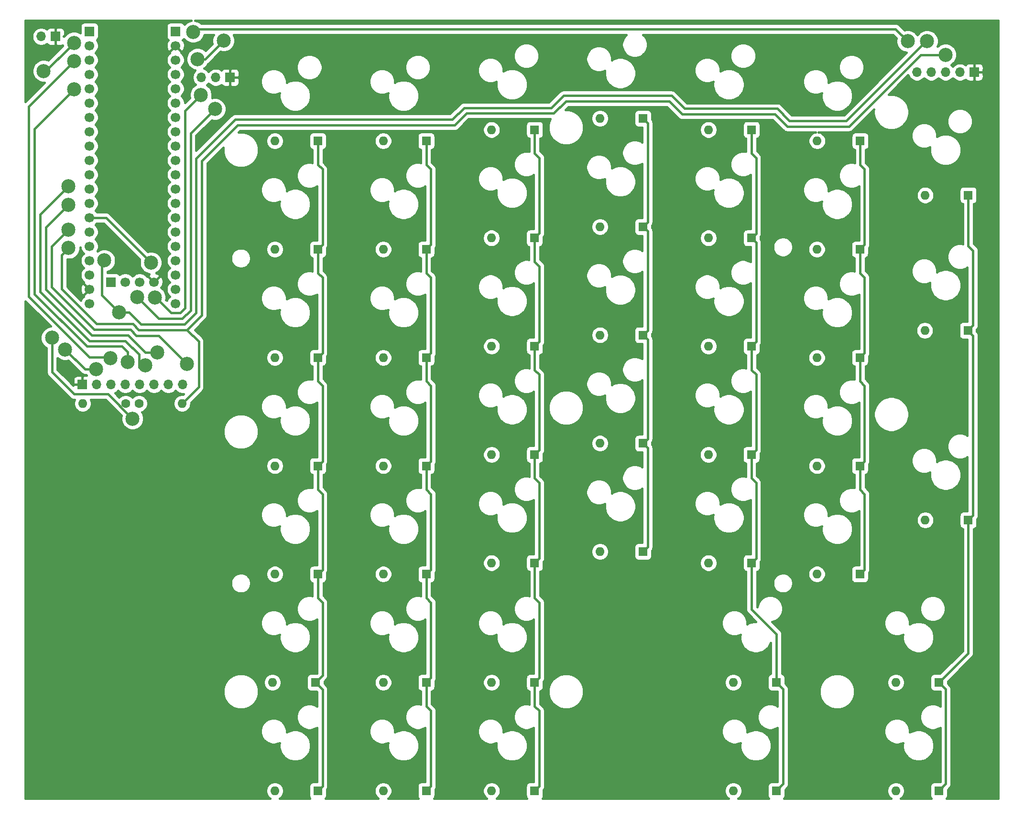
<source format=gbr>
%TF.GenerationSoftware,KiCad,Pcbnew,5.1.10-88a1d61d58~88~ubuntu20.04.1*%
%TF.CreationDate,2021-05-17T22:02:50+01:00*%
%TF.ProjectId,left_side,6c656674-5f73-4696-9465-2e6b69636164,rev?*%
%TF.SameCoordinates,Original*%
%TF.FileFunction,Copper,L1,Top*%
%TF.FilePolarity,Positive*%
%FSLAX46Y46*%
G04 Gerber Fmt 4.6, Leading zero omitted, Abs format (unit mm)*
G04 Created by KiCad (PCBNEW 5.1.10-88a1d61d58~88~ubuntu20.04.1) date 2021-05-17 22:02:50*
%MOMM*%
%LPD*%
G01*
G04 APERTURE LIST*
%TA.AperFunction,ComponentPad*%
%ADD10O,1.600000X1.600000*%
%TD*%
%TA.AperFunction,ComponentPad*%
%ADD11R,1.600000X1.600000*%
%TD*%
%TA.AperFunction,ComponentPad*%
%ADD12R,1.700000X1.700000*%
%TD*%
%TA.AperFunction,ComponentPad*%
%ADD13C,1.700000*%
%TD*%
%TA.AperFunction,ComponentPad*%
%ADD14O,1.700000X1.700000*%
%TD*%
%TA.AperFunction,ComponentPad*%
%ADD15C,1.600000*%
%TD*%
%TA.AperFunction,ViaPad*%
%ADD16C,2.500000*%
%TD*%
%TA.AperFunction,Conductor*%
%ADD17C,0.400000*%
%TD*%
%TA.AperFunction,Conductor*%
%ADD18C,0.401000*%
%TD*%
%TA.AperFunction,Conductor*%
%ADD19C,0.100000*%
%TD*%
G04 APERTURE END LIST*
D10*
%TO.P,D0x0,2*%
%TO.N,Net-(D0x0-Pad2)*%
X54000000Y107200000D03*
D11*
%TO.P,D0x0,1*%
%TO.N,Column0*%
X61620000Y107200000D03*
%TD*%
D10*
%TO.P,D0x1,2*%
%TO.N,Net-(D0x1-Pad2)*%
X73200000Y107200000D03*
D11*
%TO.P,D0x1,1*%
%TO.N,Column1*%
X80820000Y107200000D03*
%TD*%
D10*
%TO.P,D0x2,2*%
%TO.N,Net-(D0x2-Pad2)*%
X92400000Y109200000D03*
D11*
%TO.P,D0x2,1*%
%TO.N,Column2*%
X100020000Y109200000D03*
%TD*%
D10*
%TO.P,D0x3,2*%
%TO.N,Net-(D0x3-Pad2)*%
X111600000Y111200000D03*
D11*
%TO.P,D0x3,1*%
%TO.N,Column3*%
X119220000Y111200000D03*
%TD*%
D10*
%TO.P,D0x4,2*%
%TO.N,Net-(D0x4-Pad2)*%
X130800000Y109200000D03*
D11*
%TO.P,D0x4,1*%
%TO.N,Column4*%
X138420000Y109200000D03*
%TD*%
D10*
%TO.P,D0x5,2*%
%TO.N,Net-(D0x5-Pad2)*%
X150060001Y107200000D03*
D11*
%TO.P,D0x5,1*%
%TO.N,Column5*%
X157680001Y107200000D03*
%TD*%
D10*
%TO.P,D0x6,2*%
%TO.N,Net-(D0x6-Pad2)*%
X169200000Y97600000D03*
D11*
%TO.P,D0x6,1*%
%TO.N,Column6*%
X176820000Y97600000D03*
%TD*%
D10*
%TO.P,D1x0,2*%
%TO.N,Net-(D1x0-Pad2)*%
X54000000Y88000000D03*
D11*
%TO.P,D1x0,1*%
%TO.N,Column0*%
X61620000Y88000000D03*
%TD*%
D10*
%TO.P,D1x1,2*%
%TO.N,Net-(D1x1-Pad2)*%
X73200000Y88000000D03*
D11*
%TO.P,D1x1,1*%
%TO.N,Column1*%
X80820000Y88000000D03*
%TD*%
D10*
%TO.P,D1x2,2*%
%TO.N,Net-(D1x2-Pad2)*%
X92380000Y90000000D03*
D11*
%TO.P,D1x2,1*%
%TO.N,Column2*%
X100000000Y90000000D03*
%TD*%
D10*
%TO.P,D1x3,2*%
%TO.N,Net-(D1x3-Pad2)*%
X111600000Y92000000D03*
D11*
%TO.P,D1x3,1*%
%TO.N,Column3*%
X119220000Y92000000D03*
%TD*%
D10*
%TO.P,D1x4,2*%
%TO.N,Net-(D1x4-Pad2)*%
X130800000Y90000000D03*
D11*
%TO.P,D1x4,1*%
%TO.N,Column4*%
X138420000Y90000000D03*
%TD*%
D10*
%TO.P,D1x5,2*%
%TO.N,Net-(D1x5-Pad2)*%
X150000000Y88000000D03*
D11*
%TO.P,D1x5,1*%
%TO.N,Column5*%
X157620000Y88000000D03*
%TD*%
D10*
%TO.P,D1x6,2*%
%TO.N,Net-(D1x6-Pad2)*%
X169120000Y73600000D03*
D11*
%TO.P,D1x6,1*%
%TO.N,Column6*%
X176740000Y73600000D03*
%TD*%
D10*
%TO.P,D2x0,2*%
%TO.N,Net-(D2x0-Pad2)*%
X54000000Y68800000D03*
D11*
%TO.P,D2x0,1*%
%TO.N,Column0*%
X61620000Y68800000D03*
%TD*%
D10*
%TO.P,D2x1,2*%
%TO.N,Net-(D2x1-Pad2)*%
X73200000Y68800000D03*
D11*
%TO.P,D2x1,1*%
%TO.N,Column1*%
X80820000Y68800000D03*
%TD*%
D10*
%TO.P,D2x2,2*%
%TO.N,Net-(D2x2-Pad2)*%
X92400000Y70800000D03*
D11*
%TO.P,D2x2,1*%
%TO.N,Column2*%
X100020000Y70800000D03*
%TD*%
D10*
%TO.P,D2x3,2*%
%TO.N,Net-(D2x3-Pad2)*%
X111580000Y72800000D03*
D11*
%TO.P,D2x3,1*%
%TO.N,Column3*%
X119200000Y72800000D03*
%TD*%
D10*
%TO.P,D2x4,2*%
%TO.N,Net-(D2x4-Pad2)*%
X130800000Y70800000D03*
D11*
%TO.P,D2x4,1*%
%TO.N,Column4*%
X138420000Y70800000D03*
%TD*%
D10*
%TO.P,D2x5,2*%
%TO.N,Net-(D2x5-Pad2)*%
X150000000Y68800000D03*
D11*
%TO.P,D2x5,1*%
%TO.N,Column5*%
X157620000Y68800000D03*
%TD*%
D10*
%TO.P,D3x0,2*%
%TO.N,Net-(D3x0-Pad2)*%
X54000000Y49600000D03*
D11*
%TO.P,D3x0,1*%
%TO.N,Column0*%
X61620000Y49600000D03*
%TD*%
D10*
%TO.P,D3x1,2*%
%TO.N,Net-(D3x1-Pad2)*%
X73200000Y49600000D03*
D11*
%TO.P,D3x1,1*%
%TO.N,Column1*%
X80820000Y49600000D03*
%TD*%
D10*
%TO.P,D3x2,2*%
%TO.N,Net-(D3x2-Pad2)*%
X92400000Y51600000D03*
D11*
%TO.P,D3x2,1*%
%TO.N,Column2*%
X100020000Y51600000D03*
%TD*%
D10*
%TO.P,D3x3,2*%
%TO.N,Net-(D3x3-Pad2)*%
X111600000Y53600000D03*
D11*
%TO.P,D3x3,1*%
%TO.N,Column3*%
X119220000Y53600000D03*
%TD*%
D10*
%TO.P,D3x4,2*%
%TO.N,Net-(D3x4-Pad2)*%
X130780000Y51600000D03*
D11*
%TO.P,D3x4,1*%
%TO.N,Column4*%
X138400000Y51600000D03*
%TD*%
D10*
%TO.P,D3x5,2*%
%TO.N,Net-(D3x5-Pad2)*%
X150000000Y49600000D03*
D11*
%TO.P,D3x5,1*%
%TO.N,Column5*%
X157620000Y49600000D03*
%TD*%
D10*
%TO.P,D3x6,2*%
%TO.N,Net-(D3x6-Pad2)*%
X169200000Y40000000D03*
D11*
%TO.P,D3x6,1*%
%TO.N,Column6*%
X176820000Y40000000D03*
%TD*%
D10*
%TO.P,D4x0,2*%
%TO.N,Net-(D4x0-Pad2)*%
X54000000Y30400000D03*
D11*
%TO.P,D4x0,1*%
%TO.N,Column0*%
X61620000Y30400000D03*
%TD*%
D10*
%TO.P,D4x1,2*%
%TO.N,Net-(D4x1-Pad2)*%
X73200000Y30400000D03*
D11*
%TO.P,D4x1,1*%
%TO.N,Column1*%
X80820000Y30400000D03*
%TD*%
D10*
%TO.P,D4x2,2*%
%TO.N,Net-(D4x2-Pad2)*%
X92400000Y32400000D03*
D11*
%TO.P,D4x2,1*%
%TO.N,Column2*%
X100020000Y32400000D03*
%TD*%
D10*
%TO.P,D4x3,2*%
%TO.N,Net-(D4x3-Pad2)*%
X111600000Y34400000D03*
D11*
%TO.P,D4x3,1*%
%TO.N,Column3*%
X119220000Y34400000D03*
%TD*%
D10*
%TO.P,D4x4,2*%
%TO.N,Net-(D4x4-Pad2)*%
X130800000Y32400000D03*
D11*
%TO.P,D4x4,1*%
%TO.N,Column4*%
X138420000Y32400000D03*
%TD*%
D10*
%TO.P,D4x5,2*%
%TO.N,Net-(D4x5-Pad2)*%
X150000000Y30400000D03*
D11*
%TO.P,D4x5,1*%
%TO.N,Column5*%
X157620000Y30400000D03*
%TD*%
D10*
%TO.P,D5x0,2*%
%TO.N,Net-(D5x0-Pad2)*%
X53580000Y11200000D03*
D11*
%TO.P,D5x0,1*%
%TO.N,Column0*%
X61200000Y11200000D03*
%TD*%
D10*
%TO.P,D5x1,2*%
%TO.N,Net-(D5x1-Pad2)*%
X73200000Y11200000D03*
D11*
%TO.P,D5x1,1*%
%TO.N,Column1*%
X80820000Y11200000D03*
%TD*%
D10*
%TO.P,D5x2,2*%
%TO.N,Net-(D5x2-Pad2)*%
X92400000Y11200000D03*
D11*
%TO.P,D5x2,1*%
%TO.N,Column2*%
X100020000Y11200000D03*
%TD*%
D10*
%TO.P,D5x4,2*%
%TO.N,Net-(D5x4-Pad2)*%
X135200000Y11200000D03*
D11*
%TO.P,D5x4,1*%
%TO.N,Column4*%
X142820000Y11200000D03*
%TD*%
D10*
%TO.P,D5x6,2*%
%TO.N,Net-(D5x6-Pad2)*%
X164000000Y11200000D03*
D11*
%TO.P,D5x6,1*%
%TO.N,Column6*%
X171620000Y11200000D03*
%TD*%
D10*
%TO.P,D6x0,2*%
%TO.N,Net-(D6x0-Pad2)*%
X54000000Y-8000000D03*
D11*
%TO.P,D6x0,1*%
%TO.N,Column0*%
X61620000Y-8000000D03*
%TD*%
D10*
%TO.P,D6x1,2*%
%TO.N,Net-(D6x1-Pad2)*%
X73200000Y-8000000D03*
D11*
%TO.P,D6x1,1*%
%TO.N,Column1*%
X80820000Y-8000000D03*
%TD*%
D10*
%TO.P,D6x2,2*%
%TO.N,Net-(D6x2-Pad2)*%
X92400000Y-8000000D03*
D11*
%TO.P,D6x2,1*%
%TO.N,Column2*%
X100020000Y-8000000D03*
%TD*%
D10*
%TO.P,D6x4,2*%
%TO.N,Net-(D6x4-Pad2)*%
X135200000Y-8000000D03*
D11*
%TO.P,D6x4,1*%
%TO.N,Column4*%
X142820000Y-8000000D03*
%TD*%
D10*
%TO.P,D6x6,2*%
%TO.N,Net-(D6x6-Pad2)*%
X164000000Y-8000000D03*
D11*
%TO.P,D6x6,1*%
%TO.N,Column6*%
X171620000Y-8000000D03*
%TD*%
D12*
%TO.P,U1,44*%
%TO.N,+5V*%
X36420000Y126630000D03*
D13*
%TO.P,U1,43*%
%TO.N,GND*%
X36420000Y124090000D03*
%TO.P,U1,42*%
%TO.N,+3V3*%
X36420000Y121550000D03*
%TO.P,U1,41*%
%TO.N,MCP2307_RESET*%
X36420000Y119010000D03*
%TO.P,U1,40*%
%TO.N,Row0*%
X36420000Y116470000D03*
%TO.P,U1,39*%
%TO.N,Column6*%
X36420000Y113930000D03*
%TO.P,U1,38*%
%TO.N,Row1*%
X36420000Y111390000D03*
%TO.P,U1,37*%
%TO.N,Column0*%
X36420000Y108850000D03*
%TO.P,U1,36*%
%TO.N,Column5*%
X36420000Y106310000D03*
%TO.P,U1,35*%
%TO.N,Row2*%
X36420000Y103770000D03*
%TO.P,U1,34*%
%TO.N,Column4*%
X36420000Y101230000D03*
%TO.P,U1,33*%
%TO.N,Row3*%
X36420000Y98690000D03*
%TO.P,U1,32*%
%TO.N,Column3*%
X36420000Y96150000D03*
%TO.P,U1,31*%
%TO.N,Row4*%
X36420000Y93610000D03*
%TO.P,U1,30*%
%TO.N,Column2*%
X36420000Y91070000D03*
%TO.P,U1,29*%
%TO.N,NRST*%
X36420000Y88530000D03*
%TO.P,U1,28*%
%TO.N,Row5*%
X36420000Y85990000D03*
%TO.P,U1,27*%
%TO.N,Column1*%
X36420000Y83450000D03*
%TO.P,U1,26*%
%TO.N,N/C*%
X36420000Y80910000D03*
%TO.P,U1,25*%
X36420000Y78370000D03*
%TO.P,U1,24*%
%TO.N,GND*%
X32610000Y82180000D03*
%TO.P,U1,23*%
%TO.N,SWCLK*%
X30070000Y82180000D03*
%TO.P,U1,22*%
%TO.N,SWDIO*%
X27530000Y82180000D03*
D12*
%TO.P,U1,21*%
%TO.N,+3V3*%
X24990000Y82180000D03*
D13*
%TO.P,U1,20*%
X21180000Y78370000D03*
%TO.P,U1,19*%
%TO.N,GND*%
X21180000Y80910000D03*
%TO.P,U1,18*%
%TO.N,+5V*%
X21180000Y83450000D03*
%TO.P,U1,17*%
%TO.N,I2C1_SDA*%
X21180000Y85990000D03*
%TO.P,U1,16*%
%TO.N,I2C1_SCL*%
X21180000Y88530000D03*
%TO.P,U1,15*%
%TO.N,Row6*%
X21180000Y91070000D03*
%TO.P,U1,14*%
%TO.N,ST7789_BLK*%
X21180000Y93610000D03*
%TO.P,U1,13*%
%TO.N,ST7789_DC*%
X21180000Y96150000D03*
%TO.P,U1,12*%
%TO.N,ST7789_RES*%
X21180000Y98690000D03*
%TO.P,U1,11*%
%TO.N,N/C*%
X21180000Y101230000D03*
%TO.P,U1,10*%
X21180000Y103770000D03*
%TO.P,U1,9*%
X21180000Y106310000D03*
%TO.P,U1,8*%
X21180000Y108850000D03*
%TO.P,U1,7*%
X21180000Y111390000D03*
%TO.P,U1,6*%
X21180000Y113930000D03*
%TO.P,U1,5*%
X21180000Y116470000D03*
%TO.P,U1,4*%
%TO.N,SPI2_MOSI*%
X21180000Y119010000D03*
%TO.P,U1,3*%
%TO.N,N/C*%
X21180000Y121550000D03*
%TO.P,U1,2*%
%TO.N,SPI2_SCK*%
X21180000Y124090000D03*
D12*
%TO.P,U1,1*%
%TO.N,SPI2_NSS*%
X21180000Y126630000D03*
%TD*%
D14*
%TO.P,SW1,2*%
%TO.N,NRST*%
X12628000Y125728000D03*
D12*
%TO.P,SW1,1*%
%TO.N,GND*%
X15168000Y125728000D03*
%TD*%
D14*
%TO.P,J1,5*%
%TO.N,+5V*%
X167720000Y119400000D03*
%TO.P,J1,4*%
%TO.N,I2C1_SDA*%
X170260000Y119400000D03*
%TO.P,J1,3*%
%TO.N,I2C1_SCL*%
X172800000Y119400000D03*
%TO.P,J1,2*%
%TO.N,MCP2307_RESET*%
X175340000Y119400000D03*
D12*
%TO.P,J1,1*%
%TO.N,GND*%
X177880000Y119400000D03*
%TD*%
D10*
%TO.P,R1,2*%
%TO.N,I2C1_SDA*%
X19968000Y60672000D03*
D15*
%TO.P,R1,1*%
%TO.N,+5V*%
X27588000Y60672000D03*
%TD*%
D10*
%TO.P,R2,2*%
%TO.N,I2C1_SCL*%
X37572000Y60672000D03*
D15*
%TO.P,R2,1*%
%TO.N,+5V*%
X29952000Y60672000D03*
%TD*%
D14*
%TO.P,U2,8*%
%TO.N,ST7789_BLK*%
X37690000Y64000000D03*
%TO.P,U2,7*%
%TO.N,SPI2_NSS*%
X35150000Y64000000D03*
%TO.P,U2,6*%
%TO.N,ST7789_DC*%
X32610000Y64000000D03*
%TO.P,U2,5*%
%TO.N,ST7789_RES*%
X30070000Y64000000D03*
%TO.P,U2,4*%
%TO.N,SPI2_MOSI*%
X27530000Y64000000D03*
%TO.P,U2,3*%
%TO.N,SPI2_SCK*%
X24990000Y64000000D03*
%TO.P,U2,2*%
%TO.N,+3V3*%
X22450000Y64000000D03*
D12*
%TO.P,U2,1*%
%TO.N,GND*%
X19910000Y64000000D03*
%TD*%
D14*
%TO.P,J2,3*%
%TO.N,SWCLK*%
X41000000Y118464000D03*
%TO.P,J2,2*%
%TO.N,SWDIO*%
X43540000Y118464000D03*
D12*
%TO.P,J2,1*%
%TO.N,GND*%
X46080000Y118464000D03*
%TD*%
D16*
%TO.N,Row6*%
X38468987Y67691769D03*
X17451070Y91510977D03*
%TO.N,SWDIO*%
X43392000Y112863998D03*
X29642212Y79511882D03*
%TO.N,SWCLK*%
X40896000Y115360000D03*
X32743082Y79482269D03*
%TO.N,MCP2307_RESET*%
X44928000Y124992001D03*
X40320000Y121728000D03*
%TO.N,I2C1_SDA*%
X23808000Y86016000D03*
X169536000Y124896945D03*
X26394208Y76831776D03*
%TO.N,I2C1_SCL*%
X172800000Y122496000D03*
X17477989Y88230745D03*
%TO.N,SPI2_MOSI*%
X18453022Y116352000D03*
X27909593Y68002891D03*
%TO.N,ST7789_BLK*%
X32064000Y85632000D03*
%TO.N,+3V3*%
X22378283Y66709716D03*
X16862850Y70259417D03*
%TO.N,SPI2_SCK*%
X18483813Y121388631D03*
X24894002Y68725726D03*
%TO.N,ST7789_RES*%
X31104000Y67392000D03*
X17449775Y99190636D03*
%TO.N,SPI2_NSS*%
X18432000Y124608000D03*
X13056000Y119616000D03*
%TO.N,ST7789_DC*%
X33186559Y69689656D03*
X17477989Y95910507D03*
%TO.N,+5V*%
X14522704Y72294114D03*
X28800000Y57984000D03*
X39552000Y126528000D03*
X166080000Y124896979D03*
%TD*%
D17*
%TO.N,Column0*%
X62441001Y88821001D02*
X61620000Y88000000D01*
X61620000Y103005482D02*
X62441001Y102184481D01*
X62441001Y102184481D02*
X62441001Y88821001D01*
X61620000Y107200000D02*
X61620000Y103005482D01*
X62441001Y69621001D02*
X61620000Y68800000D01*
X62441001Y82984481D02*
X62441001Y69621001D01*
X61620000Y83805482D02*
X62441001Y82984481D01*
X61620000Y88000000D02*
X61620000Y83805482D01*
X62441001Y50421001D02*
X61620000Y49600000D01*
X62441001Y63784481D02*
X62441001Y50421001D01*
X61620000Y64605482D02*
X62441001Y63784481D01*
X61620000Y68800000D02*
X61620000Y64605482D01*
X62441001Y31221001D02*
X61620000Y30400000D01*
X62441001Y44584481D02*
X62441001Y31221001D01*
X61620000Y45405482D02*
X62441001Y44584481D01*
X61620000Y49600000D02*
X61620000Y45405482D01*
X62441001Y12441001D02*
X61200000Y11200000D01*
X62441001Y25384481D02*
X62441001Y12441001D01*
X61620000Y26205482D02*
X62441001Y25384481D01*
X61620000Y30400000D02*
X61620000Y26205482D01*
X62441001Y-7178999D02*
X61620000Y-8000000D01*
X62441001Y9958999D02*
X62441001Y-7178999D01*
X61200000Y11200000D02*
X62441001Y9958999D01*
%TO.N,Column1*%
X81641001Y88821001D02*
X80820000Y88000000D01*
X81641001Y102184481D02*
X81641001Y88821001D01*
X80820000Y103005482D02*
X81641001Y102184481D01*
X80820000Y107200000D02*
X80820000Y103005482D01*
X81641001Y82984481D02*
X81641001Y69621001D01*
X80820000Y83805482D02*
X81641001Y82984481D01*
X81641001Y69621001D02*
X80820000Y68800000D01*
X80820000Y88000000D02*
X80820000Y83805482D01*
X81641001Y50421001D02*
X80820000Y49600000D01*
X80820000Y64605482D02*
X81641001Y63784481D01*
X81641001Y63784481D02*
X81641001Y50421001D01*
X80820000Y68800000D02*
X80820000Y64605482D01*
X81641001Y44584481D02*
X81641001Y31221001D01*
X81641001Y31221001D02*
X80820000Y30400000D01*
X80820000Y45405482D02*
X81641001Y44584481D01*
X80820000Y49600000D02*
X80820000Y45405482D01*
X81641001Y12021001D02*
X80820000Y11200000D01*
X81641001Y25384481D02*
X81641001Y12021001D01*
X80820000Y26205482D02*
X81641001Y25384481D01*
X80820000Y30400000D02*
X80820000Y26205482D01*
X81641001Y-7178999D02*
X80820000Y-8000000D01*
X81641001Y6184481D02*
X81641001Y-7178999D01*
X80820000Y7005482D02*
X81641001Y6184481D01*
X80820000Y11200000D02*
X80820000Y7005482D01*
%TO.N,Column2*%
X100841001Y90841001D02*
X100000000Y90000000D01*
X100841001Y104184481D02*
X100841001Y90841001D01*
X100020000Y105005482D02*
X100841001Y104184481D01*
X100020000Y109200000D02*
X100020000Y105005482D01*
X100841001Y84984481D02*
X100841001Y71621001D01*
X100841001Y71621001D02*
X100020000Y70800000D01*
X100000000Y85825482D02*
X100841001Y84984481D01*
X100000000Y90000000D02*
X100000000Y85825482D01*
X100841001Y52421001D02*
X100020000Y51600000D01*
X100020000Y66605482D02*
X100841001Y65784481D01*
X100841001Y65784481D02*
X100841001Y52421001D01*
X100020000Y70800000D02*
X100020000Y66605482D01*
X100841001Y33221001D02*
X100020000Y32400000D01*
X100841001Y46584481D02*
X100841001Y33221001D01*
X100020000Y47405482D02*
X100841001Y46584481D01*
X100020000Y51600000D02*
X100020000Y47405482D01*
X100841001Y12021001D02*
X100020000Y11200000D01*
X100841001Y25384481D02*
X100841001Y12021001D01*
X100020000Y26205482D02*
X100841001Y25384481D01*
X100020000Y32400000D02*
X100020000Y26205482D01*
X100841001Y6184481D02*
X100841001Y-7178999D01*
X100020000Y7005482D02*
X100841001Y6184481D01*
X100841001Y-7178999D02*
X100020000Y-8000000D01*
X100020000Y11200000D02*
X100020000Y7005482D01*
%TO.N,Column3*%
X120041001Y92821001D02*
X119220000Y92000000D01*
X120041001Y110378999D02*
X120041001Y92821001D01*
X119220000Y111200000D02*
X120041001Y110378999D01*
X120041001Y73641001D02*
X119200000Y72800000D01*
X120041001Y91178999D02*
X120041001Y73641001D01*
X119220000Y92000000D02*
X120041001Y91178999D01*
X120041001Y54421001D02*
X119220000Y53600000D01*
X120041001Y71958999D02*
X120041001Y54421001D01*
X119200000Y72800000D02*
X120041001Y71958999D01*
X120041001Y35221001D02*
X119220000Y34400000D01*
X120041001Y52778999D02*
X120041001Y35221001D01*
X119220000Y53600000D02*
X120041001Y52778999D01*
%TO.N,Column4*%
X144041001Y9978999D02*
X142820000Y11200000D01*
X144041001Y-6778999D02*
X144041001Y9978999D01*
X142820000Y-8000000D02*
X144041001Y-6778999D01*
X139241001Y90821001D02*
X138420000Y90000000D01*
X139241001Y104184481D02*
X139241001Y90821001D01*
X138420000Y105005482D02*
X139241001Y104184481D01*
X138420000Y109200000D02*
X138420000Y105005482D01*
X139241001Y33221001D02*
X138420000Y32400000D01*
X138400000Y47425482D02*
X139241001Y46584481D01*
X139241001Y46584481D02*
X139241001Y33221001D01*
X138400000Y51600000D02*
X138400000Y47425482D01*
X139241001Y71621001D02*
X138420000Y70800000D01*
X139241001Y89178999D02*
X139241001Y71621001D01*
X138420000Y90000000D02*
X139241001Y89178999D01*
X139241001Y52441001D02*
X138400000Y51600000D01*
X139241001Y65784481D02*
X139241001Y52441001D01*
X138420000Y66605482D02*
X139241001Y65784481D01*
X138420000Y70800000D02*
X138420000Y66605482D01*
X138420000Y24194518D02*
X142820000Y19794518D01*
X142820000Y19794518D02*
X142820000Y11200000D01*
X138420000Y32400000D02*
X138420000Y24194518D01*
%TO.N,Column5*%
X158441001Y88821001D02*
X157620000Y88000000D01*
X158441001Y102184481D02*
X158441001Y88821001D01*
X157680001Y102945481D02*
X158441001Y102184481D01*
X157680001Y107200000D02*
X157680001Y102945481D01*
X158441001Y69621001D02*
X157620000Y68800000D01*
X158441001Y82984481D02*
X158441001Y69621001D01*
X157620000Y83805482D02*
X158441001Y82984481D01*
X157620000Y88000000D02*
X157620000Y83805482D01*
X158441001Y50421001D02*
X157620000Y49600000D01*
X158441001Y63784481D02*
X158441001Y50421001D01*
X157620000Y64605482D02*
X158441001Y63784481D01*
X157620000Y68800000D02*
X157620000Y64605482D01*
X158441001Y31221001D02*
X157620000Y30400000D01*
X158441001Y44584481D02*
X158441001Y31221001D01*
X157620000Y45405482D02*
X158441001Y44584481D01*
X157620000Y49600000D02*
X157620000Y45405482D01*
%TO.N,Column6*%
X177641001Y74501001D02*
X176740000Y73600000D01*
X177641001Y87784481D02*
X177641001Y74501001D01*
X176820000Y88605482D02*
X177641001Y87784481D01*
X176820000Y97600000D02*
X176820000Y88605482D01*
X177641001Y40821001D02*
X176820000Y40000000D01*
X177641001Y72698999D02*
X177641001Y40821001D01*
X176740000Y73600000D02*
X177641001Y72698999D01*
X176820000Y16400000D02*
X171620000Y11200000D01*
X176820000Y40000000D02*
X176820000Y16400000D01*
X172841001Y-6778999D02*
X171620000Y-8000000D01*
X172841001Y9978999D02*
X172841001Y-6778999D01*
X171620000Y11200000D02*
X172841001Y9978999D01*
%TO.N,Row6*%
X14455057Y88514964D02*
X17451070Y91510977D01*
X38468987Y67691769D02*
X33445801Y72714955D01*
X14455057Y81319405D02*
X14455057Y88514964D01*
X28436684Y73779763D02*
X21994699Y73779763D01*
X21994699Y73779763D02*
X14455057Y81319405D01*
X33445801Y72714955D02*
X29501492Y72714955D01*
X29501492Y72714955D02*
X28436684Y73779763D01*
%TO.N,SWDIO*%
X39085978Y77176855D02*
X37627113Y75717988D01*
X39085978Y108557976D02*
X39085978Y77176855D01*
X43392000Y112863998D02*
X39085978Y108557976D01*
X37627113Y75717988D02*
X33436106Y75717988D01*
X33436106Y75717988D02*
X29642212Y79511882D01*
%TO.N,SWCLK*%
X35659055Y76718999D02*
X32895785Y79482269D01*
X38084967Y77591487D02*
X37212481Y76718999D01*
X37212481Y76718999D02*
X35659055Y76718999D01*
X38084967Y112548967D02*
X38084967Y77591487D01*
X40896000Y115360000D02*
X38084967Y112548967D01*
X32895785Y79482269D02*
X32743082Y79482269D01*
%TO.N,MCP2307_RESET*%
X41663999Y121728000D02*
X40320000Y121728000D01*
X44928000Y124992001D02*
X41663999Y121728000D01*
%TO.N,I2C1_SDA*%
X23338999Y85546999D02*
X23338999Y79886985D01*
X23808000Y86016000D02*
X23338999Y85546999D01*
X23338999Y79886985D02*
X26394208Y76831776D01*
X26688000Y76032000D02*
X26394208Y76325792D01*
X26394208Y76325792D02*
X26394208Y76831776D01*
X169343992Y124896945D02*
X155231047Y110784000D01*
X155231047Y110784000D02*
X145152000Y110784000D01*
X126558631Y112937011D02*
X124254632Y115241011D01*
X102976875Y113088000D02*
X87516178Y113088000D01*
X169536000Y124896945D02*
X169343992Y124896945D01*
X87516178Y113088000D02*
X85445190Y111017011D01*
X40086989Y104094632D02*
X40086989Y76762223D01*
X40086989Y76762223D02*
X38041745Y74716977D01*
X85445190Y111017011D02*
X47009368Y111017011D01*
X47009368Y111017011D02*
X40086989Y104094632D01*
X30330756Y74716977D02*
X28215957Y76831776D01*
X105129886Y115241011D02*
X102976875Y113088000D01*
X38041745Y74716977D02*
X30330756Y74716977D01*
X142998990Y112937011D02*
X126558631Y112937011D01*
X145152000Y110784000D02*
X142998990Y112937011D01*
X124254632Y115241011D02*
X105129886Y115241011D01*
X28215957Y76831776D02*
X26394208Y76831776D01*
%TO.N,I2C1_SCL*%
X40519989Y63619989D02*
X37572000Y60672000D01*
X38456377Y73715966D02*
X40519989Y71652354D01*
X40519989Y71652354D02*
X40519989Y63619989D01*
X28851316Y74780774D02*
X22409331Y74780774D01*
X16227990Y80962115D02*
X16227990Y86980746D01*
X16227990Y86980746D02*
X17477989Y88230745D01*
X29916124Y73715966D02*
X28851316Y74780774D01*
X38456377Y73715966D02*
X29916124Y73715966D01*
X22409331Y74780774D02*
X16227990Y80962115D01*
X155659507Y109782989D02*
X168372518Y122496000D01*
X142584358Y111936000D02*
X144737368Y109782989D01*
X168372518Y122496000D02*
X172800000Y122496000D01*
X123840000Y114240000D02*
X126143999Y111936000D01*
X47424000Y110016000D02*
X85859822Y110016000D01*
X103391507Y112086989D02*
X105544518Y114240000D01*
X105544518Y114240000D02*
X123840000Y114240000D01*
X41088000Y103680000D02*
X47424000Y110016000D01*
X87930810Y112086989D02*
X103391507Y112086989D01*
X85859822Y110016000D02*
X87930810Y112086989D01*
X126143999Y111936000D02*
X142584358Y111936000D01*
X38456377Y73715966D02*
X41088000Y76347587D01*
X41088000Y76347587D02*
X41088000Y103680000D01*
X144737368Y109782989D02*
X155659507Y109782989D01*
%TO.N,SPI2_MOSI*%
X11452021Y109350999D02*
X11452021Y80075511D01*
X27909593Y69770657D02*
X27909593Y68002891D01*
X26903520Y70776730D02*
X27909593Y69770657D01*
X11452021Y80075511D02*
X20750802Y70776730D01*
X18453022Y116352000D02*
X11452021Y109350999D01*
X20750802Y70776730D02*
X26903520Y70776730D01*
%TO.N,ST7789_BLK*%
X24086000Y93610000D02*
X21180000Y93610000D01*
X32064000Y85632000D02*
X24086000Y93610000D01*
%TO.N,+3V3*%
X22378283Y66709716D02*
X20412551Y66709716D01*
X20412551Y66709716D02*
X16862850Y70259417D01*
%TO.N,SPI2_SCK*%
X24752726Y68867002D02*
X24894002Y68725726D01*
X21161301Y68867002D02*
X24752726Y68867002D01*
X10451010Y79577293D02*
X21161301Y68867002D01*
X10451010Y113355828D02*
X10451010Y79577293D01*
X18483813Y121388631D02*
X10451010Y113355828D01*
%TO.N,ST7789_RES*%
X12453032Y94193893D02*
X17449775Y99190636D01*
X12453032Y80490143D02*
X12453032Y94193893D01*
X21165434Y71777741D02*
X12453032Y80490143D01*
X27514974Y71777741D02*
X21165434Y71777741D01*
X29960603Y69332112D02*
X27514974Y71777741D01*
X29960603Y67112461D02*
X29960603Y69332112D01*
%TO.N,SPI2_NSS*%
X18432000Y124608000D02*
X12864000Y119040000D01*
X12864000Y119040000D02*
X13056000Y119232000D01*
X13056000Y119232000D02*
X13056000Y119616000D01*
%TO.N,ST7789_DC*%
X21580066Y72778752D02*
X13454043Y80904775D01*
X33186559Y69689656D02*
X31070578Y69689656D01*
X13454043Y80904775D02*
X13454043Y91886561D01*
X31070578Y69689656D02*
X27981482Y72778752D01*
X13454043Y91886561D02*
X17477989Y95910507D01*
X27981482Y72778752D02*
X21580066Y72778752D01*
%TO.N,+5V*%
X24435001Y62348999D02*
X28800000Y57984000D01*
X14522704Y66245494D02*
X18419199Y62348999D01*
X18419199Y62348999D02*
X24435001Y62348999D01*
X14522704Y72294114D02*
X14522704Y66245494D01*
X166080000Y124896979D02*
X163933978Y127043001D01*
X163933978Y127043001D02*
X40067001Y127043001D01*
X40067001Y127043001D02*
X39552000Y126528000D01*
%TD*%
D18*
%TO.N,GND*%
X182149501Y-9349500D02*
X173005892Y-9349500D01*
X173089647Y-9247444D01*
X173164072Y-9108205D01*
X173209903Y-8957121D01*
X173225378Y-8800000D01*
X173225378Y-7810957D01*
X173514388Y-7521947D01*
X173552594Y-7490592D01*
X173593372Y-7440905D01*
X173677745Y-7338095D01*
X173736492Y-7228190D01*
X173770743Y-7164111D01*
X173828009Y-6975327D01*
X173842501Y-6828190D01*
X173842501Y-6828181D01*
X173847345Y-6779000D01*
X173842501Y-6729819D01*
X173842501Y9929819D01*
X173847345Y9979000D01*
X173842501Y10028181D01*
X173842501Y10028190D01*
X173828009Y10175327D01*
X173770743Y10364111D01*
X173677746Y10538094D01*
X173600364Y10632384D01*
X173583951Y10652384D01*
X173583948Y10652387D01*
X173552594Y10690592D01*
X173514388Y10721947D01*
X173225378Y11010957D01*
X173225378Y11389044D01*
X177493388Y15657053D01*
X177531593Y15688407D01*
X177562947Y15726612D01*
X177562951Y15726616D01*
X177656745Y15840905D01*
X177749742Y16014888D01*
X177807008Y16203672D01*
X177821500Y16350809D01*
X177821500Y16350816D01*
X177826344Y16400000D01*
X177821500Y16449184D01*
X177821500Y38423559D01*
X177928205Y38455928D01*
X178067444Y38530353D01*
X178189488Y38630512D01*
X178289647Y38752556D01*
X178364072Y38891795D01*
X178409903Y39042879D01*
X178425378Y39200000D01*
X178425378Y40198095D01*
X178477746Y40261905D01*
X178570743Y40435889D01*
X178628009Y40624672D01*
X178641199Y40758595D01*
X178642501Y40771810D01*
X178642501Y40771817D01*
X178647345Y40821001D01*
X178642501Y40870185D01*
X178642501Y72649815D01*
X178647345Y72698999D01*
X178642501Y72748183D01*
X178642501Y72748190D01*
X178628009Y72895327D01*
X178613543Y72943018D01*
X178570743Y73084111D01*
X178477746Y73258095D01*
X178383951Y73372384D01*
X178383948Y73372387D01*
X178352594Y73410592D01*
X178345378Y73416514D01*
X178345378Y73783486D01*
X178352594Y73789408D01*
X178403168Y73851032D01*
X178477746Y73941905D01*
X178570743Y74115889D01*
X178628009Y74304672D01*
X178631779Y74342950D01*
X178642501Y74451810D01*
X178642501Y74451817D01*
X178647345Y74501001D01*
X178642501Y74550185D01*
X178642501Y87735297D01*
X178647345Y87784481D01*
X178642501Y87833665D01*
X178642501Y87833672D01*
X178628009Y87980809D01*
X178626964Y87984256D01*
X178570743Y88169593D01*
X178477746Y88343577D01*
X178404522Y88432800D01*
X178352594Y88496074D01*
X178314383Y88527433D01*
X177821500Y89020316D01*
X177821500Y96023559D01*
X177928205Y96055928D01*
X178067444Y96130353D01*
X178189488Y96230512D01*
X178289647Y96352556D01*
X178364072Y96491795D01*
X178409903Y96642879D01*
X178425378Y96800000D01*
X178425378Y98400000D01*
X178409903Y98557121D01*
X178364072Y98708205D01*
X178289647Y98847444D01*
X178189488Y98969488D01*
X178067444Y99069647D01*
X177928205Y99144072D01*
X177777121Y99189903D01*
X177620000Y99205378D01*
X176020000Y99205378D01*
X175862879Y99189903D01*
X175711795Y99144072D01*
X175572556Y99069647D01*
X175450512Y98969488D01*
X175350353Y98847444D01*
X175275928Y98708205D01*
X175230097Y98557121D01*
X175214622Y98400000D01*
X175214622Y96800000D01*
X175230097Y96642879D01*
X175275928Y96491795D01*
X175350353Y96352556D01*
X175450512Y96230512D01*
X175572556Y96130353D01*
X175711795Y96055928D01*
X175818500Y96023559D01*
X175818501Y88931410D01*
X175566678Y88981500D01*
X175113322Y88981500D01*
X174668677Y88893055D01*
X174249831Y88719563D01*
X173872879Y88467692D01*
X173552308Y88147121D01*
X173300437Y87770169D01*
X173126945Y87351323D01*
X173038500Y86906678D01*
X173038500Y86453322D01*
X173126945Y86008677D01*
X173300437Y85589831D01*
X173552308Y85212879D01*
X173872879Y84892308D01*
X174249831Y84640437D01*
X174668677Y84466945D01*
X175113322Y84378500D01*
X175566678Y84378500D01*
X176011323Y84466945D01*
X176430169Y84640437D01*
X176639501Y84780308D01*
X176639502Y75205378D01*
X175940000Y75205378D01*
X175782879Y75189903D01*
X175631795Y75144072D01*
X175492556Y75069647D01*
X175370512Y74969488D01*
X175270353Y74847444D01*
X175195928Y74708205D01*
X175150097Y74557121D01*
X175134622Y74400000D01*
X175134622Y72800000D01*
X175150097Y72642879D01*
X175195928Y72491795D01*
X175270353Y72352556D01*
X175370512Y72230512D01*
X175492556Y72130353D01*
X175631795Y72055928D01*
X175782879Y72010097D01*
X175940000Y71994622D01*
X176639501Y71994622D01*
X176639502Y54979692D01*
X176430169Y55119563D01*
X176011323Y55293055D01*
X175566678Y55381500D01*
X175113322Y55381500D01*
X174668677Y55293055D01*
X174249831Y55119563D01*
X173872879Y54867692D01*
X173552308Y54547121D01*
X173300437Y54170169D01*
X173126945Y53751323D01*
X173038500Y53306678D01*
X173038500Y52853322D01*
X173126945Y52408677D01*
X173300437Y51989831D01*
X173552308Y51612879D01*
X173872879Y51292308D01*
X174249831Y51040437D01*
X174668677Y50866945D01*
X175113322Y50778500D01*
X175566678Y50778500D01*
X176011323Y50866945D01*
X176430169Y51040437D01*
X176639502Y51180308D01*
X176639502Y41605378D01*
X176020000Y41605378D01*
X175862879Y41589903D01*
X175711795Y41544072D01*
X175572556Y41469647D01*
X175450512Y41369488D01*
X175350353Y41247444D01*
X175275928Y41108205D01*
X175230097Y40957121D01*
X175214622Y40800000D01*
X175214622Y39200000D01*
X175230097Y39042879D01*
X175275928Y38891795D01*
X175350353Y38752556D01*
X175450512Y38630512D01*
X175572556Y38530353D01*
X175711795Y38455928D01*
X175818500Y38423559D01*
X175818501Y16814836D01*
X171809044Y12805378D01*
X170820000Y12805378D01*
X170662879Y12789903D01*
X170511795Y12744072D01*
X170372556Y12669647D01*
X170250512Y12569488D01*
X170150353Y12447444D01*
X170075928Y12308205D01*
X170030097Y12157121D01*
X170014622Y12000000D01*
X170014622Y10400000D01*
X170030097Y10242879D01*
X170075928Y10091795D01*
X170150353Y9952556D01*
X170250512Y9830512D01*
X170372556Y9730353D01*
X170511795Y9655928D01*
X170662879Y9610097D01*
X170820000Y9594622D01*
X171809043Y9594622D01*
X171839501Y9564164D01*
X171839501Y6979692D01*
X171630169Y7119563D01*
X171211323Y7293055D01*
X170766678Y7381500D01*
X170313322Y7381500D01*
X169868677Y7293055D01*
X169449831Y7119563D01*
X169072879Y6867692D01*
X168752308Y6547121D01*
X168500437Y6170169D01*
X168326945Y5751323D01*
X168238500Y5306678D01*
X168238500Y4853322D01*
X168326945Y4408677D01*
X168500437Y3989831D01*
X168752308Y3612879D01*
X169072879Y3292308D01*
X169449831Y3040437D01*
X169868677Y2866945D01*
X170313322Y2778500D01*
X170766678Y2778500D01*
X171211323Y2866945D01*
X171630169Y3040437D01*
X171839501Y3180308D01*
X171839502Y-6364163D01*
X171809043Y-6394622D01*
X170820000Y-6394622D01*
X170662879Y-6410097D01*
X170511795Y-6455928D01*
X170372556Y-6530353D01*
X170250512Y-6630512D01*
X170150353Y-6752556D01*
X170075928Y-6891795D01*
X170030097Y-7042879D01*
X170014622Y-7200000D01*
X170014622Y-8800000D01*
X170030097Y-8957121D01*
X170075928Y-9108205D01*
X170150353Y-9247444D01*
X170234108Y-9349500D01*
X164862955Y-9349500D01*
X165020897Y-9243966D01*
X165243966Y-9020897D01*
X165419231Y-8758595D01*
X165539955Y-8467140D01*
X165601500Y-8157734D01*
X165601500Y-7842266D01*
X165539955Y-7532860D01*
X165419231Y-7241405D01*
X165243966Y-6979103D01*
X165020897Y-6756034D01*
X164758595Y-6580769D01*
X164467140Y-6460045D01*
X164157734Y-6398500D01*
X163842266Y-6398500D01*
X163532860Y-6460045D01*
X163241405Y-6580769D01*
X162979103Y-6756034D01*
X162756034Y-6979103D01*
X162580769Y-7241405D01*
X162460045Y-7532860D01*
X162398500Y-7842266D01*
X162398500Y-8157734D01*
X162460045Y-8467140D01*
X162580769Y-8758595D01*
X162756034Y-9020897D01*
X162979103Y-9243966D01*
X163137045Y-9349500D01*
X144205892Y-9349500D01*
X144289647Y-9247444D01*
X144364072Y-9108205D01*
X144409903Y-8957121D01*
X144425378Y-8800000D01*
X144425378Y-7810957D01*
X144714388Y-7521947D01*
X144752594Y-7490592D01*
X144793372Y-7440905D01*
X144877745Y-7338095D01*
X144936492Y-7228190D01*
X144970743Y-7164111D01*
X145028009Y-6975327D01*
X145042501Y-6828190D01*
X145042501Y-6828181D01*
X145047345Y-6779000D01*
X145042501Y-6729819D01*
X145042501Y2766678D01*
X161888500Y2766678D01*
X161888500Y2313322D01*
X161976945Y1868677D01*
X162150437Y1449831D01*
X162402308Y1072879D01*
X162722879Y752308D01*
X163099831Y500437D01*
X163518677Y326945D01*
X163963322Y238500D01*
X164416678Y238500D01*
X164861323Y326945D01*
X165239835Y483730D01*
X165198500Y275924D01*
X165198500Y-275924D01*
X165306160Y-817167D01*
X165517343Y-1327008D01*
X165823933Y-1785852D01*
X166214148Y-2176067D01*
X166672992Y-2482657D01*
X167182833Y-2693840D01*
X167724076Y-2801500D01*
X168275924Y-2801500D01*
X168817167Y-2693840D01*
X169327008Y-2482657D01*
X169785852Y-2176067D01*
X170176067Y-1785852D01*
X170482657Y-1327008D01*
X170693840Y-817167D01*
X170801500Y-275924D01*
X170801500Y275924D01*
X170693840Y817167D01*
X170482657Y1327008D01*
X170176067Y1785852D01*
X169785852Y2176067D01*
X169327008Y2482657D01*
X168817167Y2693840D01*
X168275924Y2801500D01*
X167724076Y2801500D01*
X167182833Y2693840D01*
X166672992Y2482657D01*
X166491500Y2361388D01*
X166491500Y2766678D01*
X166403055Y3211323D01*
X166229563Y3630169D01*
X165977692Y4007121D01*
X165657121Y4327692D01*
X165280169Y4579563D01*
X164861323Y4753055D01*
X164416678Y4841500D01*
X163963322Y4841500D01*
X163518677Y4753055D01*
X163099831Y4579563D01*
X162722879Y4327692D01*
X162402308Y4007121D01*
X162150437Y3630169D01*
X161976945Y3211323D01*
X161888500Y2766678D01*
X145042501Y2766678D01*
X145042501Y9910396D01*
X150448500Y9910396D01*
X150448500Y9289604D01*
X150569610Y8680741D01*
X150807177Y8107205D01*
X151152070Y7591036D01*
X151591036Y7152070D01*
X152107205Y6807177D01*
X152680741Y6569610D01*
X153289604Y6448500D01*
X153910396Y6448500D01*
X154519259Y6569610D01*
X155092795Y6807177D01*
X155608964Y7152070D01*
X156047930Y7591036D01*
X156392823Y8107205D01*
X156630390Y8680741D01*
X156751500Y9289604D01*
X156751500Y9910396D01*
X156630390Y10519259D01*
X156392823Y11092795D01*
X156215797Y11357734D01*
X162398500Y11357734D01*
X162398500Y11042266D01*
X162460045Y10732860D01*
X162580769Y10441405D01*
X162756034Y10179103D01*
X162979103Y9956034D01*
X163241405Y9780769D01*
X163532860Y9660045D01*
X163842266Y9598500D01*
X164157734Y9598500D01*
X164467140Y9660045D01*
X164758595Y9780769D01*
X165020897Y9956034D01*
X165243966Y10179103D01*
X165419231Y10441405D01*
X165539955Y10732860D01*
X165601500Y11042266D01*
X165601500Y11357734D01*
X165539955Y11667140D01*
X165419231Y11958595D01*
X165243966Y12220897D01*
X165020897Y12443966D01*
X164758595Y12619231D01*
X164467140Y12739955D01*
X164157734Y12801500D01*
X163842266Y12801500D01*
X163532860Y12739955D01*
X163241405Y12619231D01*
X162979103Y12443966D01*
X162756034Y12220897D01*
X162580769Y11958595D01*
X162460045Y11667140D01*
X162398500Y11357734D01*
X156215797Y11357734D01*
X156047930Y11608964D01*
X155608964Y12047930D01*
X155092795Y12392823D01*
X154519259Y12630390D01*
X153910396Y12751500D01*
X153289604Y12751500D01*
X152680741Y12630390D01*
X152107205Y12392823D01*
X151591036Y12047930D01*
X151152070Y11608964D01*
X150807177Y11092795D01*
X150569610Y10519259D01*
X150448500Y9910396D01*
X145042501Y9910396D01*
X145042501Y9929819D01*
X145047345Y9979000D01*
X145042501Y10028181D01*
X145042501Y10028190D01*
X145028009Y10175327D01*
X144970743Y10364111D01*
X144877746Y10538094D01*
X144800364Y10632384D01*
X144783951Y10652384D01*
X144783948Y10652387D01*
X144752594Y10690592D01*
X144714388Y10721947D01*
X144425378Y11010957D01*
X144425378Y12000000D01*
X144409903Y12157121D01*
X144364072Y12308205D01*
X144289647Y12447444D01*
X144189488Y12569488D01*
X144067444Y12669647D01*
X143928205Y12744072D01*
X143821500Y12776441D01*
X143821500Y19745334D01*
X143826344Y19794518D01*
X143821500Y19843702D01*
X143821500Y19843709D01*
X143807008Y19990846D01*
X143749742Y20179630D01*
X143656745Y20353613D01*
X143531593Y20506111D01*
X143493382Y20537470D01*
X142064174Y21966678D01*
X161888500Y21966678D01*
X161888500Y21513322D01*
X161976945Y21068677D01*
X162150437Y20649831D01*
X162402308Y20272879D01*
X162722879Y19952308D01*
X163099831Y19700437D01*
X163518677Y19526945D01*
X163963322Y19438500D01*
X164416678Y19438500D01*
X164861323Y19526945D01*
X165239835Y19683730D01*
X165198500Y19475924D01*
X165198500Y18924076D01*
X165306160Y18382833D01*
X165517343Y17872992D01*
X165823933Y17414148D01*
X166214148Y17023933D01*
X166672992Y16717343D01*
X167182833Y16506160D01*
X167724076Y16398500D01*
X168275924Y16398500D01*
X168817167Y16506160D01*
X169327008Y16717343D01*
X169785852Y17023933D01*
X170176067Y17414148D01*
X170482657Y17872992D01*
X170693840Y18382833D01*
X170801500Y18924076D01*
X170801500Y19475924D01*
X170693840Y20017167D01*
X170482657Y20527008D01*
X170176067Y20985852D01*
X169785852Y21376067D01*
X169327008Y21682657D01*
X168817167Y21893840D01*
X168275924Y22001500D01*
X167724076Y22001500D01*
X167182833Y21893840D01*
X166672992Y21682657D01*
X166491500Y21561388D01*
X166491500Y21966678D01*
X166403055Y22411323D01*
X166229563Y22830169D01*
X165977692Y23207121D01*
X165657121Y23527692D01*
X165280169Y23779563D01*
X164861323Y23953055D01*
X164416678Y24041500D01*
X163963322Y24041500D01*
X163518677Y23953055D01*
X163099831Y23779563D01*
X162722879Y23527692D01*
X162402308Y23207121D01*
X162150437Y22830169D01*
X161976945Y22411323D01*
X161888500Y21966678D01*
X142064174Y21966678D01*
X142038138Y21992714D01*
X142411323Y22066945D01*
X142830169Y22240437D01*
X143207121Y22492308D01*
X143527692Y22812879D01*
X143779563Y23189831D01*
X143953055Y23608677D01*
X144041500Y24053322D01*
X144041500Y24506678D01*
X168238500Y24506678D01*
X168238500Y24053322D01*
X168326945Y23608677D01*
X168500437Y23189831D01*
X168752308Y22812879D01*
X169072879Y22492308D01*
X169449831Y22240437D01*
X169868677Y22066945D01*
X170313322Y21978500D01*
X170766678Y21978500D01*
X171211323Y22066945D01*
X171630169Y22240437D01*
X172007121Y22492308D01*
X172327692Y22812879D01*
X172579563Y23189831D01*
X172753055Y23608677D01*
X172841500Y24053322D01*
X172841500Y24506678D01*
X172753055Y24951323D01*
X172579563Y25370169D01*
X172327692Y25747121D01*
X172007121Y26067692D01*
X171630169Y26319563D01*
X171211323Y26493055D01*
X170766678Y26581500D01*
X170313322Y26581500D01*
X169868677Y26493055D01*
X169449831Y26319563D01*
X169072879Y26067692D01*
X168752308Y25747121D01*
X168500437Y25370169D01*
X168326945Y24951323D01*
X168238500Y24506678D01*
X144041500Y24506678D01*
X143953055Y24951323D01*
X143779563Y25370169D01*
X143527692Y25747121D01*
X143207121Y26067692D01*
X142830169Y26319563D01*
X142411323Y26493055D01*
X141966678Y26581500D01*
X141513322Y26581500D01*
X141068677Y26493055D01*
X140649831Y26319563D01*
X140272879Y26067692D01*
X139952308Y25747121D01*
X139700437Y25370169D01*
X139526945Y24951323D01*
X139452714Y24578138D01*
X139421500Y24609352D01*
X139421500Y28977432D01*
X142198500Y28977432D01*
X142198500Y28622568D01*
X142267730Y28274522D01*
X142403531Y27946670D01*
X142600683Y27651610D01*
X142851610Y27400683D01*
X143146670Y27203531D01*
X143474522Y27067730D01*
X143822568Y26998500D01*
X144177432Y26998500D01*
X144525478Y27067730D01*
X144853330Y27203531D01*
X145148390Y27400683D01*
X145399317Y27651610D01*
X145596469Y27946670D01*
X145732270Y28274522D01*
X145801500Y28622568D01*
X145801500Y28977432D01*
X145732270Y29325478D01*
X145596469Y29653330D01*
X145399317Y29948390D01*
X145148390Y30199317D01*
X144853330Y30396469D01*
X144525478Y30532270D01*
X144397461Y30557734D01*
X148398500Y30557734D01*
X148398500Y30242266D01*
X148460045Y29932860D01*
X148580769Y29641405D01*
X148756034Y29379103D01*
X148979103Y29156034D01*
X149241405Y28980769D01*
X149532860Y28860045D01*
X149842266Y28798500D01*
X150157734Y28798500D01*
X150467140Y28860045D01*
X150758595Y28980769D01*
X151020897Y29156034D01*
X151243966Y29379103D01*
X151419231Y29641405D01*
X151539955Y29932860D01*
X151601500Y30242266D01*
X151601500Y30557734D01*
X151539955Y30867140D01*
X151419231Y31158595D01*
X151243966Y31420897D01*
X151020897Y31643966D01*
X150758595Y31819231D01*
X150467140Y31939955D01*
X150157734Y32001500D01*
X149842266Y32001500D01*
X149532860Y31939955D01*
X149241405Y31819231D01*
X148979103Y31643966D01*
X148756034Y31420897D01*
X148580769Y31158595D01*
X148460045Y30867140D01*
X148398500Y30557734D01*
X144397461Y30557734D01*
X144177432Y30601500D01*
X143822568Y30601500D01*
X143474522Y30532270D01*
X143146670Y30396469D01*
X142851610Y30199317D01*
X142600683Y29948390D01*
X142403531Y29653330D01*
X142267730Y29325478D01*
X142198500Y28977432D01*
X139421500Y28977432D01*
X139421500Y30823559D01*
X139528205Y30855928D01*
X139667444Y30930353D01*
X139789488Y31030512D01*
X139889647Y31152556D01*
X139964072Y31291795D01*
X140009903Y31442879D01*
X140025378Y31600000D01*
X140025378Y32598095D01*
X140077746Y32661905D01*
X140170743Y32835889D01*
X140228009Y33024672D01*
X140236570Y33111593D01*
X140242501Y33171810D01*
X140242501Y33171817D01*
X140247345Y33221001D01*
X140242501Y33270185D01*
X140242501Y41166678D01*
X147488500Y41166678D01*
X147488500Y40713322D01*
X147576945Y40268677D01*
X147750437Y39849831D01*
X148002308Y39472879D01*
X148322879Y39152308D01*
X148699831Y38900437D01*
X149118677Y38726945D01*
X149563322Y38638500D01*
X150016678Y38638500D01*
X150461323Y38726945D01*
X150839835Y38883730D01*
X150798500Y38675924D01*
X150798500Y38124076D01*
X150906160Y37582833D01*
X151117343Y37072992D01*
X151423933Y36614148D01*
X151814148Y36223933D01*
X152272992Y35917343D01*
X152782833Y35706160D01*
X153324076Y35598500D01*
X153875924Y35598500D01*
X154417167Y35706160D01*
X154927008Y35917343D01*
X155385852Y36223933D01*
X155776067Y36614148D01*
X156082657Y37072992D01*
X156293840Y37582833D01*
X156401500Y38124076D01*
X156401500Y38675924D01*
X156293840Y39217167D01*
X156082657Y39727008D01*
X155776067Y40185852D01*
X155385852Y40576067D01*
X154927008Y40882657D01*
X154417167Y41093840D01*
X153875924Y41201500D01*
X153324076Y41201500D01*
X152782833Y41093840D01*
X152272992Y40882657D01*
X152091500Y40761388D01*
X152091500Y41166678D01*
X152003055Y41611323D01*
X151829563Y42030169D01*
X151577692Y42407121D01*
X151257121Y42727692D01*
X150880169Y42979563D01*
X150461323Y43153055D01*
X150016678Y43241500D01*
X149563322Y43241500D01*
X149118677Y43153055D01*
X148699831Y42979563D01*
X148322879Y42727692D01*
X148002308Y42407121D01*
X147750437Y42030169D01*
X147576945Y41611323D01*
X147488500Y41166678D01*
X140242501Y41166678D01*
X140242501Y46535301D01*
X140247345Y46584482D01*
X140242501Y46633663D01*
X140242501Y46633672D01*
X140228009Y46780809D01*
X140170743Y46969593D01*
X140077746Y47143576D01*
X140045529Y47182833D01*
X139983951Y47257866D01*
X139983948Y47257869D01*
X139952594Y47296074D01*
X139914388Y47327429D01*
X139401500Y47840316D01*
X139401500Y49757734D01*
X148398500Y49757734D01*
X148398500Y49442266D01*
X148460045Y49132860D01*
X148580769Y48841405D01*
X148756034Y48579103D01*
X148979103Y48356034D01*
X149241405Y48180769D01*
X149532860Y48060045D01*
X149842266Y47998500D01*
X150157734Y47998500D01*
X150467140Y48060045D01*
X150758595Y48180769D01*
X151020897Y48356034D01*
X151243966Y48579103D01*
X151419231Y48841405D01*
X151539955Y49132860D01*
X151601500Y49442266D01*
X151601500Y49757734D01*
X151539955Y50067140D01*
X151419231Y50358595D01*
X151243966Y50620897D01*
X151020897Y50843966D01*
X150758595Y51019231D01*
X150467140Y51139955D01*
X150157734Y51201500D01*
X149842266Y51201500D01*
X149532860Y51139955D01*
X149241405Y51019231D01*
X148979103Y50843966D01*
X148756034Y50620897D01*
X148580769Y50358595D01*
X148460045Y50067140D01*
X148398500Y49757734D01*
X139401500Y49757734D01*
X139401500Y50023559D01*
X139508205Y50055928D01*
X139647444Y50130353D01*
X139769488Y50230512D01*
X139869647Y50352556D01*
X139944072Y50491795D01*
X139989903Y50642879D01*
X140005378Y50800000D01*
X140005378Y51793725D01*
X140077746Y51881906D01*
X140170743Y52055889D01*
X140228009Y52244673D01*
X140242501Y52391810D01*
X140242501Y52391819D01*
X140247345Y52441000D01*
X140242501Y52490181D01*
X140242501Y60366678D01*
X147488500Y60366678D01*
X147488500Y59913322D01*
X147576945Y59468677D01*
X147750437Y59049831D01*
X148002308Y58672879D01*
X148322879Y58352308D01*
X148699831Y58100437D01*
X149118677Y57926945D01*
X149563322Y57838500D01*
X150016678Y57838500D01*
X150461323Y57926945D01*
X150839835Y58083730D01*
X150798500Y57875924D01*
X150798500Y57324076D01*
X150906160Y56782833D01*
X151117343Y56272992D01*
X151423933Y55814148D01*
X151814148Y55423933D01*
X152272992Y55117343D01*
X152782833Y54906160D01*
X153324076Y54798500D01*
X153875924Y54798500D01*
X154417167Y54906160D01*
X154927008Y55117343D01*
X155385852Y55423933D01*
X155776067Y55814148D01*
X156082657Y56272992D01*
X156293840Y56782833D01*
X156401500Y57324076D01*
X156401500Y57875924D01*
X156293840Y58417167D01*
X156082657Y58927008D01*
X155776067Y59385852D01*
X155385852Y59776067D01*
X154927008Y60082657D01*
X154417167Y60293840D01*
X153875924Y60401500D01*
X153324076Y60401500D01*
X152782833Y60293840D01*
X152272992Y60082657D01*
X152091500Y59961388D01*
X152091500Y60366678D01*
X152003055Y60811323D01*
X151829563Y61230169D01*
X151577692Y61607121D01*
X151257121Y61927692D01*
X150880169Y62179563D01*
X150461323Y62353055D01*
X150016678Y62441500D01*
X149563322Y62441500D01*
X149118677Y62353055D01*
X148699831Y62179563D01*
X148322879Y61927692D01*
X148002308Y61607121D01*
X147750437Y61230169D01*
X147576945Y60811323D01*
X147488500Y60366678D01*
X140242501Y60366678D01*
X140242501Y65735297D01*
X140247345Y65784481D01*
X140242501Y65833665D01*
X140242501Y65833672D01*
X140228009Y65980809D01*
X140219556Y66008677D01*
X140170743Y66169593D01*
X140077746Y66343577D01*
X139997382Y66441500D01*
X139952594Y66496074D01*
X139914383Y66527433D01*
X139421500Y67020316D01*
X139421500Y68957734D01*
X148398500Y68957734D01*
X148398500Y68642266D01*
X148460045Y68332860D01*
X148580769Y68041405D01*
X148756034Y67779103D01*
X148979103Y67556034D01*
X149241405Y67380769D01*
X149532860Y67260045D01*
X149842266Y67198500D01*
X150157734Y67198500D01*
X150467140Y67260045D01*
X150758595Y67380769D01*
X151020897Y67556034D01*
X151243966Y67779103D01*
X151419231Y68041405D01*
X151539955Y68332860D01*
X151601500Y68642266D01*
X151601500Y68957734D01*
X151539955Y69267140D01*
X151419231Y69558595D01*
X151243966Y69820897D01*
X151020897Y70043966D01*
X150758595Y70219231D01*
X150467140Y70339955D01*
X150157734Y70401500D01*
X149842266Y70401500D01*
X149532860Y70339955D01*
X149241405Y70219231D01*
X148979103Y70043966D01*
X148756034Y69820897D01*
X148580769Y69558595D01*
X148460045Y69267140D01*
X148398500Y68957734D01*
X139421500Y68957734D01*
X139421500Y69223559D01*
X139528205Y69255928D01*
X139667444Y69330353D01*
X139789488Y69430512D01*
X139889647Y69552556D01*
X139964072Y69691795D01*
X140009903Y69842879D01*
X140025378Y70000000D01*
X140025378Y70998095D01*
X140077746Y71061905D01*
X140170743Y71235889D01*
X140228009Y71424672D01*
X140234278Y71488323D01*
X140242501Y71571810D01*
X140242501Y71571817D01*
X140247345Y71621001D01*
X140242501Y71670185D01*
X140242501Y79566678D01*
X147488500Y79566678D01*
X147488500Y79113322D01*
X147576945Y78668677D01*
X147750437Y78249831D01*
X148002308Y77872879D01*
X148322879Y77552308D01*
X148699831Y77300437D01*
X149118677Y77126945D01*
X149563322Y77038500D01*
X150016678Y77038500D01*
X150461323Y77126945D01*
X150839835Y77283730D01*
X150798500Y77075924D01*
X150798500Y76524076D01*
X150906160Y75982833D01*
X151117343Y75472992D01*
X151423933Y75014148D01*
X151814148Y74623933D01*
X152272992Y74317343D01*
X152782833Y74106160D01*
X153324076Y73998500D01*
X153875924Y73998500D01*
X154417167Y74106160D01*
X154927008Y74317343D01*
X155385852Y74623933D01*
X155776067Y75014148D01*
X156082657Y75472992D01*
X156293840Y75982833D01*
X156401500Y76524076D01*
X156401500Y77075924D01*
X156293840Y77617167D01*
X156082657Y78127008D01*
X155776067Y78585852D01*
X155385852Y78976067D01*
X154927008Y79282657D01*
X154417167Y79493840D01*
X153875924Y79601500D01*
X153324076Y79601500D01*
X152782833Y79493840D01*
X152272992Y79282657D01*
X152091500Y79161388D01*
X152091500Y79566678D01*
X152003055Y80011323D01*
X151829563Y80430169D01*
X151577692Y80807121D01*
X151257121Y81127692D01*
X150880169Y81379563D01*
X150461323Y81553055D01*
X150016678Y81641500D01*
X149563322Y81641500D01*
X149118677Y81553055D01*
X148699831Y81379563D01*
X148322879Y81127692D01*
X148002308Y80807121D01*
X147750437Y80430169D01*
X147576945Y80011323D01*
X147488500Y79566678D01*
X140242501Y79566678D01*
X140242501Y88577432D01*
X142198500Y88577432D01*
X142198500Y88222568D01*
X142267730Y87874522D01*
X142403531Y87546670D01*
X142600683Y87251610D01*
X142851610Y87000683D01*
X143146670Y86803531D01*
X143474522Y86667730D01*
X143822568Y86598500D01*
X144177432Y86598500D01*
X144525478Y86667730D01*
X144853330Y86803531D01*
X145148390Y87000683D01*
X145399317Y87251610D01*
X145596469Y87546670D01*
X145732270Y87874522D01*
X145788603Y88157734D01*
X148398500Y88157734D01*
X148398500Y87842266D01*
X148460045Y87532860D01*
X148580769Y87241405D01*
X148756034Y86979103D01*
X148979103Y86756034D01*
X149241405Y86580769D01*
X149532860Y86460045D01*
X149842266Y86398500D01*
X150157734Y86398500D01*
X150467140Y86460045D01*
X150758595Y86580769D01*
X151020897Y86756034D01*
X151243966Y86979103D01*
X151419231Y87241405D01*
X151539955Y87532860D01*
X151601500Y87842266D01*
X151601500Y88157734D01*
X151539955Y88467140D01*
X151419231Y88758595D01*
X151243966Y89020897D01*
X151020897Y89243966D01*
X150758595Y89419231D01*
X150467140Y89539955D01*
X150157734Y89601500D01*
X149842266Y89601500D01*
X149532860Y89539955D01*
X149241405Y89419231D01*
X148979103Y89243966D01*
X148756034Y89020897D01*
X148580769Y88758595D01*
X148460045Y88467140D01*
X148398500Y88157734D01*
X145788603Y88157734D01*
X145801500Y88222568D01*
X145801500Y88577432D01*
X145732270Y88925478D01*
X145596469Y89253330D01*
X145399317Y89548390D01*
X145148390Y89799317D01*
X144853330Y89996469D01*
X144525478Y90132270D01*
X144177432Y90201500D01*
X143822568Y90201500D01*
X143474522Y90132270D01*
X143146670Y89996469D01*
X142851610Y89799317D01*
X142600683Y89548390D01*
X142403531Y89253330D01*
X142267730Y88925478D01*
X142198500Y88577432D01*
X140242501Y88577432D01*
X140242501Y89129815D01*
X140247345Y89178999D01*
X140242501Y89228183D01*
X140242501Y89228190D01*
X140228009Y89375327D01*
X140226563Y89380096D01*
X140170743Y89564111D01*
X140077746Y89738095D01*
X140025378Y89801905D01*
X140025378Y90198095D01*
X140077746Y90261905D01*
X140170743Y90435889D01*
X140228009Y90624672D01*
X140239658Y90742950D01*
X140242501Y90771810D01*
X140242501Y90771817D01*
X140247345Y90821001D01*
X140242501Y90870185D01*
X140242501Y98766678D01*
X147488500Y98766678D01*
X147488500Y98313322D01*
X147576945Y97868677D01*
X147750437Y97449831D01*
X148002308Y97072879D01*
X148322879Y96752308D01*
X148699831Y96500437D01*
X149118677Y96326945D01*
X149563322Y96238500D01*
X150016678Y96238500D01*
X150461323Y96326945D01*
X150839835Y96483730D01*
X150798500Y96275924D01*
X150798500Y95724076D01*
X150906160Y95182833D01*
X151117343Y94672992D01*
X151423933Y94214148D01*
X151814148Y93823933D01*
X152272992Y93517343D01*
X152782833Y93306160D01*
X153324076Y93198500D01*
X153875924Y93198500D01*
X154417167Y93306160D01*
X154927008Y93517343D01*
X155385852Y93823933D01*
X155776067Y94214148D01*
X156082657Y94672992D01*
X156293840Y95182833D01*
X156401500Y95724076D01*
X156401500Y96275924D01*
X156293840Y96817167D01*
X156082657Y97327008D01*
X155776067Y97785852D01*
X155385852Y98176067D01*
X154927008Y98482657D01*
X154417167Y98693840D01*
X153875924Y98801500D01*
X153324076Y98801500D01*
X152782833Y98693840D01*
X152272992Y98482657D01*
X152091500Y98361388D01*
X152091500Y98766678D01*
X152003055Y99211323D01*
X151829563Y99630169D01*
X151577692Y100007121D01*
X151257121Y100327692D01*
X150880169Y100579563D01*
X150461323Y100753055D01*
X150016678Y100841500D01*
X149563322Y100841500D01*
X149118677Y100753055D01*
X148699831Y100579563D01*
X148322879Y100327692D01*
X148002308Y100007121D01*
X147750437Y99630169D01*
X147576945Y99211323D01*
X147488500Y98766678D01*
X140242501Y98766678D01*
X140242501Y101306678D01*
X153838500Y101306678D01*
X153838500Y100853322D01*
X153926945Y100408677D01*
X154100437Y99989831D01*
X154352308Y99612879D01*
X154672879Y99292308D01*
X155049831Y99040437D01*
X155468677Y98866945D01*
X155913322Y98778500D01*
X156366678Y98778500D01*
X156811323Y98866945D01*
X157230169Y99040437D01*
X157439501Y99180308D01*
X157439502Y89605378D01*
X156820000Y89605378D01*
X156662879Y89589903D01*
X156511795Y89544072D01*
X156372556Y89469647D01*
X156250512Y89369488D01*
X156150353Y89247444D01*
X156075928Y89108205D01*
X156030097Y88957121D01*
X156014622Y88800000D01*
X156014622Y87200000D01*
X156030097Y87042879D01*
X156075928Y86891795D01*
X156150353Y86752556D01*
X156250512Y86630512D01*
X156372556Y86530353D01*
X156511795Y86455928D01*
X156618500Y86423559D01*
X156618501Y84131410D01*
X156366678Y84181500D01*
X155913322Y84181500D01*
X155468677Y84093055D01*
X155049831Y83919563D01*
X154672879Y83667692D01*
X154352308Y83347121D01*
X154100437Y82970169D01*
X153926945Y82551323D01*
X153838500Y82106678D01*
X153838500Y81653322D01*
X153926945Y81208677D01*
X154100437Y80789831D01*
X154352308Y80412879D01*
X154672879Y80092308D01*
X155049831Y79840437D01*
X155468677Y79666945D01*
X155913322Y79578500D01*
X156366678Y79578500D01*
X156811323Y79666945D01*
X157230169Y79840437D01*
X157439501Y79980308D01*
X157439502Y70405378D01*
X156820000Y70405378D01*
X156662879Y70389903D01*
X156511795Y70344072D01*
X156372556Y70269647D01*
X156250512Y70169488D01*
X156150353Y70047444D01*
X156075928Y69908205D01*
X156030097Y69757121D01*
X156014622Y69600000D01*
X156014622Y68000000D01*
X156030097Y67842879D01*
X156075928Y67691795D01*
X156150353Y67552556D01*
X156250512Y67430512D01*
X156372556Y67330353D01*
X156511795Y67255928D01*
X156618500Y67223559D01*
X156618501Y64931410D01*
X156366678Y64981500D01*
X155913322Y64981500D01*
X155468677Y64893055D01*
X155049831Y64719563D01*
X154672879Y64467692D01*
X154352308Y64147121D01*
X154100437Y63770169D01*
X153926945Y63351323D01*
X153838500Y62906678D01*
X153838500Y62453322D01*
X153926945Y62008677D01*
X154100437Y61589831D01*
X154352308Y61212879D01*
X154672879Y60892308D01*
X155049831Y60640437D01*
X155468677Y60466945D01*
X155913322Y60378500D01*
X156366678Y60378500D01*
X156811323Y60466945D01*
X157230169Y60640437D01*
X157439501Y60780308D01*
X157439502Y51205378D01*
X156820000Y51205378D01*
X156662879Y51189903D01*
X156511795Y51144072D01*
X156372556Y51069647D01*
X156250512Y50969488D01*
X156150353Y50847444D01*
X156075928Y50708205D01*
X156030097Y50557121D01*
X156014622Y50400000D01*
X156014622Y48800000D01*
X156030097Y48642879D01*
X156075928Y48491795D01*
X156150353Y48352556D01*
X156250512Y48230512D01*
X156372556Y48130353D01*
X156511795Y48055928D01*
X156618500Y48023559D01*
X156618501Y45731410D01*
X156366678Y45781500D01*
X155913322Y45781500D01*
X155468677Y45693055D01*
X155049831Y45519563D01*
X154672879Y45267692D01*
X154352308Y44947121D01*
X154100437Y44570169D01*
X153926945Y44151323D01*
X153838500Y43706678D01*
X153838500Y43253322D01*
X153926945Y42808677D01*
X154100437Y42389831D01*
X154352308Y42012879D01*
X154672879Y41692308D01*
X155049831Y41440437D01*
X155468677Y41266945D01*
X155913322Y41178500D01*
X156366678Y41178500D01*
X156811323Y41266945D01*
X157230169Y41440437D01*
X157439501Y41580308D01*
X157439502Y32005378D01*
X156820000Y32005378D01*
X156662879Y31989903D01*
X156511795Y31944072D01*
X156372556Y31869647D01*
X156250512Y31769488D01*
X156150353Y31647444D01*
X156075928Y31508205D01*
X156030097Y31357121D01*
X156014622Y31200000D01*
X156014622Y29600000D01*
X156030097Y29442879D01*
X156075928Y29291795D01*
X156150353Y29152556D01*
X156250512Y29030512D01*
X156372556Y28930353D01*
X156511795Y28855928D01*
X156662879Y28810097D01*
X156820000Y28794622D01*
X158420000Y28794622D01*
X158577121Y28810097D01*
X158728205Y28855928D01*
X158867444Y28930353D01*
X158989488Y29030512D01*
X159089647Y29152556D01*
X159164072Y29291795D01*
X159209903Y29442879D01*
X159225378Y29600000D01*
X159225378Y30598095D01*
X159277746Y30661905D01*
X159370743Y30835889D01*
X159428009Y31024672D01*
X159436570Y31111593D01*
X159442501Y31171810D01*
X159442501Y31171817D01*
X159447345Y31221001D01*
X159442501Y31270185D01*
X159442501Y40157734D01*
X167598500Y40157734D01*
X167598500Y39842266D01*
X167660045Y39532860D01*
X167780769Y39241405D01*
X167956034Y38979103D01*
X168179103Y38756034D01*
X168441405Y38580769D01*
X168732860Y38460045D01*
X169042266Y38398500D01*
X169357734Y38398500D01*
X169667140Y38460045D01*
X169958595Y38580769D01*
X170220897Y38756034D01*
X170443966Y38979103D01*
X170619231Y39241405D01*
X170739955Y39532860D01*
X170801500Y39842266D01*
X170801500Y40157734D01*
X170739955Y40467140D01*
X170619231Y40758595D01*
X170443966Y41020897D01*
X170220897Y41243966D01*
X169958595Y41419231D01*
X169667140Y41539955D01*
X169357734Y41601500D01*
X169042266Y41601500D01*
X168732860Y41539955D01*
X168441405Y41419231D01*
X168179103Y41243966D01*
X167956034Y41020897D01*
X167780769Y40758595D01*
X167660045Y40467140D01*
X167598500Y40157734D01*
X159442501Y40157734D01*
X159442501Y44535297D01*
X159447345Y44584481D01*
X159442501Y44633665D01*
X159442501Y44633672D01*
X159428009Y44780809D01*
X159419556Y44808677D01*
X159370743Y44969593D01*
X159277746Y45143577D01*
X159197382Y45241500D01*
X159152594Y45296074D01*
X159114383Y45327433D01*
X158621500Y45820316D01*
X158621500Y48023559D01*
X158728205Y48055928D01*
X158867444Y48130353D01*
X158989488Y48230512D01*
X159089647Y48352556D01*
X159164072Y48491795D01*
X159209903Y48642879D01*
X159225378Y48800000D01*
X159225378Y49798095D01*
X159277746Y49861905D01*
X159370743Y50035889D01*
X159428009Y50224672D01*
X159436740Y50313322D01*
X159442501Y50371810D01*
X159442501Y50371817D01*
X159447345Y50421001D01*
X159442501Y50470185D01*
X159442501Y50766678D01*
X166688500Y50766678D01*
X166688500Y50313322D01*
X166776945Y49868677D01*
X166950437Y49449831D01*
X167202308Y49072879D01*
X167522879Y48752308D01*
X167899831Y48500437D01*
X168318677Y48326945D01*
X168763322Y48238500D01*
X169216678Y48238500D01*
X169661323Y48326945D01*
X170039835Y48483730D01*
X169998500Y48275924D01*
X169998500Y47724076D01*
X170106160Y47182833D01*
X170317343Y46672992D01*
X170623933Y46214148D01*
X171014148Y45823933D01*
X171472992Y45517343D01*
X171982833Y45306160D01*
X172524076Y45198500D01*
X173075924Y45198500D01*
X173617167Y45306160D01*
X174127008Y45517343D01*
X174585852Y45823933D01*
X174976067Y46214148D01*
X175282657Y46672992D01*
X175493840Y47182833D01*
X175601500Y47724076D01*
X175601500Y48275924D01*
X175493840Y48817167D01*
X175282657Y49327008D01*
X174976067Y49785852D01*
X174585852Y50176067D01*
X174127008Y50482657D01*
X173617167Y50693840D01*
X173075924Y50801500D01*
X172524076Y50801500D01*
X171982833Y50693840D01*
X171472992Y50482657D01*
X171291500Y50361388D01*
X171291500Y50766678D01*
X171203055Y51211323D01*
X171029563Y51630169D01*
X170777692Y52007121D01*
X170457121Y52327692D01*
X170080169Y52579563D01*
X169661323Y52753055D01*
X169216678Y52841500D01*
X168763322Y52841500D01*
X168318677Y52753055D01*
X167899831Y52579563D01*
X167522879Y52327692D01*
X167202308Y52007121D01*
X166950437Y51630169D01*
X166776945Y51211323D01*
X166688500Y50766678D01*
X159442501Y50766678D01*
X159442501Y59062396D01*
X160048500Y59062396D01*
X160048500Y58441604D01*
X160169610Y57832741D01*
X160407177Y57259205D01*
X160752070Y56743036D01*
X161191036Y56304070D01*
X161707205Y55959177D01*
X162280741Y55721610D01*
X162889604Y55600500D01*
X163510396Y55600500D01*
X164119259Y55721610D01*
X164692795Y55959177D01*
X165208964Y56304070D01*
X165647930Y56743036D01*
X165992823Y57259205D01*
X166230390Y57832741D01*
X166351500Y58441604D01*
X166351500Y59062396D01*
X166230390Y59671259D01*
X165992823Y60244795D01*
X165647930Y60760964D01*
X165208964Y61199930D01*
X164692795Y61544823D01*
X164119259Y61782390D01*
X163510396Y61903500D01*
X162889604Y61903500D01*
X162280741Y61782390D01*
X161707205Y61544823D01*
X161191036Y61199930D01*
X160752070Y60760964D01*
X160407177Y60244795D01*
X160169610Y59671259D01*
X160048500Y59062396D01*
X159442501Y59062396D01*
X159442501Y63735297D01*
X159447345Y63784481D01*
X159442501Y63833665D01*
X159442501Y63833672D01*
X159428009Y63980809D01*
X159422340Y63999500D01*
X159370743Y64169593D01*
X159277746Y64343577D01*
X159197382Y64441500D01*
X159152594Y64496074D01*
X159114383Y64527433D01*
X158621500Y65020316D01*
X158621500Y67223559D01*
X158728205Y67255928D01*
X158867444Y67330353D01*
X158989488Y67430512D01*
X159089647Y67552556D01*
X159164072Y67691795D01*
X159209903Y67842879D01*
X159225378Y68000000D01*
X159225378Y68998095D01*
X159277746Y69061905D01*
X159370743Y69235889D01*
X159428009Y69424672D01*
X159434771Y69493329D01*
X159442501Y69571810D01*
X159442501Y69571817D01*
X159447345Y69621001D01*
X159442501Y69670185D01*
X159442501Y73757734D01*
X167518500Y73757734D01*
X167518500Y73442266D01*
X167580045Y73132860D01*
X167700769Y72841405D01*
X167876034Y72579103D01*
X168099103Y72356034D01*
X168361405Y72180769D01*
X168652860Y72060045D01*
X168962266Y71998500D01*
X169277734Y71998500D01*
X169587140Y72060045D01*
X169878595Y72180769D01*
X170140897Y72356034D01*
X170363966Y72579103D01*
X170539231Y72841405D01*
X170659955Y73132860D01*
X170721500Y73442266D01*
X170721500Y73757734D01*
X170659955Y74067140D01*
X170539231Y74358595D01*
X170363966Y74620897D01*
X170140897Y74843966D01*
X169878595Y75019231D01*
X169587140Y75139955D01*
X169277734Y75201500D01*
X168962266Y75201500D01*
X168652860Y75139955D01*
X168361405Y75019231D01*
X168099103Y74843966D01*
X167876034Y74620897D01*
X167700769Y74358595D01*
X167580045Y74067140D01*
X167518500Y73757734D01*
X159442501Y73757734D01*
X159442501Y82935297D01*
X159447345Y82984481D01*
X159442501Y83033665D01*
X159442501Y83033672D01*
X159428009Y83180809D01*
X159426095Y83187121D01*
X159370743Y83369593D01*
X159277746Y83543577D01*
X159197382Y83641500D01*
X159152594Y83696074D01*
X159114383Y83727433D01*
X158621500Y84220316D01*
X158621500Y84366678D01*
X166688500Y84366678D01*
X166688500Y83913322D01*
X166776945Y83468677D01*
X166950437Y83049831D01*
X167202308Y82672879D01*
X167522879Y82352308D01*
X167899831Y82100437D01*
X168318677Y81926945D01*
X168763322Y81838500D01*
X169216678Y81838500D01*
X169661323Y81926945D01*
X170039835Y82083730D01*
X169998500Y81875924D01*
X169998500Y81324076D01*
X170106160Y80782833D01*
X170317343Y80272992D01*
X170623933Y79814148D01*
X171014148Y79423933D01*
X171472992Y79117343D01*
X171982833Y78906160D01*
X172524076Y78798500D01*
X173075924Y78798500D01*
X173617167Y78906160D01*
X174127008Y79117343D01*
X174585852Y79423933D01*
X174976067Y79814148D01*
X175282657Y80272992D01*
X175493840Y80782833D01*
X175601500Y81324076D01*
X175601500Y81875924D01*
X175493840Y82417167D01*
X175282657Y82927008D01*
X174976067Y83385852D01*
X174585852Y83776067D01*
X174127008Y84082657D01*
X173617167Y84293840D01*
X173075924Y84401500D01*
X172524076Y84401500D01*
X171982833Y84293840D01*
X171472992Y84082657D01*
X171291500Y83961388D01*
X171291500Y84366678D01*
X171203055Y84811323D01*
X171029563Y85230169D01*
X170777692Y85607121D01*
X170457121Y85927692D01*
X170080169Y86179563D01*
X169661323Y86353055D01*
X169216678Y86441500D01*
X168763322Y86441500D01*
X168318677Y86353055D01*
X167899831Y86179563D01*
X167522879Y85927692D01*
X167202308Y85607121D01*
X166950437Y85230169D01*
X166776945Y84811323D01*
X166688500Y84366678D01*
X158621500Y84366678D01*
X158621500Y86423559D01*
X158728205Y86455928D01*
X158867444Y86530353D01*
X158989488Y86630512D01*
X159089647Y86752556D01*
X159164072Y86891795D01*
X159209903Y87042879D01*
X159225378Y87200000D01*
X159225378Y88198095D01*
X159277746Y88261905D01*
X159370743Y88435889D01*
X159428009Y88624672D01*
X159437355Y88719563D01*
X159442501Y88771810D01*
X159442501Y88771817D01*
X159447345Y88821001D01*
X159442501Y88870185D01*
X159442501Y97757734D01*
X167598500Y97757734D01*
X167598500Y97442266D01*
X167660045Y97132860D01*
X167780769Y96841405D01*
X167956034Y96579103D01*
X168179103Y96356034D01*
X168441405Y96180769D01*
X168732860Y96060045D01*
X169042266Y95998500D01*
X169357734Y95998500D01*
X169667140Y96060045D01*
X169958595Y96180769D01*
X170220897Y96356034D01*
X170443966Y96579103D01*
X170619231Y96841405D01*
X170739955Y97132860D01*
X170801500Y97442266D01*
X170801500Y97757734D01*
X170739955Y98067140D01*
X170619231Y98358595D01*
X170443966Y98620897D01*
X170220897Y98843966D01*
X169958595Y99019231D01*
X169667140Y99139955D01*
X169357734Y99201500D01*
X169042266Y99201500D01*
X168732860Y99139955D01*
X168441405Y99019231D01*
X168179103Y98843966D01*
X167956034Y98620897D01*
X167780769Y98358595D01*
X167660045Y98067140D01*
X167598500Y97757734D01*
X159442501Y97757734D01*
X159442501Y102135297D01*
X159447345Y102184481D01*
X159442501Y102233665D01*
X159442501Y102233672D01*
X159428009Y102380809D01*
X159370743Y102569593D01*
X159277746Y102743576D01*
X159225550Y102807177D01*
X159183952Y102857865D01*
X159183948Y102857869D01*
X159152594Y102896074D01*
X159114388Y102927429D01*
X158681501Y103360315D01*
X158681501Y105623559D01*
X158788206Y105655928D01*
X158927445Y105730353D01*
X159049489Y105830512D01*
X159149648Y105952556D01*
X159224073Y106091795D01*
X159269904Y106242879D01*
X159285379Y106400000D01*
X159285379Y108000000D01*
X159269904Y108157121D01*
X159224073Y108308205D01*
X159192819Y108366678D01*
X166688500Y108366678D01*
X166688500Y107913322D01*
X166776945Y107468677D01*
X166950437Y107049831D01*
X167202308Y106672879D01*
X167522879Y106352308D01*
X167899831Y106100437D01*
X168318677Y105926945D01*
X168763322Y105838500D01*
X169216678Y105838500D01*
X169661323Y105926945D01*
X170039835Y106083730D01*
X169998500Y105875924D01*
X169998500Y105324076D01*
X170106160Y104782833D01*
X170317343Y104272992D01*
X170623933Y103814148D01*
X171014148Y103423933D01*
X171472992Y103117343D01*
X171982833Y102906160D01*
X172524076Y102798500D01*
X173075924Y102798500D01*
X173617167Y102906160D01*
X174127008Y103117343D01*
X174585852Y103423933D01*
X174976067Y103814148D01*
X175282657Y104272992D01*
X175493840Y104782833D01*
X175601500Y105324076D01*
X175601500Y105875924D01*
X175493840Y106417167D01*
X175282657Y106927008D01*
X174976067Y107385852D01*
X174585852Y107776067D01*
X174127008Y108082657D01*
X173617167Y108293840D01*
X173075924Y108401500D01*
X172524076Y108401500D01*
X171982833Y108293840D01*
X171472992Y108082657D01*
X171291500Y107961388D01*
X171291500Y108366678D01*
X171203055Y108811323D01*
X171029563Y109230169D01*
X170777692Y109607121D01*
X170457121Y109927692D01*
X170080169Y110179563D01*
X169661323Y110353055D01*
X169216678Y110441500D01*
X168763322Y110441500D01*
X168318677Y110353055D01*
X167899831Y110179563D01*
X167522879Y109927692D01*
X167202308Y109607121D01*
X166950437Y109230169D01*
X166776945Y108811323D01*
X166688500Y108366678D01*
X159192819Y108366678D01*
X159149648Y108447444D01*
X159049489Y108569488D01*
X158927445Y108669647D01*
X158788206Y108744072D01*
X158637122Y108789903D01*
X158480001Y108805378D01*
X156880001Y108805378D01*
X156722880Y108789903D01*
X156571796Y108744072D01*
X156432557Y108669647D01*
X156310513Y108569488D01*
X156210354Y108447444D01*
X156135929Y108308205D01*
X156090098Y108157121D01*
X156074623Y108000000D01*
X156074623Y106400000D01*
X156090098Y106242879D01*
X156135929Y106091795D01*
X156210354Y105952556D01*
X156310513Y105830512D01*
X156432557Y105730353D01*
X156571796Y105655928D01*
X156678501Y105623559D01*
X156678502Y103319475D01*
X156366678Y103381500D01*
X155913322Y103381500D01*
X155468677Y103293055D01*
X155049831Y103119563D01*
X154672879Y102867692D01*
X154352308Y102547121D01*
X154100437Y102170169D01*
X153926945Y101751323D01*
X153838500Y101306678D01*
X140242501Y101306678D01*
X140242501Y104135297D01*
X140247345Y104184481D01*
X140242501Y104233665D01*
X140242501Y104233672D01*
X140228009Y104380809D01*
X140219556Y104408677D01*
X140170743Y104569593D01*
X140077746Y104743577D01*
X139993311Y104846460D01*
X139952594Y104896074D01*
X139914383Y104927433D01*
X139421500Y105420316D01*
X139421500Y107623559D01*
X139528205Y107655928D01*
X139667444Y107730353D01*
X139789488Y107830512D01*
X139889647Y107952556D01*
X139964072Y108091795D01*
X140009903Y108242879D01*
X140025378Y108400000D01*
X140025378Y110000000D01*
X140009903Y110157121D01*
X139964072Y110308205D01*
X139889647Y110447444D01*
X139789488Y110569488D01*
X139667444Y110669647D01*
X139528205Y110744072D01*
X139377121Y110789903D01*
X139220000Y110805378D01*
X137620000Y110805378D01*
X137462879Y110789903D01*
X137311795Y110744072D01*
X137172556Y110669647D01*
X137050512Y110569488D01*
X136950353Y110447444D01*
X136875928Y110308205D01*
X136830097Y110157121D01*
X136814622Y110000000D01*
X136814622Y108400000D01*
X136830097Y108242879D01*
X136875928Y108091795D01*
X136950353Y107952556D01*
X137050512Y107830512D01*
X137172556Y107730353D01*
X137311795Y107655928D01*
X137418500Y107623559D01*
X137418501Y105331410D01*
X137166678Y105381500D01*
X136713322Y105381500D01*
X136268677Y105293055D01*
X135849831Y105119563D01*
X135472879Y104867692D01*
X135152308Y104547121D01*
X134900437Y104170169D01*
X134726945Y103751323D01*
X134638500Y103306678D01*
X134638500Y102853322D01*
X134726945Y102408677D01*
X134900437Y101989831D01*
X135152308Y101612879D01*
X135472879Y101292308D01*
X135849831Y101040437D01*
X136268677Y100866945D01*
X136713322Y100778500D01*
X137166678Y100778500D01*
X137611323Y100866945D01*
X138030169Y101040437D01*
X138239501Y101180308D01*
X138239502Y91605378D01*
X137620000Y91605378D01*
X137462879Y91589903D01*
X137311795Y91544072D01*
X137172556Y91469647D01*
X137050512Y91369488D01*
X136950353Y91247444D01*
X136875928Y91108205D01*
X136830097Y90957121D01*
X136814622Y90800000D01*
X136814622Y89200000D01*
X136830097Y89042879D01*
X136875928Y88891795D01*
X136950353Y88752556D01*
X137050512Y88630512D01*
X137172556Y88530353D01*
X137311795Y88455928D01*
X137462879Y88410097D01*
X137620000Y88394622D01*
X138239501Y88394622D01*
X138239501Y85779692D01*
X138030169Y85919563D01*
X137611323Y86093055D01*
X137166678Y86181500D01*
X136713322Y86181500D01*
X136268677Y86093055D01*
X135849831Y85919563D01*
X135472879Y85667692D01*
X135152308Y85347121D01*
X134900437Y84970169D01*
X134726945Y84551323D01*
X134638500Y84106678D01*
X134638500Y83653322D01*
X134726945Y83208677D01*
X134900437Y82789831D01*
X135152308Y82412879D01*
X135472879Y82092308D01*
X135849831Y81840437D01*
X136268677Y81666945D01*
X136713322Y81578500D01*
X137166678Y81578500D01*
X137611323Y81666945D01*
X138030169Y81840437D01*
X138239501Y81980308D01*
X138239502Y72405378D01*
X137620000Y72405378D01*
X137462879Y72389903D01*
X137311795Y72344072D01*
X137172556Y72269647D01*
X137050512Y72169488D01*
X136950353Y72047444D01*
X136875928Y71908205D01*
X136830097Y71757121D01*
X136814622Y71600000D01*
X136814622Y70000000D01*
X136830097Y69842879D01*
X136875928Y69691795D01*
X136950353Y69552556D01*
X137050512Y69430512D01*
X137172556Y69330353D01*
X137311795Y69255928D01*
X137418500Y69223559D01*
X137418501Y66931410D01*
X137166678Y66981500D01*
X136713322Y66981500D01*
X136268677Y66893055D01*
X135849831Y66719563D01*
X135472879Y66467692D01*
X135152308Y66147121D01*
X134900437Y65770169D01*
X134726945Y65351323D01*
X134638500Y64906678D01*
X134638500Y64453322D01*
X134726945Y64008677D01*
X134900437Y63589831D01*
X135152308Y63212879D01*
X135472879Y62892308D01*
X135849831Y62640437D01*
X136268677Y62466945D01*
X136713322Y62378500D01*
X137166678Y62378500D01*
X137611323Y62466945D01*
X138030169Y62640437D01*
X138239501Y62780308D01*
X138239502Y53205378D01*
X137600000Y53205378D01*
X137442879Y53189903D01*
X137291795Y53144072D01*
X137152556Y53069647D01*
X137030512Y52969488D01*
X136930353Y52847444D01*
X136855928Y52708205D01*
X136810097Y52557121D01*
X136794622Y52400000D01*
X136794622Y50800000D01*
X136810097Y50642879D01*
X136855928Y50491795D01*
X136930353Y50352556D01*
X137030512Y50230512D01*
X137152556Y50130353D01*
X137291795Y50055928D01*
X137398500Y50023559D01*
X137398501Y47735388D01*
X137166678Y47781500D01*
X136713322Y47781500D01*
X136268677Y47693055D01*
X135849831Y47519563D01*
X135472879Y47267692D01*
X135152308Y46947121D01*
X134900437Y46570169D01*
X134726945Y46151323D01*
X134638500Y45706678D01*
X134638500Y45253322D01*
X134726945Y44808677D01*
X134900437Y44389831D01*
X135152308Y44012879D01*
X135472879Y43692308D01*
X135849831Y43440437D01*
X136268677Y43266945D01*
X136713322Y43178500D01*
X137166678Y43178500D01*
X137611323Y43266945D01*
X138030169Y43440437D01*
X138239501Y43580308D01*
X138239502Y34005378D01*
X137620000Y34005378D01*
X137462879Y33989903D01*
X137311795Y33944072D01*
X137172556Y33869647D01*
X137050512Y33769488D01*
X136950353Y33647444D01*
X136875928Y33508205D01*
X136830097Y33357121D01*
X136814622Y33200000D01*
X136814622Y31600000D01*
X136830097Y31442879D01*
X136875928Y31291795D01*
X136950353Y31152556D01*
X137050512Y31030512D01*
X137172556Y30930353D01*
X137311795Y30855928D01*
X137418500Y30823559D01*
X137418501Y24243709D01*
X137413656Y24194518D01*
X137432993Y23998190D01*
X137490258Y23809407D01*
X137583256Y23635423D01*
X137677050Y23521134D01*
X137677054Y23521130D01*
X137708408Y23482925D01*
X137746613Y23451571D01*
X139196684Y22001500D01*
X138924076Y22001500D01*
X138382833Y21893840D01*
X137872992Y21682657D01*
X137691500Y21561388D01*
X137691500Y21966678D01*
X137603055Y22411323D01*
X137429563Y22830169D01*
X137177692Y23207121D01*
X136857121Y23527692D01*
X136480169Y23779563D01*
X136061323Y23953055D01*
X135616678Y24041500D01*
X135163322Y24041500D01*
X134718677Y23953055D01*
X134299831Y23779563D01*
X133922879Y23527692D01*
X133602308Y23207121D01*
X133350437Y22830169D01*
X133176945Y22411323D01*
X133088500Y21966678D01*
X133088500Y21513322D01*
X133176945Y21068677D01*
X133350437Y20649831D01*
X133602308Y20272879D01*
X133922879Y19952308D01*
X134299831Y19700437D01*
X134718677Y19526945D01*
X135163322Y19438500D01*
X135616678Y19438500D01*
X136061323Y19526945D01*
X136439835Y19683730D01*
X136398500Y19475924D01*
X136398500Y18924076D01*
X136506160Y18382833D01*
X136717343Y17872992D01*
X137023933Y17414148D01*
X137414148Y17023933D01*
X137872992Y16717343D01*
X138382833Y16506160D01*
X138924076Y16398500D01*
X139475924Y16398500D01*
X140017167Y16506160D01*
X140527008Y16717343D01*
X140985852Y17023933D01*
X141376067Y17414148D01*
X141682657Y17872992D01*
X141818500Y18200947D01*
X141818501Y12776441D01*
X141711795Y12744072D01*
X141572556Y12669647D01*
X141450512Y12569488D01*
X141350353Y12447444D01*
X141275928Y12308205D01*
X141230097Y12157121D01*
X141214622Y12000000D01*
X141214622Y10400000D01*
X141230097Y10242879D01*
X141275928Y10091795D01*
X141350353Y9952556D01*
X141450512Y9830512D01*
X141572556Y9730353D01*
X141711795Y9655928D01*
X141862879Y9610097D01*
X142020000Y9594622D01*
X143009043Y9594622D01*
X143039502Y9564163D01*
X143039502Y6979691D01*
X142830169Y7119563D01*
X142411323Y7293055D01*
X141966678Y7381500D01*
X141513322Y7381500D01*
X141068677Y7293055D01*
X140649831Y7119563D01*
X140272879Y6867692D01*
X139952308Y6547121D01*
X139700437Y6170169D01*
X139526945Y5751323D01*
X139438500Y5306678D01*
X139438500Y4853322D01*
X139526945Y4408677D01*
X139700437Y3989831D01*
X139952308Y3612879D01*
X140272879Y3292308D01*
X140649831Y3040437D01*
X141068677Y2866945D01*
X141513322Y2778500D01*
X141966678Y2778500D01*
X142411323Y2866945D01*
X142830169Y3040437D01*
X143039502Y3180308D01*
X143039501Y-6364164D01*
X143009043Y-6394622D01*
X142020000Y-6394622D01*
X141862879Y-6410097D01*
X141711795Y-6455928D01*
X141572556Y-6530353D01*
X141450512Y-6630512D01*
X141350353Y-6752556D01*
X141275928Y-6891795D01*
X141230097Y-7042879D01*
X141214622Y-7200000D01*
X141214622Y-8800000D01*
X141230097Y-8957121D01*
X141275928Y-9108205D01*
X141350353Y-9247444D01*
X141434108Y-9349500D01*
X136062955Y-9349500D01*
X136220897Y-9243966D01*
X136443966Y-9020897D01*
X136619231Y-8758595D01*
X136739955Y-8467140D01*
X136801500Y-8157734D01*
X136801500Y-7842266D01*
X136739955Y-7532860D01*
X136619231Y-7241405D01*
X136443966Y-6979103D01*
X136220897Y-6756034D01*
X135958595Y-6580769D01*
X135667140Y-6460045D01*
X135357734Y-6398500D01*
X135042266Y-6398500D01*
X134732860Y-6460045D01*
X134441405Y-6580769D01*
X134179103Y-6756034D01*
X133956034Y-6979103D01*
X133780769Y-7241405D01*
X133660045Y-7532860D01*
X133598500Y-7842266D01*
X133598500Y-8157734D01*
X133660045Y-8467140D01*
X133780769Y-8758595D01*
X133956034Y-9020897D01*
X134179103Y-9243966D01*
X134337045Y-9349500D01*
X101405892Y-9349500D01*
X101489647Y-9247444D01*
X101564072Y-9108205D01*
X101609903Y-8957121D01*
X101625378Y-8800000D01*
X101625378Y-7801905D01*
X101677746Y-7738095D01*
X101770743Y-7564111D01*
X101828009Y-7375328D01*
X101841199Y-7241405D01*
X101842501Y-7228190D01*
X101842501Y-7228183D01*
X101847345Y-7178999D01*
X101842501Y-7129815D01*
X101842501Y2766678D01*
X133088500Y2766678D01*
X133088500Y2313322D01*
X133176945Y1868677D01*
X133350437Y1449831D01*
X133602308Y1072879D01*
X133922879Y752308D01*
X134299831Y500437D01*
X134718677Y326945D01*
X135163322Y238500D01*
X135616678Y238500D01*
X136061323Y326945D01*
X136439835Y483730D01*
X136398500Y275924D01*
X136398500Y-275924D01*
X136506160Y-817167D01*
X136717343Y-1327008D01*
X137023933Y-1785852D01*
X137414148Y-2176067D01*
X137872992Y-2482657D01*
X138382833Y-2693840D01*
X138924076Y-2801500D01*
X139475924Y-2801500D01*
X140017167Y-2693840D01*
X140527008Y-2482657D01*
X140985852Y-2176067D01*
X141376067Y-1785852D01*
X141682657Y-1327008D01*
X141893840Y-817167D01*
X142001500Y-275924D01*
X142001500Y275924D01*
X141893840Y817167D01*
X141682657Y1327008D01*
X141376067Y1785852D01*
X140985852Y2176067D01*
X140527008Y2482657D01*
X140017167Y2693840D01*
X139475924Y2801500D01*
X138924076Y2801500D01*
X138382833Y2693840D01*
X137872992Y2482657D01*
X137691500Y2361388D01*
X137691500Y2766678D01*
X137603055Y3211323D01*
X137429563Y3630169D01*
X137177692Y4007121D01*
X136857121Y4327692D01*
X136480169Y4579563D01*
X136061323Y4753055D01*
X135616678Y4841500D01*
X135163322Y4841500D01*
X134718677Y4753055D01*
X134299831Y4579563D01*
X133922879Y4327692D01*
X133602308Y4007121D01*
X133350437Y3630169D01*
X133176945Y3211323D01*
X133088500Y2766678D01*
X101842501Y2766678D01*
X101842501Y6135297D01*
X101847345Y6184481D01*
X101842501Y6233665D01*
X101842501Y6233672D01*
X101828009Y6380809D01*
X101808117Y6446387D01*
X101770743Y6569593D01*
X101677746Y6743577D01*
X101583951Y6857865D01*
X101552594Y6896074D01*
X101514383Y6927433D01*
X101021500Y7420316D01*
X101021500Y9623559D01*
X101128205Y9655928D01*
X101267444Y9730353D01*
X101389488Y9830512D01*
X101455047Y9910396D01*
X102448500Y9910396D01*
X102448500Y9289604D01*
X102569610Y8680741D01*
X102807177Y8107205D01*
X103152070Y7591036D01*
X103591036Y7152070D01*
X104107205Y6807177D01*
X104680741Y6569610D01*
X105289604Y6448500D01*
X105910396Y6448500D01*
X106519259Y6569610D01*
X107092795Y6807177D01*
X107608964Y7152070D01*
X108047930Y7591036D01*
X108392823Y8107205D01*
X108630390Y8680741D01*
X108751500Y9289604D01*
X108751500Y9910396D01*
X108630390Y10519259D01*
X108392823Y11092795D01*
X108215797Y11357734D01*
X133598500Y11357734D01*
X133598500Y11042266D01*
X133660045Y10732860D01*
X133780769Y10441405D01*
X133956034Y10179103D01*
X134179103Y9956034D01*
X134441405Y9780769D01*
X134732860Y9660045D01*
X135042266Y9598500D01*
X135357734Y9598500D01*
X135667140Y9660045D01*
X135958595Y9780769D01*
X136220897Y9956034D01*
X136443966Y10179103D01*
X136619231Y10441405D01*
X136739955Y10732860D01*
X136801500Y11042266D01*
X136801500Y11357734D01*
X136739955Y11667140D01*
X136619231Y11958595D01*
X136443966Y12220897D01*
X136220897Y12443966D01*
X135958595Y12619231D01*
X135667140Y12739955D01*
X135357734Y12801500D01*
X135042266Y12801500D01*
X134732860Y12739955D01*
X134441405Y12619231D01*
X134179103Y12443966D01*
X133956034Y12220897D01*
X133780769Y11958595D01*
X133660045Y11667140D01*
X133598500Y11357734D01*
X108215797Y11357734D01*
X108047930Y11608964D01*
X107608964Y12047930D01*
X107092795Y12392823D01*
X106519259Y12630390D01*
X105910396Y12751500D01*
X105289604Y12751500D01*
X104680741Y12630390D01*
X104107205Y12392823D01*
X103591036Y12047930D01*
X103152070Y11608964D01*
X102807177Y11092795D01*
X102569610Y10519259D01*
X102448500Y9910396D01*
X101455047Y9910396D01*
X101489647Y9952556D01*
X101564072Y10091795D01*
X101609903Y10242879D01*
X101625378Y10400000D01*
X101625378Y11398095D01*
X101677746Y11461905D01*
X101770743Y11635889D01*
X101828009Y11824672D01*
X101841199Y11958595D01*
X101842501Y11971810D01*
X101842501Y11971817D01*
X101847345Y12021001D01*
X101842501Y12070185D01*
X101842501Y25335297D01*
X101847345Y25384481D01*
X101842501Y25433665D01*
X101842501Y25433672D01*
X101828009Y25580809D01*
X101808117Y25646387D01*
X101770743Y25769593D01*
X101677746Y25943577D01*
X101583951Y26057865D01*
X101552594Y26096074D01*
X101514383Y26127433D01*
X101021500Y26620316D01*
X101021500Y30823559D01*
X101128205Y30855928D01*
X101267444Y30930353D01*
X101389488Y31030512D01*
X101489647Y31152556D01*
X101564072Y31291795D01*
X101609903Y31442879D01*
X101625378Y31600000D01*
X101625378Y32557734D01*
X129198500Y32557734D01*
X129198500Y32242266D01*
X129260045Y31932860D01*
X129380769Y31641405D01*
X129556034Y31379103D01*
X129779103Y31156034D01*
X130041405Y30980769D01*
X130332860Y30860045D01*
X130642266Y30798500D01*
X130957734Y30798500D01*
X131267140Y30860045D01*
X131558595Y30980769D01*
X131820897Y31156034D01*
X132043966Y31379103D01*
X132219231Y31641405D01*
X132339955Y31932860D01*
X132401500Y32242266D01*
X132401500Y32557734D01*
X132339955Y32867140D01*
X132219231Y33158595D01*
X132043966Y33420897D01*
X131820897Y33643966D01*
X131558595Y33819231D01*
X131267140Y33939955D01*
X130957734Y34001500D01*
X130642266Y34001500D01*
X130332860Y33939955D01*
X130041405Y33819231D01*
X129779103Y33643966D01*
X129556034Y33420897D01*
X129380769Y33158595D01*
X129260045Y32867140D01*
X129198500Y32557734D01*
X101625378Y32557734D01*
X101625378Y32598095D01*
X101677746Y32661905D01*
X101770743Y32835889D01*
X101828009Y33024672D01*
X101836570Y33111593D01*
X101842501Y33171810D01*
X101842501Y33171817D01*
X101847345Y33221001D01*
X101842501Y33270185D01*
X101842501Y34557734D01*
X109998500Y34557734D01*
X109998500Y34242266D01*
X110060045Y33932860D01*
X110180769Y33641405D01*
X110356034Y33379103D01*
X110579103Y33156034D01*
X110841405Y32980769D01*
X111132860Y32860045D01*
X111442266Y32798500D01*
X111757734Y32798500D01*
X112067140Y32860045D01*
X112358595Y32980769D01*
X112620897Y33156034D01*
X112843966Y33379103D01*
X113019231Y33641405D01*
X113139955Y33932860D01*
X113201500Y34242266D01*
X113201500Y34557734D01*
X113139955Y34867140D01*
X113019231Y35158595D01*
X112843966Y35420897D01*
X112620897Y35643966D01*
X112358595Y35819231D01*
X112067140Y35939955D01*
X111757734Y36001500D01*
X111442266Y36001500D01*
X111132860Y35939955D01*
X110841405Y35819231D01*
X110579103Y35643966D01*
X110356034Y35420897D01*
X110180769Y35158595D01*
X110060045Y34867140D01*
X109998500Y34557734D01*
X101842501Y34557734D01*
X101842501Y45166678D01*
X109088500Y45166678D01*
X109088500Y44713322D01*
X109176945Y44268677D01*
X109350437Y43849831D01*
X109602308Y43472879D01*
X109922879Y43152308D01*
X110299831Y42900437D01*
X110718677Y42726945D01*
X111163322Y42638500D01*
X111616678Y42638500D01*
X112061323Y42726945D01*
X112439835Y42883730D01*
X112398500Y42675924D01*
X112398500Y42124076D01*
X112506160Y41582833D01*
X112717343Y41072992D01*
X113023933Y40614148D01*
X113414148Y40223933D01*
X113872992Y39917343D01*
X114382833Y39706160D01*
X114924076Y39598500D01*
X115475924Y39598500D01*
X116017167Y39706160D01*
X116527008Y39917343D01*
X116985852Y40223933D01*
X117376067Y40614148D01*
X117682657Y41072992D01*
X117893840Y41582833D01*
X118001500Y42124076D01*
X118001500Y42675924D01*
X117893840Y43217167D01*
X117682657Y43727008D01*
X117376067Y44185852D01*
X116985852Y44576067D01*
X116527008Y44882657D01*
X116017167Y45093840D01*
X115475924Y45201500D01*
X114924076Y45201500D01*
X114382833Y45093840D01*
X113872992Y44882657D01*
X113691500Y44761388D01*
X113691500Y45166678D01*
X113603055Y45611323D01*
X113429563Y46030169D01*
X113177692Y46407121D01*
X112857121Y46727692D01*
X112480169Y46979563D01*
X112061323Y47153055D01*
X111616678Y47241500D01*
X111163322Y47241500D01*
X110718677Y47153055D01*
X110299831Y46979563D01*
X109922879Y46727692D01*
X109602308Y46407121D01*
X109350437Y46030169D01*
X109176945Y45611323D01*
X109088500Y45166678D01*
X101842501Y45166678D01*
X101842501Y46535297D01*
X101847345Y46584481D01*
X101842501Y46633665D01*
X101842501Y46633672D01*
X101828009Y46780809D01*
X101819556Y46808677D01*
X101770743Y46969593D01*
X101677746Y47143577D01*
X101597382Y47241500D01*
X101552594Y47296074D01*
X101514383Y47327433D01*
X101021500Y47820316D01*
X101021500Y50023559D01*
X101128205Y50055928D01*
X101267444Y50130353D01*
X101389488Y50230512D01*
X101489647Y50352556D01*
X101564072Y50491795D01*
X101609903Y50642879D01*
X101625378Y50800000D01*
X101625378Y51798095D01*
X101677746Y51861905D01*
X101770743Y52035889D01*
X101828009Y52224672D01*
X101836570Y52311593D01*
X101842501Y52371810D01*
X101842501Y52371817D01*
X101847345Y52421001D01*
X101842501Y52470185D01*
X101842501Y53757734D01*
X109998500Y53757734D01*
X109998500Y53442266D01*
X110060045Y53132860D01*
X110180769Y52841405D01*
X110356034Y52579103D01*
X110579103Y52356034D01*
X110841405Y52180769D01*
X111132860Y52060045D01*
X111442266Y51998500D01*
X111757734Y51998500D01*
X112067140Y52060045D01*
X112358595Y52180769D01*
X112620897Y52356034D01*
X112843966Y52579103D01*
X113019231Y52841405D01*
X113139955Y53132860D01*
X113201500Y53442266D01*
X113201500Y53757734D01*
X113139955Y54067140D01*
X113019231Y54358595D01*
X112843966Y54620897D01*
X112620897Y54843966D01*
X112358595Y55019231D01*
X112067140Y55139955D01*
X111757734Y55201500D01*
X111442266Y55201500D01*
X111132860Y55139955D01*
X110841405Y55019231D01*
X110579103Y54843966D01*
X110356034Y54620897D01*
X110180769Y54358595D01*
X110060045Y54067140D01*
X109998500Y53757734D01*
X101842501Y53757734D01*
X101842501Y60214396D01*
X102448500Y60214396D01*
X102448500Y59593604D01*
X102569610Y58984741D01*
X102807177Y58411205D01*
X103152070Y57895036D01*
X103591036Y57456070D01*
X104107205Y57111177D01*
X104680741Y56873610D01*
X105289604Y56752500D01*
X105910396Y56752500D01*
X106519259Y56873610D01*
X107092795Y57111177D01*
X107608964Y57456070D01*
X108047930Y57895036D01*
X108392823Y58411205D01*
X108630390Y58984741D01*
X108751500Y59593604D01*
X108751500Y60214396D01*
X108630390Y60823259D01*
X108392823Y61396795D01*
X108047930Y61912964D01*
X107608964Y62351930D01*
X107092795Y62696823D01*
X106519259Y62934390D01*
X105910396Y63055500D01*
X105289604Y63055500D01*
X104680741Y62934390D01*
X104107205Y62696823D01*
X103591036Y62351930D01*
X103152070Y61912964D01*
X102807177Y61396795D01*
X102569610Y60823259D01*
X102448500Y60214396D01*
X101842501Y60214396D01*
X101842501Y64366678D01*
X109088500Y64366678D01*
X109088500Y63913322D01*
X109176945Y63468677D01*
X109350437Y63049831D01*
X109602308Y62672879D01*
X109922879Y62352308D01*
X110299831Y62100437D01*
X110718677Y61926945D01*
X111163322Y61838500D01*
X111616678Y61838500D01*
X112061323Y61926945D01*
X112439835Y62083730D01*
X112398500Y61875924D01*
X112398500Y61324076D01*
X112506160Y60782833D01*
X112717343Y60272992D01*
X113023933Y59814148D01*
X113414148Y59423933D01*
X113872992Y59117343D01*
X114382833Y58906160D01*
X114924076Y58798500D01*
X115475924Y58798500D01*
X116017167Y58906160D01*
X116527008Y59117343D01*
X116985852Y59423933D01*
X117376067Y59814148D01*
X117682657Y60272992D01*
X117893840Y60782833D01*
X118001500Y61324076D01*
X118001500Y61875924D01*
X117893840Y62417167D01*
X117682657Y62927008D01*
X117376067Y63385852D01*
X116985852Y63776067D01*
X116527008Y64082657D01*
X116017167Y64293840D01*
X115475924Y64401500D01*
X114924076Y64401500D01*
X114382833Y64293840D01*
X113872992Y64082657D01*
X113691500Y63961388D01*
X113691500Y64366678D01*
X113603055Y64811323D01*
X113429563Y65230169D01*
X113177692Y65607121D01*
X112857121Y65927692D01*
X112480169Y66179563D01*
X112061323Y66353055D01*
X111616678Y66441500D01*
X111163322Y66441500D01*
X110718677Y66353055D01*
X110299831Y66179563D01*
X109922879Y65927692D01*
X109602308Y65607121D01*
X109350437Y65230169D01*
X109176945Y64811323D01*
X109088500Y64366678D01*
X101842501Y64366678D01*
X101842501Y65735297D01*
X101847345Y65784481D01*
X101842501Y65833665D01*
X101842501Y65833672D01*
X101828009Y65980809D01*
X101819556Y66008677D01*
X101770743Y66169593D01*
X101677746Y66343577D01*
X101597382Y66441500D01*
X101552594Y66496074D01*
X101514383Y66527433D01*
X101021500Y67020316D01*
X101021500Y69223559D01*
X101128205Y69255928D01*
X101267444Y69330353D01*
X101389488Y69430512D01*
X101489647Y69552556D01*
X101564072Y69691795D01*
X101609903Y69842879D01*
X101625378Y70000000D01*
X101625378Y70998095D01*
X101677746Y71061905D01*
X101770743Y71235889D01*
X101828009Y71424672D01*
X101834278Y71488323D01*
X101842501Y71571810D01*
X101842501Y71571817D01*
X101847345Y71621001D01*
X101842501Y71670185D01*
X101842501Y72957734D01*
X109978500Y72957734D01*
X109978500Y72642266D01*
X110040045Y72332860D01*
X110160769Y72041405D01*
X110336034Y71779103D01*
X110559103Y71556034D01*
X110821405Y71380769D01*
X111112860Y71260045D01*
X111422266Y71198500D01*
X111737734Y71198500D01*
X112047140Y71260045D01*
X112338595Y71380769D01*
X112600897Y71556034D01*
X112823966Y71779103D01*
X112999231Y72041405D01*
X113119955Y72332860D01*
X113181500Y72642266D01*
X113181500Y72957734D01*
X113119955Y73267140D01*
X112999231Y73558595D01*
X112823966Y73820897D01*
X112600897Y74043966D01*
X112338595Y74219231D01*
X112047140Y74339955D01*
X111737734Y74401500D01*
X111422266Y74401500D01*
X111112860Y74339955D01*
X110821405Y74219231D01*
X110559103Y74043966D01*
X110336034Y73820897D01*
X110160769Y73558595D01*
X110040045Y73267140D01*
X109978500Y72957734D01*
X101842501Y72957734D01*
X101842501Y83566678D01*
X109088500Y83566678D01*
X109088500Y83113322D01*
X109176945Y82668677D01*
X109350437Y82249831D01*
X109602308Y81872879D01*
X109922879Y81552308D01*
X110299831Y81300437D01*
X110718677Y81126945D01*
X111163322Y81038500D01*
X111616678Y81038500D01*
X112061323Y81126945D01*
X112439835Y81283730D01*
X112398500Y81075924D01*
X112398500Y80524076D01*
X112506160Y79982833D01*
X112717343Y79472992D01*
X113023933Y79014148D01*
X113414148Y78623933D01*
X113872992Y78317343D01*
X114382833Y78106160D01*
X114924076Y77998500D01*
X115475924Y77998500D01*
X116017167Y78106160D01*
X116527008Y78317343D01*
X116985852Y78623933D01*
X117376067Y79014148D01*
X117682657Y79472992D01*
X117893840Y79982833D01*
X118001500Y80524076D01*
X118001500Y81075924D01*
X117893840Y81617167D01*
X117682657Y82127008D01*
X117376067Y82585852D01*
X116985852Y82976067D01*
X116527008Y83282657D01*
X116017167Y83493840D01*
X115475924Y83601500D01*
X114924076Y83601500D01*
X114382833Y83493840D01*
X113872992Y83282657D01*
X113691500Y83161388D01*
X113691500Y83566678D01*
X113603055Y84011323D01*
X113429563Y84430169D01*
X113177692Y84807121D01*
X112857121Y85127692D01*
X112480169Y85379563D01*
X112061323Y85553055D01*
X111616678Y85641500D01*
X111163322Y85641500D01*
X110718677Y85553055D01*
X110299831Y85379563D01*
X109922879Y85127692D01*
X109602308Y84807121D01*
X109350437Y84430169D01*
X109176945Y84011323D01*
X109088500Y83566678D01*
X101842501Y83566678D01*
X101842501Y84935301D01*
X101847345Y84984482D01*
X101842501Y85033663D01*
X101842501Y85033672D01*
X101828009Y85180809D01*
X101770743Y85369593D01*
X101677746Y85543576D01*
X101651971Y85574982D01*
X101583951Y85657866D01*
X101583948Y85657869D01*
X101552594Y85696074D01*
X101514388Y85727429D01*
X101001500Y86240316D01*
X101001500Y88423559D01*
X101108205Y88455928D01*
X101247444Y88530353D01*
X101369488Y88630512D01*
X101469647Y88752556D01*
X101544072Y88891795D01*
X101589903Y89042879D01*
X101605378Y89200000D01*
X101605378Y90193725D01*
X101611759Y90201500D01*
X101677745Y90281905D01*
X101740068Y90398500D01*
X101770743Y90455889D01*
X101828009Y90644673D01*
X101842501Y90791810D01*
X101842501Y90791819D01*
X101847345Y90841000D01*
X101842501Y90890181D01*
X101842501Y92157734D01*
X109998500Y92157734D01*
X109998500Y91842266D01*
X110060045Y91532860D01*
X110180769Y91241405D01*
X110356034Y90979103D01*
X110579103Y90756034D01*
X110841405Y90580769D01*
X111132860Y90460045D01*
X111442266Y90398500D01*
X111757734Y90398500D01*
X112067140Y90460045D01*
X112358595Y90580769D01*
X112620897Y90756034D01*
X112843966Y90979103D01*
X113019231Y91241405D01*
X113139955Y91532860D01*
X113201500Y91842266D01*
X113201500Y92157734D01*
X113139955Y92467140D01*
X113019231Y92758595D01*
X112843966Y93020897D01*
X112620897Y93243966D01*
X112358595Y93419231D01*
X112067140Y93539955D01*
X111757734Y93601500D01*
X111442266Y93601500D01*
X111132860Y93539955D01*
X110841405Y93419231D01*
X110579103Y93243966D01*
X110356034Y93020897D01*
X110180769Y92758595D01*
X110060045Y92467140D01*
X109998500Y92157734D01*
X101842501Y92157734D01*
X101842501Y102766678D01*
X109088500Y102766678D01*
X109088500Y102313322D01*
X109176945Y101868677D01*
X109350437Y101449831D01*
X109602308Y101072879D01*
X109922879Y100752308D01*
X110299831Y100500437D01*
X110718677Y100326945D01*
X111163322Y100238500D01*
X111616678Y100238500D01*
X112061323Y100326945D01*
X112439835Y100483730D01*
X112398500Y100275924D01*
X112398500Y99724076D01*
X112506160Y99182833D01*
X112717343Y98672992D01*
X113023933Y98214148D01*
X113414148Y97823933D01*
X113872992Y97517343D01*
X114382833Y97306160D01*
X114924076Y97198500D01*
X115475924Y97198500D01*
X116017167Y97306160D01*
X116527008Y97517343D01*
X116985852Y97823933D01*
X117376067Y98214148D01*
X117682657Y98672992D01*
X117893840Y99182833D01*
X118001500Y99724076D01*
X118001500Y100275924D01*
X117893840Y100817167D01*
X117682657Y101327008D01*
X117376067Y101785852D01*
X116985852Y102176067D01*
X116527008Y102482657D01*
X116017167Y102693840D01*
X115475924Y102801500D01*
X114924076Y102801500D01*
X114382833Y102693840D01*
X113872992Y102482657D01*
X113691500Y102361388D01*
X113691500Y102766678D01*
X113603055Y103211323D01*
X113429563Y103630169D01*
X113177692Y104007121D01*
X112857121Y104327692D01*
X112480169Y104579563D01*
X112061323Y104753055D01*
X111616678Y104841500D01*
X111163322Y104841500D01*
X110718677Y104753055D01*
X110299831Y104579563D01*
X109922879Y104327692D01*
X109602308Y104007121D01*
X109350437Y103630169D01*
X109176945Y103211323D01*
X109088500Y102766678D01*
X101842501Y102766678D01*
X101842501Y104135297D01*
X101847345Y104184481D01*
X101842501Y104233665D01*
X101842501Y104233672D01*
X101828009Y104380809D01*
X101819556Y104408677D01*
X101770743Y104569593D01*
X101677746Y104743577D01*
X101593311Y104846460D01*
X101552594Y104896074D01*
X101514383Y104927433D01*
X101135138Y105306678D01*
X115438500Y105306678D01*
X115438500Y104853322D01*
X115526945Y104408677D01*
X115700437Y103989831D01*
X115952308Y103612879D01*
X116272879Y103292308D01*
X116649831Y103040437D01*
X117068677Y102866945D01*
X117513322Y102778500D01*
X117966678Y102778500D01*
X118411323Y102866945D01*
X118830169Y103040437D01*
X119039501Y103180308D01*
X119039502Y93605378D01*
X118420000Y93605378D01*
X118262879Y93589903D01*
X118111795Y93544072D01*
X117972556Y93469647D01*
X117850512Y93369488D01*
X117750353Y93247444D01*
X117675928Y93108205D01*
X117630097Y92957121D01*
X117614622Y92800000D01*
X117614622Y91200000D01*
X117630097Y91042879D01*
X117675928Y90891795D01*
X117750353Y90752556D01*
X117850512Y90630512D01*
X117972556Y90530353D01*
X118111795Y90455928D01*
X118262879Y90410097D01*
X118420000Y90394622D01*
X119039501Y90394622D01*
X119039501Y87779692D01*
X118830169Y87919563D01*
X118411323Y88093055D01*
X117966678Y88181500D01*
X117513322Y88181500D01*
X117068677Y88093055D01*
X116649831Y87919563D01*
X116272879Y87667692D01*
X115952308Y87347121D01*
X115700437Y86970169D01*
X115526945Y86551323D01*
X115438500Y86106678D01*
X115438500Y85653322D01*
X115526945Y85208677D01*
X115700437Y84789831D01*
X115952308Y84412879D01*
X116272879Y84092308D01*
X116649831Y83840437D01*
X117068677Y83666945D01*
X117513322Y83578500D01*
X117966678Y83578500D01*
X118411323Y83666945D01*
X118830169Y83840437D01*
X119039501Y83980308D01*
X119039502Y74405378D01*
X118400000Y74405378D01*
X118242879Y74389903D01*
X118091795Y74344072D01*
X117952556Y74269647D01*
X117830512Y74169488D01*
X117730353Y74047444D01*
X117655928Y73908205D01*
X117610097Y73757121D01*
X117594622Y73600000D01*
X117594622Y72000000D01*
X117610097Y71842879D01*
X117655928Y71691795D01*
X117730353Y71552556D01*
X117830512Y71430512D01*
X117952556Y71330353D01*
X118091795Y71255928D01*
X118242879Y71210097D01*
X118400000Y71194622D01*
X119039501Y71194622D01*
X119039501Y68579692D01*
X118830169Y68719563D01*
X118411323Y68893055D01*
X117966678Y68981500D01*
X117513322Y68981500D01*
X117068677Y68893055D01*
X116649831Y68719563D01*
X116272879Y68467692D01*
X115952308Y68147121D01*
X115700437Y67770169D01*
X115526945Y67351323D01*
X115438500Y66906678D01*
X115438500Y66453322D01*
X115526945Y66008677D01*
X115700437Y65589831D01*
X115952308Y65212879D01*
X116272879Y64892308D01*
X116649831Y64640437D01*
X117068677Y64466945D01*
X117513322Y64378500D01*
X117966678Y64378500D01*
X118411323Y64466945D01*
X118830169Y64640437D01*
X119039501Y64780308D01*
X119039502Y55205378D01*
X118420000Y55205378D01*
X118262879Y55189903D01*
X118111795Y55144072D01*
X117972556Y55069647D01*
X117850512Y54969488D01*
X117750353Y54847444D01*
X117675928Y54708205D01*
X117630097Y54557121D01*
X117614622Y54400000D01*
X117614622Y52800000D01*
X117630097Y52642879D01*
X117675928Y52491795D01*
X117750353Y52352556D01*
X117850512Y52230512D01*
X117972556Y52130353D01*
X118111795Y52055928D01*
X118262879Y52010097D01*
X118420000Y51994622D01*
X119039501Y51994622D01*
X119039501Y49379692D01*
X118830169Y49519563D01*
X118411323Y49693055D01*
X117966678Y49781500D01*
X117513322Y49781500D01*
X117068677Y49693055D01*
X116649831Y49519563D01*
X116272879Y49267692D01*
X115952308Y48947121D01*
X115700437Y48570169D01*
X115526945Y48151323D01*
X115438500Y47706678D01*
X115438500Y47253322D01*
X115526945Y46808677D01*
X115700437Y46389831D01*
X115952308Y46012879D01*
X116272879Y45692308D01*
X116649831Y45440437D01*
X117068677Y45266945D01*
X117513322Y45178500D01*
X117966678Y45178500D01*
X118411323Y45266945D01*
X118830169Y45440437D01*
X119039501Y45580308D01*
X119039502Y36005378D01*
X118420000Y36005378D01*
X118262879Y35989903D01*
X118111795Y35944072D01*
X117972556Y35869647D01*
X117850512Y35769488D01*
X117750353Y35647444D01*
X117675928Y35508205D01*
X117630097Y35357121D01*
X117614622Y35200000D01*
X117614622Y33600000D01*
X117630097Y33442879D01*
X117675928Y33291795D01*
X117750353Y33152556D01*
X117850512Y33030512D01*
X117972556Y32930353D01*
X118111795Y32855928D01*
X118262879Y32810097D01*
X118420000Y32794622D01*
X120020000Y32794622D01*
X120177121Y32810097D01*
X120328205Y32855928D01*
X120467444Y32930353D01*
X120589488Y33030512D01*
X120689647Y33152556D01*
X120764072Y33291795D01*
X120809903Y33442879D01*
X120825378Y33600000D01*
X120825378Y34598095D01*
X120877746Y34661905D01*
X120970743Y34835889D01*
X121028009Y35024672D01*
X121041199Y35158595D01*
X121042501Y35171810D01*
X121042501Y35171817D01*
X121047345Y35221001D01*
X121042501Y35270185D01*
X121042501Y43166678D01*
X128288500Y43166678D01*
X128288500Y42713322D01*
X128376945Y42268677D01*
X128550437Y41849831D01*
X128802308Y41472879D01*
X129122879Y41152308D01*
X129499831Y40900437D01*
X129918677Y40726945D01*
X130363322Y40638500D01*
X130816678Y40638500D01*
X131261323Y40726945D01*
X131639835Y40883730D01*
X131598500Y40675924D01*
X131598500Y40124076D01*
X131706160Y39582833D01*
X131917343Y39072992D01*
X132223933Y38614148D01*
X132614148Y38223933D01*
X133072992Y37917343D01*
X133582833Y37706160D01*
X134124076Y37598500D01*
X134675924Y37598500D01*
X135217167Y37706160D01*
X135727008Y37917343D01*
X136185852Y38223933D01*
X136576067Y38614148D01*
X136882657Y39072992D01*
X137093840Y39582833D01*
X137201500Y40124076D01*
X137201500Y40675924D01*
X137093840Y41217167D01*
X136882657Y41727008D01*
X136576067Y42185852D01*
X136185852Y42576067D01*
X135727008Y42882657D01*
X135217167Y43093840D01*
X134675924Y43201500D01*
X134124076Y43201500D01*
X133582833Y43093840D01*
X133072992Y42882657D01*
X132891500Y42761388D01*
X132891500Y43166678D01*
X132803055Y43611323D01*
X132629563Y44030169D01*
X132377692Y44407121D01*
X132057121Y44727692D01*
X131680169Y44979563D01*
X131261323Y45153055D01*
X130816678Y45241500D01*
X130363322Y45241500D01*
X129918677Y45153055D01*
X129499831Y44979563D01*
X129122879Y44727692D01*
X128802308Y44407121D01*
X128550437Y44030169D01*
X128376945Y43611323D01*
X128288500Y43166678D01*
X121042501Y43166678D01*
X121042501Y51757734D01*
X129178500Y51757734D01*
X129178500Y51442266D01*
X129240045Y51132860D01*
X129360769Y50841405D01*
X129536034Y50579103D01*
X129759103Y50356034D01*
X130021405Y50180769D01*
X130312860Y50060045D01*
X130622266Y49998500D01*
X130937734Y49998500D01*
X131247140Y50060045D01*
X131538595Y50180769D01*
X131800897Y50356034D01*
X132023966Y50579103D01*
X132199231Y50841405D01*
X132319955Y51132860D01*
X132381500Y51442266D01*
X132381500Y51757734D01*
X132319955Y52067140D01*
X132199231Y52358595D01*
X132023966Y52620897D01*
X131800897Y52843966D01*
X131538595Y53019231D01*
X131247140Y53139955D01*
X130937734Y53201500D01*
X130622266Y53201500D01*
X130312860Y53139955D01*
X130021405Y53019231D01*
X129759103Y52843966D01*
X129536034Y52620897D01*
X129360769Y52358595D01*
X129240045Y52067140D01*
X129178500Y51757734D01*
X121042501Y51757734D01*
X121042501Y52729815D01*
X121047345Y52778999D01*
X121042501Y52828183D01*
X121042501Y52828190D01*
X121028009Y52975327D01*
X121026563Y52980096D01*
X120970743Y53164111D01*
X120877746Y53338095D01*
X120825378Y53401905D01*
X120825378Y53798095D01*
X120877746Y53861905D01*
X120970743Y54035889D01*
X121028009Y54224672D01*
X121041199Y54358595D01*
X121042501Y54371810D01*
X121042501Y54371817D01*
X121047345Y54421001D01*
X121042501Y54470185D01*
X121042501Y62366678D01*
X128288500Y62366678D01*
X128288500Y61913322D01*
X128376945Y61468677D01*
X128550437Y61049831D01*
X128802308Y60672879D01*
X129122879Y60352308D01*
X129499831Y60100437D01*
X129918677Y59926945D01*
X130363322Y59838500D01*
X130816678Y59838500D01*
X131261323Y59926945D01*
X131639835Y60083730D01*
X131598500Y59875924D01*
X131598500Y59324076D01*
X131706160Y58782833D01*
X131917343Y58272992D01*
X132223933Y57814148D01*
X132614148Y57423933D01*
X133072992Y57117343D01*
X133582833Y56906160D01*
X134124076Y56798500D01*
X134675924Y56798500D01*
X135217167Y56906160D01*
X135727008Y57117343D01*
X136185852Y57423933D01*
X136576067Y57814148D01*
X136882657Y58272992D01*
X137093840Y58782833D01*
X137201500Y59324076D01*
X137201500Y59875924D01*
X137093840Y60417167D01*
X136882657Y60927008D01*
X136576067Y61385852D01*
X136185852Y61776067D01*
X135727008Y62082657D01*
X135217167Y62293840D01*
X134675924Y62401500D01*
X134124076Y62401500D01*
X133582833Y62293840D01*
X133072992Y62082657D01*
X132891500Y61961388D01*
X132891500Y62366678D01*
X132803055Y62811323D01*
X132629563Y63230169D01*
X132377692Y63607121D01*
X132057121Y63927692D01*
X131680169Y64179563D01*
X131261323Y64353055D01*
X130816678Y64441500D01*
X130363322Y64441500D01*
X129918677Y64353055D01*
X129499831Y64179563D01*
X129122879Y63927692D01*
X128802308Y63607121D01*
X128550437Y63230169D01*
X128376945Y62811323D01*
X128288500Y62366678D01*
X121042501Y62366678D01*
X121042501Y70957734D01*
X129198500Y70957734D01*
X129198500Y70642266D01*
X129260045Y70332860D01*
X129380769Y70041405D01*
X129556034Y69779103D01*
X129779103Y69556034D01*
X130041405Y69380769D01*
X130332860Y69260045D01*
X130642266Y69198500D01*
X130957734Y69198500D01*
X131267140Y69260045D01*
X131558595Y69380769D01*
X131820897Y69556034D01*
X132043966Y69779103D01*
X132219231Y70041405D01*
X132339955Y70332860D01*
X132401500Y70642266D01*
X132401500Y70957734D01*
X132339955Y71267140D01*
X132219231Y71558595D01*
X132043966Y71820897D01*
X131820897Y72043966D01*
X131558595Y72219231D01*
X131267140Y72339955D01*
X130957734Y72401500D01*
X130642266Y72401500D01*
X130332860Y72339955D01*
X130041405Y72219231D01*
X129779103Y72043966D01*
X129556034Y71820897D01*
X129380769Y71558595D01*
X129260045Y71267140D01*
X129198500Y70957734D01*
X121042501Y70957734D01*
X121042501Y71909819D01*
X121047345Y71959000D01*
X121042501Y72008181D01*
X121042501Y72008190D01*
X121028009Y72155327D01*
X120970743Y72344111D01*
X120877746Y72518094D01*
X120805378Y72606275D01*
X120805378Y72993725D01*
X120877745Y73081905D01*
X120878925Y73084111D01*
X120970743Y73255889D01*
X121028009Y73444673D01*
X121042501Y73591810D01*
X121042501Y73591819D01*
X121047345Y73641000D01*
X121042501Y73690181D01*
X121042501Y81566678D01*
X128288500Y81566678D01*
X128288500Y81113322D01*
X128376945Y80668677D01*
X128550437Y80249831D01*
X128802308Y79872879D01*
X129122879Y79552308D01*
X129499831Y79300437D01*
X129918677Y79126945D01*
X130363322Y79038500D01*
X130816678Y79038500D01*
X131261323Y79126945D01*
X131639835Y79283730D01*
X131598500Y79075924D01*
X131598500Y78524076D01*
X131706160Y77982833D01*
X131917343Y77472992D01*
X132223933Y77014148D01*
X132614148Y76623933D01*
X133072992Y76317343D01*
X133582833Y76106160D01*
X134124076Y75998500D01*
X134675924Y75998500D01*
X135217167Y76106160D01*
X135727008Y76317343D01*
X136185852Y76623933D01*
X136576067Y77014148D01*
X136882657Y77472992D01*
X137093840Y77982833D01*
X137201500Y78524076D01*
X137201500Y79075924D01*
X137093840Y79617167D01*
X136882657Y80127008D01*
X136576067Y80585852D01*
X136185852Y80976067D01*
X135727008Y81282657D01*
X135217167Y81493840D01*
X134675924Y81601500D01*
X134124076Y81601500D01*
X133582833Y81493840D01*
X133072992Y81282657D01*
X132891500Y81161388D01*
X132891500Y81566678D01*
X132803055Y82011323D01*
X132629563Y82430169D01*
X132377692Y82807121D01*
X132057121Y83127692D01*
X131680169Y83379563D01*
X131261323Y83553055D01*
X130816678Y83641500D01*
X130363322Y83641500D01*
X129918677Y83553055D01*
X129499831Y83379563D01*
X129122879Y83127692D01*
X128802308Y82807121D01*
X128550437Y82430169D01*
X128376945Y82011323D01*
X128288500Y81566678D01*
X121042501Y81566678D01*
X121042501Y90157734D01*
X129198500Y90157734D01*
X129198500Y89842266D01*
X129260045Y89532860D01*
X129380769Y89241405D01*
X129556034Y88979103D01*
X129779103Y88756034D01*
X130041405Y88580769D01*
X130332860Y88460045D01*
X130642266Y88398500D01*
X130957734Y88398500D01*
X131267140Y88460045D01*
X131558595Y88580769D01*
X131820897Y88756034D01*
X132043966Y88979103D01*
X132219231Y89241405D01*
X132339955Y89532860D01*
X132401500Y89842266D01*
X132401500Y90157734D01*
X132339955Y90467140D01*
X132219231Y90758595D01*
X132043966Y91020897D01*
X131820897Y91243966D01*
X131558595Y91419231D01*
X131267140Y91539955D01*
X130957734Y91601500D01*
X130642266Y91601500D01*
X130332860Y91539955D01*
X130041405Y91419231D01*
X129779103Y91243966D01*
X129556034Y91020897D01*
X129380769Y90758595D01*
X129260045Y90467140D01*
X129198500Y90157734D01*
X121042501Y90157734D01*
X121042501Y91129815D01*
X121047345Y91178999D01*
X121042501Y91228183D01*
X121042501Y91228190D01*
X121028009Y91375327D01*
X121026563Y91380096D01*
X120970743Y91564111D01*
X120877746Y91738095D01*
X120825378Y91801905D01*
X120825378Y92198095D01*
X120877746Y92261905D01*
X120970743Y92435889D01*
X121028009Y92624672D01*
X121036570Y92711593D01*
X121042501Y92771810D01*
X121042501Y92771817D01*
X121047345Y92821001D01*
X121042501Y92870185D01*
X121042501Y100766678D01*
X128288500Y100766678D01*
X128288500Y100313322D01*
X128376945Y99868677D01*
X128550437Y99449831D01*
X128802308Y99072879D01*
X129122879Y98752308D01*
X129499831Y98500437D01*
X129918677Y98326945D01*
X130363322Y98238500D01*
X130816678Y98238500D01*
X131261323Y98326945D01*
X131639835Y98483730D01*
X131598500Y98275924D01*
X131598500Y97724076D01*
X131706160Y97182833D01*
X131917343Y96672992D01*
X132223933Y96214148D01*
X132614148Y95823933D01*
X133072992Y95517343D01*
X133582833Y95306160D01*
X134124076Y95198500D01*
X134675924Y95198500D01*
X135217167Y95306160D01*
X135727008Y95517343D01*
X136185852Y95823933D01*
X136576067Y96214148D01*
X136882657Y96672992D01*
X137093840Y97182833D01*
X137201500Y97724076D01*
X137201500Y98275924D01*
X137093840Y98817167D01*
X136882657Y99327008D01*
X136576067Y99785852D01*
X136185852Y100176067D01*
X135727008Y100482657D01*
X135217167Y100693840D01*
X134675924Y100801500D01*
X134124076Y100801500D01*
X133582833Y100693840D01*
X133072992Y100482657D01*
X132891500Y100361388D01*
X132891500Y100766678D01*
X132803055Y101211323D01*
X132629563Y101630169D01*
X132377692Y102007121D01*
X132057121Y102327692D01*
X131680169Y102579563D01*
X131261323Y102753055D01*
X130816678Y102841500D01*
X130363322Y102841500D01*
X129918677Y102753055D01*
X129499831Y102579563D01*
X129122879Y102327692D01*
X128802308Y102007121D01*
X128550437Y101630169D01*
X128376945Y101211323D01*
X128288500Y100766678D01*
X121042501Y100766678D01*
X121042501Y109357734D01*
X129198500Y109357734D01*
X129198500Y109042266D01*
X129260045Y108732860D01*
X129380769Y108441405D01*
X129556034Y108179103D01*
X129779103Y107956034D01*
X130041405Y107780769D01*
X130332860Y107660045D01*
X130642266Y107598500D01*
X130957734Y107598500D01*
X131267140Y107660045D01*
X131558595Y107780769D01*
X131820897Y107956034D01*
X132043966Y108179103D01*
X132219231Y108441405D01*
X132339955Y108732860D01*
X132401500Y109042266D01*
X132401500Y109357734D01*
X132339955Y109667140D01*
X132219231Y109958595D01*
X132043966Y110220897D01*
X131820897Y110443966D01*
X131558595Y110619231D01*
X131267140Y110739955D01*
X130957734Y110801500D01*
X130642266Y110801500D01*
X130332860Y110739955D01*
X130041405Y110619231D01*
X129779103Y110443966D01*
X129556034Y110220897D01*
X129380769Y109958595D01*
X129260045Y109667140D01*
X129198500Y109357734D01*
X121042501Y109357734D01*
X121042501Y110329815D01*
X121047345Y110378999D01*
X121042501Y110428183D01*
X121042501Y110428190D01*
X121028009Y110575327D01*
X121024265Y110587672D01*
X120970743Y110764111D01*
X120877746Y110938095D01*
X120825378Y111001905D01*
X120825378Y112000000D01*
X120809903Y112157121D01*
X120764072Y112308205D01*
X120689647Y112447444D01*
X120589488Y112569488D01*
X120467444Y112669647D01*
X120328205Y112744072D01*
X120177121Y112789903D01*
X120020000Y112805378D01*
X118420000Y112805378D01*
X118262879Y112789903D01*
X118111795Y112744072D01*
X117972556Y112669647D01*
X117850512Y112569488D01*
X117750353Y112447444D01*
X117675928Y112308205D01*
X117630097Y112157121D01*
X117614622Y112000000D01*
X117614622Y110400000D01*
X117630097Y110242879D01*
X117675928Y110091795D01*
X117750353Y109952556D01*
X117850512Y109830512D01*
X117972556Y109730353D01*
X118111795Y109655928D01*
X118262879Y109610097D01*
X118420000Y109594622D01*
X119039501Y109594622D01*
X119039501Y106979692D01*
X118830169Y107119563D01*
X118411323Y107293055D01*
X117966678Y107381500D01*
X117513322Y107381500D01*
X117068677Y107293055D01*
X116649831Y107119563D01*
X116272879Y106867692D01*
X115952308Y106547121D01*
X115700437Y106170169D01*
X115526945Y105751323D01*
X115438500Y105306678D01*
X101135138Y105306678D01*
X101021500Y105420316D01*
X101021500Y107623559D01*
X101128205Y107655928D01*
X101267444Y107730353D01*
X101389488Y107830512D01*
X101489647Y107952556D01*
X101564072Y108091795D01*
X101609903Y108242879D01*
X101625378Y108400000D01*
X101625378Y110000000D01*
X101609903Y110157121D01*
X101564072Y110308205D01*
X101489647Y110447444D01*
X101389488Y110569488D01*
X101267444Y110669647D01*
X101128205Y110744072D01*
X100977121Y110789903D01*
X100820000Y110805378D01*
X99220000Y110805378D01*
X99062879Y110789903D01*
X98911795Y110744072D01*
X98772556Y110669647D01*
X98650512Y110569488D01*
X98550353Y110447444D01*
X98475928Y110308205D01*
X98430097Y110157121D01*
X98414622Y110000000D01*
X98414622Y108400000D01*
X98430097Y108242879D01*
X98475928Y108091795D01*
X98550353Y107952556D01*
X98650512Y107830512D01*
X98772556Y107730353D01*
X98911795Y107655928D01*
X99018500Y107623559D01*
X99018501Y105331410D01*
X98766678Y105381500D01*
X98313322Y105381500D01*
X97868677Y105293055D01*
X97449831Y105119563D01*
X97072879Y104867692D01*
X96752308Y104547121D01*
X96500437Y104170169D01*
X96326945Y103751323D01*
X96238500Y103306678D01*
X96238500Y102853322D01*
X96326945Y102408677D01*
X96500437Y101989831D01*
X96752308Y101612879D01*
X97072879Y101292308D01*
X97449831Y101040437D01*
X97868677Y100866945D01*
X98313322Y100778500D01*
X98766678Y100778500D01*
X99211323Y100866945D01*
X99630169Y101040437D01*
X99839501Y101180308D01*
X99839502Y91605378D01*
X99200000Y91605378D01*
X99042879Y91589903D01*
X98891795Y91544072D01*
X98752556Y91469647D01*
X98630512Y91369488D01*
X98530353Y91247444D01*
X98455928Y91108205D01*
X98410097Y90957121D01*
X98394622Y90800000D01*
X98394622Y89200000D01*
X98410097Y89042879D01*
X98455928Y88891795D01*
X98530353Y88752556D01*
X98630512Y88630512D01*
X98752556Y88530353D01*
X98891795Y88455928D01*
X98998500Y88423559D01*
X98998501Y86135388D01*
X98766678Y86181500D01*
X98313322Y86181500D01*
X97868677Y86093055D01*
X97449831Y85919563D01*
X97072879Y85667692D01*
X96752308Y85347121D01*
X96500437Y84970169D01*
X96326945Y84551323D01*
X96238500Y84106678D01*
X96238500Y83653322D01*
X96326945Y83208677D01*
X96500437Y82789831D01*
X96752308Y82412879D01*
X97072879Y82092308D01*
X97449831Y81840437D01*
X97868677Y81666945D01*
X98313322Y81578500D01*
X98766678Y81578500D01*
X99211323Y81666945D01*
X99630169Y81840437D01*
X99839501Y81980308D01*
X99839502Y72405378D01*
X99220000Y72405378D01*
X99062879Y72389903D01*
X98911795Y72344072D01*
X98772556Y72269647D01*
X98650512Y72169488D01*
X98550353Y72047444D01*
X98475928Y71908205D01*
X98430097Y71757121D01*
X98414622Y71600000D01*
X98414622Y70000000D01*
X98430097Y69842879D01*
X98475928Y69691795D01*
X98550353Y69552556D01*
X98650512Y69430512D01*
X98772556Y69330353D01*
X98911795Y69255928D01*
X99018500Y69223559D01*
X99018501Y66931410D01*
X98766678Y66981500D01*
X98313322Y66981500D01*
X97868677Y66893055D01*
X97449831Y66719563D01*
X97072879Y66467692D01*
X96752308Y66147121D01*
X96500437Y65770169D01*
X96326945Y65351323D01*
X96238500Y64906678D01*
X96238500Y64453322D01*
X96326945Y64008677D01*
X96500437Y63589831D01*
X96752308Y63212879D01*
X97072879Y62892308D01*
X97449831Y62640437D01*
X97868677Y62466945D01*
X98313322Y62378500D01*
X98766678Y62378500D01*
X99211323Y62466945D01*
X99630169Y62640437D01*
X99839501Y62780308D01*
X99839502Y53205378D01*
X99220000Y53205378D01*
X99062879Y53189903D01*
X98911795Y53144072D01*
X98772556Y53069647D01*
X98650512Y52969488D01*
X98550353Y52847444D01*
X98475928Y52708205D01*
X98430097Y52557121D01*
X98414622Y52400000D01*
X98414622Y50800000D01*
X98430097Y50642879D01*
X98475928Y50491795D01*
X98550353Y50352556D01*
X98650512Y50230512D01*
X98772556Y50130353D01*
X98911795Y50055928D01*
X99018500Y50023559D01*
X99018501Y47731410D01*
X98766678Y47781500D01*
X98313322Y47781500D01*
X97868677Y47693055D01*
X97449831Y47519563D01*
X97072879Y47267692D01*
X96752308Y46947121D01*
X96500437Y46570169D01*
X96326945Y46151323D01*
X96238500Y45706678D01*
X96238500Y45253322D01*
X96326945Y44808677D01*
X96500437Y44389831D01*
X96752308Y44012879D01*
X97072879Y43692308D01*
X97449831Y43440437D01*
X97868677Y43266945D01*
X98313322Y43178500D01*
X98766678Y43178500D01*
X99211323Y43266945D01*
X99630169Y43440437D01*
X99839501Y43580308D01*
X99839502Y34005378D01*
X99220000Y34005378D01*
X99062879Y33989903D01*
X98911795Y33944072D01*
X98772556Y33869647D01*
X98650512Y33769488D01*
X98550353Y33647444D01*
X98475928Y33508205D01*
X98430097Y33357121D01*
X98414622Y33200000D01*
X98414622Y31600000D01*
X98430097Y31442879D01*
X98475928Y31291795D01*
X98550353Y31152556D01*
X98650512Y31030512D01*
X98772556Y30930353D01*
X98911795Y30855928D01*
X99018500Y30823559D01*
X99018501Y26531410D01*
X98766678Y26581500D01*
X98313322Y26581500D01*
X97868677Y26493055D01*
X97449831Y26319563D01*
X97072879Y26067692D01*
X96752308Y25747121D01*
X96500437Y25370169D01*
X96326945Y24951323D01*
X96238500Y24506678D01*
X96238500Y24053322D01*
X96326945Y23608677D01*
X96500437Y23189831D01*
X96752308Y22812879D01*
X97072879Y22492308D01*
X97449831Y22240437D01*
X97868677Y22066945D01*
X98313322Y21978500D01*
X98766678Y21978500D01*
X99211323Y22066945D01*
X99630169Y22240437D01*
X99839501Y22380308D01*
X99839502Y12805378D01*
X99220000Y12805378D01*
X99062879Y12789903D01*
X98911795Y12744072D01*
X98772556Y12669647D01*
X98650512Y12569488D01*
X98550353Y12447444D01*
X98475928Y12308205D01*
X98430097Y12157121D01*
X98414622Y12000000D01*
X98414622Y10400000D01*
X98430097Y10242879D01*
X98475928Y10091795D01*
X98550353Y9952556D01*
X98650512Y9830512D01*
X98772556Y9730353D01*
X98911795Y9655928D01*
X99018500Y9623559D01*
X99018501Y7331410D01*
X98766678Y7381500D01*
X98313322Y7381500D01*
X97868677Y7293055D01*
X97449831Y7119563D01*
X97072879Y6867692D01*
X96752308Y6547121D01*
X96500437Y6170169D01*
X96326945Y5751323D01*
X96238500Y5306678D01*
X96238500Y4853322D01*
X96326945Y4408677D01*
X96500437Y3989831D01*
X96752308Y3612879D01*
X97072879Y3292308D01*
X97449831Y3040437D01*
X97868677Y2866945D01*
X98313322Y2778500D01*
X98766678Y2778500D01*
X99211323Y2866945D01*
X99630169Y3040437D01*
X99839501Y3180308D01*
X99839502Y-6394622D01*
X99220000Y-6394622D01*
X99062879Y-6410097D01*
X98911795Y-6455928D01*
X98772556Y-6530353D01*
X98650512Y-6630512D01*
X98550353Y-6752556D01*
X98475928Y-6891795D01*
X98430097Y-7042879D01*
X98414622Y-7200000D01*
X98414622Y-8800000D01*
X98430097Y-8957121D01*
X98475928Y-9108205D01*
X98550353Y-9247444D01*
X98634108Y-9349500D01*
X93262955Y-9349500D01*
X93420897Y-9243966D01*
X93643966Y-9020897D01*
X93819231Y-8758595D01*
X93939955Y-8467140D01*
X94001500Y-8157734D01*
X94001500Y-7842266D01*
X93939955Y-7532860D01*
X93819231Y-7241405D01*
X93643966Y-6979103D01*
X93420897Y-6756034D01*
X93158595Y-6580769D01*
X92867140Y-6460045D01*
X92557734Y-6398500D01*
X92242266Y-6398500D01*
X91932860Y-6460045D01*
X91641405Y-6580769D01*
X91379103Y-6756034D01*
X91156034Y-6979103D01*
X90980769Y-7241405D01*
X90860045Y-7532860D01*
X90798500Y-7842266D01*
X90798500Y-8157734D01*
X90860045Y-8467140D01*
X90980769Y-8758595D01*
X91156034Y-9020897D01*
X91379103Y-9243966D01*
X91537045Y-9349500D01*
X82205892Y-9349500D01*
X82289647Y-9247444D01*
X82364072Y-9108205D01*
X82409903Y-8957121D01*
X82425378Y-8800000D01*
X82425378Y-7801905D01*
X82477746Y-7738095D01*
X82570743Y-7564111D01*
X82628009Y-7375328D01*
X82641199Y-7241405D01*
X82642501Y-7228190D01*
X82642501Y-7228183D01*
X82647345Y-7178999D01*
X82642501Y-7129815D01*
X82642501Y2766678D01*
X89888500Y2766678D01*
X89888500Y2313322D01*
X89976945Y1868677D01*
X90150437Y1449831D01*
X90402308Y1072879D01*
X90722879Y752308D01*
X91099831Y500437D01*
X91518677Y326945D01*
X91963322Y238500D01*
X92416678Y238500D01*
X92861323Y326945D01*
X93239835Y483730D01*
X93198500Y275924D01*
X93198500Y-275924D01*
X93306160Y-817167D01*
X93517343Y-1327008D01*
X93823933Y-1785852D01*
X94214148Y-2176067D01*
X94672992Y-2482657D01*
X95182833Y-2693840D01*
X95724076Y-2801500D01*
X96275924Y-2801500D01*
X96817167Y-2693840D01*
X97327008Y-2482657D01*
X97785852Y-2176067D01*
X98176067Y-1785852D01*
X98482657Y-1327008D01*
X98693840Y-817167D01*
X98801500Y-275924D01*
X98801500Y275924D01*
X98693840Y817167D01*
X98482657Y1327008D01*
X98176067Y1785852D01*
X97785852Y2176067D01*
X97327008Y2482657D01*
X96817167Y2693840D01*
X96275924Y2801500D01*
X95724076Y2801500D01*
X95182833Y2693840D01*
X94672992Y2482657D01*
X94491500Y2361388D01*
X94491500Y2766678D01*
X94403055Y3211323D01*
X94229563Y3630169D01*
X93977692Y4007121D01*
X93657121Y4327692D01*
X93280169Y4579563D01*
X92861323Y4753055D01*
X92416678Y4841500D01*
X91963322Y4841500D01*
X91518677Y4753055D01*
X91099831Y4579563D01*
X90722879Y4327692D01*
X90402308Y4007121D01*
X90150437Y3630169D01*
X89976945Y3211323D01*
X89888500Y2766678D01*
X82642501Y2766678D01*
X82642501Y6135297D01*
X82647345Y6184481D01*
X82642501Y6233665D01*
X82642501Y6233672D01*
X82628009Y6380809D01*
X82608117Y6446387D01*
X82570743Y6569593D01*
X82477746Y6743577D01*
X82383951Y6857865D01*
X82352594Y6896074D01*
X82314383Y6927433D01*
X81821500Y7420316D01*
X81821500Y9623559D01*
X81928205Y9655928D01*
X82067444Y9730353D01*
X82189488Y9830512D01*
X82289647Y9952556D01*
X82364072Y10091795D01*
X82409903Y10242879D01*
X82425378Y10400000D01*
X82425378Y11357734D01*
X90798500Y11357734D01*
X90798500Y11042266D01*
X90860045Y10732860D01*
X90980769Y10441405D01*
X91156034Y10179103D01*
X91379103Y9956034D01*
X91641405Y9780769D01*
X91932860Y9660045D01*
X92242266Y9598500D01*
X92557734Y9598500D01*
X92867140Y9660045D01*
X93158595Y9780769D01*
X93420897Y9956034D01*
X93643966Y10179103D01*
X93819231Y10441405D01*
X93939955Y10732860D01*
X94001500Y11042266D01*
X94001500Y11357734D01*
X93939955Y11667140D01*
X93819231Y11958595D01*
X93643966Y12220897D01*
X93420897Y12443966D01*
X93158595Y12619231D01*
X92867140Y12739955D01*
X92557734Y12801500D01*
X92242266Y12801500D01*
X91932860Y12739955D01*
X91641405Y12619231D01*
X91379103Y12443966D01*
X91156034Y12220897D01*
X90980769Y11958595D01*
X90860045Y11667140D01*
X90798500Y11357734D01*
X82425378Y11357734D01*
X82425378Y11398095D01*
X82477746Y11461905D01*
X82570743Y11635889D01*
X82628009Y11824672D01*
X82641199Y11958595D01*
X82642501Y11971810D01*
X82642501Y11971817D01*
X82647345Y12021001D01*
X82642501Y12070185D01*
X82642501Y21966678D01*
X89888500Y21966678D01*
X89888500Y21513322D01*
X89976945Y21068677D01*
X90150437Y20649831D01*
X90402308Y20272879D01*
X90722879Y19952308D01*
X91099831Y19700437D01*
X91518677Y19526945D01*
X91963322Y19438500D01*
X92416678Y19438500D01*
X92861323Y19526945D01*
X93239835Y19683730D01*
X93198500Y19475924D01*
X93198500Y18924076D01*
X93306160Y18382833D01*
X93517343Y17872992D01*
X93823933Y17414148D01*
X94214148Y17023933D01*
X94672992Y16717343D01*
X95182833Y16506160D01*
X95724076Y16398500D01*
X96275924Y16398500D01*
X96817167Y16506160D01*
X97327008Y16717343D01*
X97785852Y17023933D01*
X98176067Y17414148D01*
X98482657Y17872992D01*
X98693840Y18382833D01*
X98801500Y18924076D01*
X98801500Y19475924D01*
X98693840Y20017167D01*
X98482657Y20527008D01*
X98176067Y20985852D01*
X97785852Y21376067D01*
X97327008Y21682657D01*
X96817167Y21893840D01*
X96275924Y22001500D01*
X95724076Y22001500D01*
X95182833Y21893840D01*
X94672992Y21682657D01*
X94491500Y21561388D01*
X94491500Y21966678D01*
X94403055Y22411323D01*
X94229563Y22830169D01*
X93977692Y23207121D01*
X93657121Y23527692D01*
X93280169Y23779563D01*
X92861323Y23953055D01*
X92416678Y24041500D01*
X91963322Y24041500D01*
X91518677Y23953055D01*
X91099831Y23779563D01*
X90722879Y23527692D01*
X90402308Y23207121D01*
X90150437Y22830169D01*
X89976945Y22411323D01*
X89888500Y21966678D01*
X82642501Y21966678D01*
X82642501Y25335297D01*
X82647345Y25384481D01*
X82642501Y25433665D01*
X82642501Y25433672D01*
X82628009Y25580809D01*
X82608117Y25646387D01*
X82570743Y25769593D01*
X82477746Y25943577D01*
X82383951Y26057865D01*
X82352594Y26096074D01*
X82314383Y26127433D01*
X81821500Y26620316D01*
X81821500Y28823559D01*
X81928205Y28855928D01*
X82067444Y28930353D01*
X82189488Y29030512D01*
X82289647Y29152556D01*
X82364072Y29291795D01*
X82409903Y29442879D01*
X82425378Y29600000D01*
X82425378Y30598095D01*
X82477746Y30661905D01*
X82570743Y30835889D01*
X82628009Y31024672D01*
X82636570Y31111593D01*
X82642501Y31171810D01*
X82642501Y31171817D01*
X82647345Y31221001D01*
X82642501Y31270185D01*
X82642501Y32557734D01*
X90798500Y32557734D01*
X90798500Y32242266D01*
X90860045Y31932860D01*
X90980769Y31641405D01*
X91156034Y31379103D01*
X91379103Y31156034D01*
X91641405Y30980769D01*
X91932860Y30860045D01*
X92242266Y30798500D01*
X92557734Y30798500D01*
X92867140Y30860045D01*
X93158595Y30980769D01*
X93420897Y31156034D01*
X93643966Y31379103D01*
X93819231Y31641405D01*
X93939955Y31932860D01*
X94001500Y32242266D01*
X94001500Y32557734D01*
X93939955Y32867140D01*
X93819231Y33158595D01*
X93643966Y33420897D01*
X93420897Y33643966D01*
X93158595Y33819231D01*
X92867140Y33939955D01*
X92557734Y34001500D01*
X92242266Y34001500D01*
X91932860Y33939955D01*
X91641405Y33819231D01*
X91379103Y33643966D01*
X91156034Y33420897D01*
X90980769Y33158595D01*
X90860045Y32867140D01*
X90798500Y32557734D01*
X82642501Y32557734D01*
X82642501Y43166678D01*
X89888500Y43166678D01*
X89888500Y42713322D01*
X89976945Y42268677D01*
X90150437Y41849831D01*
X90402308Y41472879D01*
X90722879Y41152308D01*
X91099831Y40900437D01*
X91518677Y40726945D01*
X91963322Y40638500D01*
X92416678Y40638500D01*
X92861323Y40726945D01*
X93239835Y40883730D01*
X93198500Y40675924D01*
X93198500Y40124076D01*
X93306160Y39582833D01*
X93517343Y39072992D01*
X93823933Y38614148D01*
X94214148Y38223933D01*
X94672992Y37917343D01*
X95182833Y37706160D01*
X95724076Y37598500D01*
X96275924Y37598500D01*
X96817167Y37706160D01*
X97327008Y37917343D01*
X97785852Y38223933D01*
X98176067Y38614148D01*
X98482657Y39072992D01*
X98693840Y39582833D01*
X98801500Y40124076D01*
X98801500Y40675924D01*
X98693840Y41217167D01*
X98482657Y41727008D01*
X98176067Y42185852D01*
X97785852Y42576067D01*
X97327008Y42882657D01*
X96817167Y43093840D01*
X96275924Y43201500D01*
X95724076Y43201500D01*
X95182833Y43093840D01*
X94672992Y42882657D01*
X94491500Y42761388D01*
X94491500Y43166678D01*
X94403055Y43611323D01*
X94229563Y44030169D01*
X93977692Y44407121D01*
X93657121Y44727692D01*
X93280169Y44979563D01*
X92861323Y45153055D01*
X92416678Y45241500D01*
X91963322Y45241500D01*
X91518677Y45153055D01*
X91099831Y44979563D01*
X90722879Y44727692D01*
X90402308Y44407121D01*
X90150437Y44030169D01*
X89976945Y43611323D01*
X89888500Y43166678D01*
X82642501Y43166678D01*
X82642501Y44535297D01*
X82647345Y44584481D01*
X82642501Y44633665D01*
X82642501Y44633672D01*
X82628009Y44780809D01*
X82619556Y44808677D01*
X82570743Y44969593D01*
X82477746Y45143577D01*
X82397382Y45241500D01*
X82352594Y45296074D01*
X82314383Y45327433D01*
X81821500Y45820316D01*
X81821500Y48023559D01*
X81928205Y48055928D01*
X82067444Y48130353D01*
X82189488Y48230512D01*
X82289647Y48352556D01*
X82364072Y48491795D01*
X82409903Y48642879D01*
X82425378Y48800000D01*
X82425378Y49798095D01*
X82477746Y49861905D01*
X82570743Y50035889D01*
X82628009Y50224672D01*
X82636740Y50313322D01*
X82642501Y50371810D01*
X82642501Y50371817D01*
X82647345Y50421001D01*
X82642501Y50470185D01*
X82642501Y51757734D01*
X90798500Y51757734D01*
X90798500Y51442266D01*
X90860045Y51132860D01*
X90980769Y50841405D01*
X91156034Y50579103D01*
X91379103Y50356034D01*
X91641405Y50180769D01*
X91932860Y50060045D01*
X92242266Y49998500D01*
X92557734Y49998500D01*
X92867140Y50060045D01*
X93158595Y50180769D01*
X93420897Y50356034D01*
X93643966Y50579103D01*
X93819231Y50841405D01*
X93939955Y51132860D01*
X94001500Y51442266D01*
X94001500Y51757734D01*
X93939955Y52067140D01*
X93819231Y52358595D01*
X93643966Y52620897D01*
X93420897Y52843966D01*
X93158595Y53019231D01*
X92867140Y53139955D01*
X92557734Y53201500D01*
X92242266Y53201500D01*
X91932860Y53139955D01*
X91641405Y53019231D01*
X91379103Y52843966D01*
X91156034Y52620897D01*
X90980769Y52358595D01*
X90860045Y52067140D01*
X90798500Y51757734D01*
X82642501Y51757734D01*
X82642501Y62366678D01*
X89888500Y62366678D01*
X89888500Y61913322D01*
X89976945Y61468677D01*
X90150437Y61049831D01*
X90402308Y60672879D01*
X90722879Y60352308D01*
X91099831Y60100437D01*
X91518677Y59926945D01*
X91963322Y59838500D01*
X92416678Y59838500D01*
X92861323Y59926945D01*
X93239835Y60083730D01*
X93198500Y59875924D01*
X93198500Y59324076D01*
X93306160Y58782833D01*
X93517343Y58272992D01*
X93823933Y57814148D01*
X94214148Y57423933D01*
X94672992Y57117343D01*
X95182833Y56906160D01*
X95724076Y56798500D01*
X96275924Y56798500D01*
X96817167Y56906160D01*
X97327008Y57117343D01*
X97785852Y57423933D01*
X98176067Y57814148D01*
X98482657Y58272992D01*
X98693840Y58782833D01*
X98801500Y59324076D01*
X98801500Y59875924D01*
X98693840Y60417167D01*
X98482657Y60927008D01*
X98176067Y61385852D01*
X97785852Y61776067D01*
X97327008Y62082657D01*
X96817167Y62293840D01*
X96275924Y62401500D01*
X95724076Y62401500D01*
X95182833Y62293840D01*
X94672992Y62082657D01*
X94491500Y61961388D01*
X94491500Y62366678D01*
X94403055Y62811323D01*
X94229563Y63230169D01*
X93977692Y63607121D01*
X93657121Y63927692D01*
X93280169Y64179563D01*
X92861323Y64353055D01*
X92416678Y64441500D01*
X91963322Y64441500D01*
X91518677Y64353055D01*
X91099831Y64179563D01*
X90722879Y63927692D01*
X90402308Y63607121D01*
X90150437Y63230169D01*
X89976945Y62811323D01*
X89888500Y62366678D01*
X82642501Y62366678D01*
X82642501Y63735297D01*
X82647345Y63784481D01*
X82642501Y63833665D01*
X82642501Y63833672D01*
X82628009Y63980809D01*
X82622340Y63999500D01*
X82570743Y64169593D01*
X82477746Y64343577D01*
X82397382Y64441500D01*
X82352594Y64496074D01*
X82314383Y64527433D01*
X81821500Y65020316D01*
X81821500Y67223559D01*
X81928205Y67255928D01*
X82067444Y67330353D01*
X82189488Y67430512D01*
X82289647Y67552556D01*
X82364072Y67691795D01*
X82409903Y67842879D01*
X82425378Y68000000D01*
X82425378Y68998095D01*
X82477746Y69061905D01*
X82570743Y69235889D01*
X82628009Y69424672D01*
X82634771Y69493329D01*
X82642501Y69571810D01*
X82642501Y69571817D01*
X82647345Y69621001D01*
X82642501Y69670185D01*
X82642501Y70957734D01*
X90798500Y70957734D01*
X90798500Y70642266D01*
X90860045Y70332860D01*
X90980769Y70041405D01*
X91156034Y69779103D01*
X91379103Y69556034D01*
X91641405Y69380769D01*
X91932860Y69260045D01*
X92242266Y69198500D01*
X92557734Y69198500D01*
X92867140Y69260045D01*
X93158595Y69380769D01*
X93420897Y69556034D01*
X93643966Y69779103D01*
X93819231Y70041405D01*
X93939955Y70332860D01*
X94001500Y70642266D01*
X94001500Y70957734D01*
X93939955Y71267140D01*
X93819231Y71558595D01*
X93643966Y71820897D01*
X93420897Y72043966D01*
X93158595Y72219231D01*
X92867140Y72339955D01*
X92557734Y72401500D01*
X92242266Y72401500D01*
X91932860Y72339955D01*
X91641405Y72219231D01*
X91379103Y72043966D01*
X91156034Y71820897D01*
X90980769Y71558595D01*
X90860045Y71267140D01*
X90798500Y70957734D01*
X82642501Y70957734D01*
X82642501Y81566678D01*
X89888500Y81566678D01*
X89888500Y81113322D01*
X89976945Y80668677D01*
X90150437Y80249831D01*
X90402308Y79872879D01*
X90722879Y79552308D01*
X91099831Y79300437D01*
X91518677Y79126945D01*
X91963322Y79038500D01*
X92416678Y79038500D01*
X92861323Y79126945D01*
X93239835Y79283730D01*
X93198500Y79075924D01*
X93198500Y78524076D01*
X93306160Y77982833D01*
X93517343Y77472992D01*
X93823933Y77014148D01*
X94214148Y76623933D01*
X94672992Y76317343D01*
X95182833Y76106160D01*
X95724076Y75998500D01*
X96275924Y75998500D01*
X96817167Y76106160D01*
X97327008Y76317343D01*
X97785852Y76623933D01*
X98176067Y77014148D01*
X98482657Y77472992D01*
X98693840Y77982833D01*
X98801500Y78524076D01*
X98801500Y79075924D01*
X98693840Y79617167D01*
X98482657Y80127008D01*
X98176067Y80585852D01*
X97785852Y80976067D01*
X97327008Y81282657D01*
X96817167Y81493840D01*
X96275924Y81601500D01*
X95724076Y81601500D01*
X95182833Y81493840D01*
X94672992Y81282657D01*
X94491500Y81161388D01*
X94491500Y81566678D01*
X94403055Y82011323D01*
X94229563Y82430169D01*
X93977692Y82807121D01*
X93657121Y83127692D01*
X93280169Y83379563D01*
X92861323Y83553055D01*
X92416678Y83641500D01*
X91963322Y83641500D01*
X91518677Y83553055D01*
X91099831Y83379563D01*
X90722879Y83127692D01*
X90402308Y82807121D01*
X90150437Y82430169D01*
X89976945Y82011323D01*
X89888500Y81566678D01*
X82642501Y81566678D01*
X82642501Y82935297D01*
X82647345Y82984481D01*
X82642501Y83033665D01*
X82642501Y83033672D01*
X82628009Y83180809D01*
X82626095Y83187121D01*
X82570743Y83369593D01*
X82477746Y83543577D01*
X82397382Y83641500D01*
X82352594Y83696074D01*
X82314383Y83727433D01*
X81821500Y84220316D01*
X81821500Y86423559D01*
X81928205Y86455928D01*
X82067444Y86530353D01*
X82189488Y86630512D01*
X82289647Y86752556D01*
X82364072Y86891795D01*
X82409903Y87042879D01*
X82425378Y87200000D01*
X82425378Y88198095D01*
X82477746Y88261905D01*
X82570743Y88435889D01*
X82628009Y88624672D01*
X82637355Y88719563D01*
X82642501Y88771810D01*
X82642501Y88771817D01*
X82647345Y88821001D01*
X82642501Y88870185D01*
X82642501Y90157734D01*
X90778500Y90157734D01*
X90778500Y89842266D01*
X90840045Y89532860D01*
X90960769Y89241405D01*
X91136034Y88979103D01*
X91359103Y88756034D01*
X91621405Y88580769D01*
X91912860Y88460045D01*
X92222266Y88398500D01*
X92537734Y88398500D01*
X92847140Y88460045D01*
X93138595Y88580769D01*
X93400897Y88756034D01*
X93623966Y88979103D01*
X93799231Y89241405D01*
X93919955Y89532860D01*
X93981500Y89842266D01*
X93981500Y90157734D01*
X93919955Y90467140D01*
X93799231Y90758595D01*
X93623966Y91020897D01*
X93400897Y91243966D01*
X93138595Y91419231D01*
X92847140Y91539955D01*
X92537734Y91601500D01*
X92222266Y91601500D01*
X91912860Y91539955D01*
X91621405Y91419231D01*
X91359103Y91243966D01*
X91136034Y91020897D01*
X90960769Y90758595D01*
X90840045Y90467140D01*
X90778500Y90157734D01*
X82642501Y90157734D01*
X82642501Y100766678D01*
X89888500Y100766678D01*
X89888500Y100313322D01*
X89976945Y99868677D01*
X90150437Y99449831D01*
X90402308Y99072879D01*
X90722879Y98752308D01*
X91099831Y98500437D01*
X91518677Y98326945D01*
X91963322Y98238500D01*
X92416678Y98238500D01*
X92861323Y98326945D01*
X93239835Y98483730D01*
X93198500Y98275924D01*
X93198500Y97724076D01*
X93306160Y97182833D01*
X93517343Y96672992D01*
X93823933Y96214148D01*
X94214148Y95823933D01*
X94672992Y95517343D01*
X95182833Y95306160D01*
X95724076Y95198500D01*
X96275924Y95198500D01*
X96817167Y95306160D01*
X97327008Y95517343D01*
X97785852Y95823933D01*
X98176067Y96214148D01*
X98482657Y96672992D01*
X98693840Y97182833D01*
X98801500Y97724076D01*
X98801500Y98275924D01*
X98693840Y98817167D01*
X98482657Y99327008D01*
X98176067Y99785852D01*
X97785852Y100176067D01*
X97327008Y100482657D01*
X96817167Y100693840D01*
X96275924Y100801500D01*
X95724076Y100801500D01*
X95182833Y100693840D01*
X94672992Y100482657D01*
X94491500Y100361388D01*
X94491500Y100766678D01*
X94403055Y101211323D01*
X94229563Y101630169D01*
X93977692Y102007121D01*
X93657121Y102327692D01*
X93280169Y102579563D01*
X92861323Y102753055D01*
X92416678Y102841500D01*
X91963322Y102841500D01*
X91518677Y102753055D01*
X91099831Y102579563D01*
X90722879Y102327692D01*
X90402308Y102007121D01*
X90150437Y101630169D01*
X89976945Y101211323D01*
X89888500Y100766678D01*
X82642501Y100766678D01*
X82642501Y102135297D01*
X82647345Y102184481D01*
X82642501Y102233665D01*
X82642501Y102233672D01*
X82628009Y102380809D01*
X82626318Y102386386D01*
X82570743Y102569593D01*
X82477746Y102743577D01*
X82397382Y102841500D01*
X82352594Y102896074D01*
X82314383Y102927433D01*
X81821500Y103420316D01*
X81821500Y105623559D01*
X81928205Y105655928D01*
X82067444Y105730353D01*
X82189488Y105830512D01*
X82289647Y105952556D01*
X82364072Y106091795D01*
X82409903Y106242879D01*
X82425378Y106400000D01*
X82425378Y108000000D01*
X82409903Y108157121D01*
X82364072Y108308205D01*
X82289647Y108447444D01*
X82189488Y108569488D01*
X82067444Y108669647D01*
X81928205Y108744072D01*
X81777121Y108789903D01*
X81620000Y108805378D01*
X80020000Y108805378D01*
X79862879Y108789903D01*
X79711795Y108744072D01*
X79572556Y108669647D01*
X79450512Y108569488D01*
X79350353Y108447444D01*
X79275928Y108308205D01*
X79230097Y108157121D01*
X79214622Y108000000D01*
X79214622Y106400000D01*
X79230097Y106242879D01*
X79275928Y106091795D01*
X79350353Y105952556D01*
X79450512Y105830512D01*
X79572556Y105730353D01*
X79711795Y105655928D01*
X79818500Y105623559D01*
X79818501Y103331410D01*
X79566678Y103381500D01*
X79113322Y103381500D01*
X78668677Y103293055D01*
X78249831Y103119563D01*
X77872879Y102867692D01*
X77552308Y102547121D01*
X77300437Y102170169D01*
X77126945Y101751323D01*
X77038500Y101306678D01*
X77038500Y100853322D01*
X77126945Y100408677D01*
X77300437Y99989831D01*
X77552308Y99612879D01*
X77872879Y99292308D01*
X78249831Y99040437D01*
X78668677Y98866945D01*
X79113322Y98778500D01*
X79566678Y98778500D01*
X80011323Y98866945D01*
X80430169Y99040437D01*
X80639501Y99180308D01*
X80639502Y89605378D01*
X80020000Y89605378D01*
X79862879Y89589903D01*
X79711795Y89544072D01*
X79572556Y89469647D01*
X79450512Y89369488D01*
X79350353Y89247444D01*
X79275928Y89108205D01*
X79230097Y88957121D01*
X79214622Y88800000D01*
X79214622Y87200000D01*
X79230097Y87042879D01*
X79275928Y86891795D01*
X79350353Y86752556D01*
X79450512Y86630512D01*
X79572556Y86530353D01*
X79711795Y86455928D01*
X79818500Y86423559D01*
X79818501Y84131410D01*
X79566678Y84181500D01*
X79113322Y84181500D01*
X78668677Y84093055D01*
X78249831Y83919563D01*
X77872879Y83667692D01*
X77552308Y83347121D01*
X77300437Y82970169D01*
X77126945Y82551323D01*
X77038500Y82106678D01*
X77038500Y81653322D01*
X77126945Y81208677D01*
X77300437Y80789831D01*
X77552308Y80412879D01*
X77872879Y80092308D01*
X78249831Y79840437D01*
X78668677Y79666945D01*
X79113322Y79578500D01*
X79566678Y79578500D01*
X80011323Y79666945D01*
X80430169Y79840437D01*
X80639501Y79980308D01*
X80639502Y70405378D01*
X80020000Y70405378D01*
X79862879Y70389903D01*
X79711795Y70344072D01*
X79572556Y70269647D01*
X79450512Y70169488D01*
X79350353Y70047444D01*
X79275928Y69908205D01*
X79230097Y69757121D01*
X79214622Y69600000D01*
X79214622Y68000000D01*
X79230097Y67842879D01*
X79275928Y67691795D01*
X79350353Y67552556D01*
X79450512Y67430512D01*
X79572556Y67330353D01*
X79711795Y67255928D01*
X79818500Y67223559D01*
X79818501Y64931410D01*
X79566678Y64981500D01*
X79113322Y64981500D01*
X78668677Y64893055D01*
X78249831Y64719563D01*
X77872879Y64467692D01*
X77552308Y64147121D01*
X77300437Y63770169D01*
X77126945Y63351323D01*
X77038500Y62906678D01*
X77038500Y62453322D01*
X77126945Y62008677D01*
X77300437Y61589831D01*
X77552308Y61212879D01*
X77872879Y60892308D01*
X78249831Y60640437D01*
X78668677Y60466945D01*
X79113322Y60378500D01*
X79566678Y60378500D01*
X80011323Y60466945D01*
X80430169Y60640437D01*
X80639501Y60780308D01*
X80639502Y51205378D01*
X80020000Y51205378D01*
X79862879Y51189903D01*
X79711795Y51144072D01*
X79572556Y51069647D01*
X79450512Y50969488D01*
X79350353Y50847444D01*
X79275928Y50708205D01*
X79230097Y50557121D01*
X79214622Y50400000D01*
X79214622Y48800000D01*
X79230097Y48642879D01*
X79275928Y48491795D01*
X79350353Y48352556D01*
X79450512Y48230512D01*
X79572556Y48130353D01*
X79711795Y48055928D01*
X79818500Y48023559D01*
X79818501Y45731410D01*
X79566678Y45781500D01*
X79113322Y45781500D01*
X78668677Y45693055D01*
X78249831Y45519563D01*
X77872879Y45267692D01*
X77552308Y44947121D01*
X77300437Y44570169D01*
X77126945Y44151323D01*
X77038500Y43706678D01*
X77038500Y43253322D01*
X77126945Y42808677D01*
X77300437Y42389831D01*
X77552308Y42012879D01*
X77872879Y41692308D01*
X78249831Y41440437D01*
X78668677Y41266945D01*
X79113322Y41178500D01*
X79566678Y41178500D01*
X80011323Y41266945D01*
X80430169Y41440437D01*
X80639501Y41580308D01*
X80639502Y32005378D01*
X80020000Y32005378D01*
X79862879Y31989903D01*
X79711795Y31944072D01*
X79572556Y31869647D01*
X79450512Y31769488D01*
X79350353Y31647444D01*
X79275928Y31508205D01*
X79230097Y31357121D01*
X79214622Y31200000D01*
X79214622Y29600000D01*
X79230097Y29442879D01*
X79275928Y29291795D01*
X79350353Y29152556D01*
X79450512Y29030512D01*
X79572556Y28930353D01*
X79711795Y28855928D01*
X79818500Y28823559D01*
X79818501Y26531410D01*
X79566678Y26581500D01*
X79113322Y26581500D01*
X78668677Y26493055D01*
X78249831Y26319563D01*
X77872879Y26067692D01*
X77552308Y25747121D01*
X77300437Y25370169D01*
X77126945Y24951323D01*
X77038500Y24506678D01*
X77038500Y24053322D01*
X77126945Y23608677D01*
X77300437Y23189831D01*
X77552308Y22812879D01*
X77872879Y22492308D01*
X78249831Y22240437D01*
X78668677Y22066945D01*
X79113322Y21978500D01*
X79566678Y21978500D01*
X80011323Y22066945D01*
X80430169Y22240437D01*
X80639501Y22380308D01*
X80639502Y12805378D01*
X80020000Y12805378D01*
X79862879Y12789903D01*
X79711795Y12744072D01*
X79572556Y12669647D01*
X79450512Y12569488D01*
X79350353Y12447444D01*
X79275928Y12308205D01*
X79230097Y12157121D01*
X79214622Y12000000D01*
X79214622Y10400000D01*
X79230097Y10242879D01*
X79275928Y10091795D01*
X79350353Y9952556D01*
X79450512Y9830512D01*
X79572556Y9730353D01*
X79711795Y9655928D01*
X79818500Y9623559D01*
X79818501Y7331410D01*
X79566678Y7381500D01*
X79113322Y7381500D01*
X78668677Y7293055D01*
X78249831Y7119563D01*
X77872879Y6867692D01*
X77552308Y6547121D01*
X77300437Y6170169D01*
X77126945Y5751323D01*
X77038500Y5306678D01*
X77038500Y4853322D01*
X77126945Y4408677D01*
X77300437Y3989831D01*
X77552308Y3612879D01*
X77872879Y3292308D01*
X78249831Y3040437D01*
X78668677Y2866945D01*
X79113322Y2778500D01*
X79566678Y2778500D01*
X80011323Y2866945D01*
X80430169Y3040437D01*
X80639501Y3180308D01*
X80639502Y-6394622D01*
X80020000Y-6394622D01*
X79862879Y-6410097D01*
X79711795Y-6455928D01*
X79572556Y-6530353D01*
X79450512Y-6630512D01*
X79350353Y-6752556D01*
X79275928Y-6891795D01*
X79230097Y-7042879D01*
X79214622Y-7200000D01*
X79214622Y-8800000D01*
X79230097Y-8957121D01*
X79275928Y-9108205D01*
X79350353Y-9247444D01*
X79434108Y-9349500D01*
X74062955Y-9349500D01*
X74220897Y-9243966D01*
X74443966Y-9020897D01*
X74619231Y-8758595D01*
X74739955Y-8467140D01*
X74801500Y-8157734D01*
X74801500Y-7842266D01*
X74739955Y-7532860D01*
X74619231Y-7241405D01*
X74443966Y-6979103D01*
X74220897Y-6756034D01*
X73958595Y-6580769D01*
X73667140Y-6460045D01*
X73357734Y-6398500D01*
X73042266Y-6398500D01*
X72732860Y-6460045D01*
X72441405Y-6580769D01*
X72179103Y-6756034D01*
X71956034Y-6979103D01*
X71780769Y-7241405D01*
X71660045Y-7532860D01*
X71598500Y-7842266D01*
X71598500Y-8157734D01*
X71660045Y-8467140D01*
X71780769Y-8758595D01*
X71956034Y-9020897D01*
X72179103Y-9243966D01*
X72337045Y-9349500D01*
X63005892Y-9349500D01*
X63089647Y-9247444D01*
X63164072Y-9108205D01*
X63209903Y-8957121D01*
X63225378Y-8800000D01*
X63225378Y-7801905D01*
X63277746Y-7738095D01*
X63370743Y-7564111D01*
X63428009Y-7375328D01*
X63441199Y-7241405D01*
X63442501Y-7228190D01*
X63442501Y-7228183D01*
X63447345Y-7178999D01*
X63442501Y-7129815D01*
X63442501Y2766678D01*
X70688500Y2766678D01*
X70688500Y2313322D01*
X70776945Y1868677D01*
X70950437Y1449831D01*
X71202308Y1072879D01*
X71522879Y752308D01*
X71899831Y500437D01*
X72318677Y326945D01*
X72763322Y238500D01*
X73216678Y238500D01*
X73661323Y326945D01*
X74039835Y483730D01*
X73998500Y275924D01*
X73998500Y-275924D01*
X74106160Y-817167D01*
X74317343Y-1327008D01*
X74623933Y-1785852D01*
X75014148Y-2176067D01*
X75472992Y-2482657D01*
X75982833Y-2693840D01*
X76524076Y-2801500D01*
X77075924Y-2801500D01*
X77617167Y-2693840D01*
X78127008Y-2482657D01*
X78585852Y-2176067D01*
X78976067Y-1785852D01*
X79282657Y-1327008D01*
X79493840Y-817167D01*
X79601500Y-275924D01*
X79601500Y275924D01*
X79493840Y817167D01*
X79282657Y1327008D01*
X78976067Y1785852D01*
X78585852Y2176067D01*
X78127008Y2482657D01*
X77617167Y2693840D01*
X77075924Y2801500D01*
X76524076Y2801500D01*
X75982833Y2693840D01*
X75472992Y2482657D01*
X75291500Y2361388D01*
X75291500Y2766678D01*
X75203055Y3211323D01*
X75029563Y3630169D01*
X74777692Y4007121D01*
X74457121Y4327692D01*
X74080169Y4579563D01*
X73661323Y4753055D01*
X73216678Y4841500D01*
X72763322Y4841500D01*
X72318677Y4753055D01*
X71899831Y4579563D01*
X71522879Y4327692D01*
X71202308Y4007121D01*
X70950437Y3630169D01*
X70776945Y3211323D01*
X70688500Y2766678D01*
X63442501Y2766678D01*
X63442501Y9909819D01*
X63447345Y9959000D01*
X63442501Y10008181D01*
X63442501Y10008190D01*
X63428009Y10155327D01*
X63370743Y10344111D01*
X63277746Y10518094D01*
X63152594Y10670592D01*
X63114388Y10701947D01*
X62805378Y11010957D01*
X62805378Y11357734D01*
X71598500Y11357734D01*
X71598500Y11042266D01*
X71660045Y10732860D01*
X71780769Y10441405D01*
X71956034Y10179103D01*
X72179103Y9956034D01*
X72441405Y9780769D01*
X72732860Y9660045D01*
X73042266Y9598500D01*
X73357734Y9598500D01*
X73667140Y9660045D01*
X73958595Y9780769D01*
X74220897Y9956034D01*
X74443966Y10179103D01*
X74619231Y10441405D01*
X74739955Y10732860D01*
X74801500Y11042266D01*
X74801500Y11357734D01*
X74739955Y11667140D01*
X74619231Y11958595D01*
X74443966Y12220897D01*
X74220897Y12443966D01*
X73958595Y12619231D01*
X73667140Y12739955D01*
X73357734Y12801500D01*
X73042266Y12801500D01*
X72732860Y12739955D01*
X72441405Y12619231D01*
X72179103Y12443966D01*
X71956034Y12220897D01*
X71780769Y11958595D01*
X71660045Y11667140D01*
X71598500Y11357734D01*
X62805378Y11357734D01*
X62805378Y11389043D01*
X63114388Y11698053D01*
X63152594Y11729408D01*
X63277746Y11881906D01*
X63370743Y12055889D01*
X63428009Y12244673D01*
X63442501Y12391810D01*
X63442501Y12391819D01*
X63447345Y12441000D01*
X63442501Y12490181D01*
X63442501Y21966678D01*
X70688500Y21966678D01*
X70688500Y21513322D01*
X70776945Y21068677D01*
X70950437Y20649831D01*
X71202308Y20272879D01*
X71522879Y19952308D01*
X71899831Y19700437D01*
X72318677Y19526945D01*
X72763322Y19438500D01*
X73216678Y19438500D01*
X73661323Y19526945D01*
X74039835Y19683730D01*
X73998500Y19475924D01*
X73998500Y18924076D01*
X74106160Y18382833D01*
X74317343Y17872992D01*
X74623933Y17414148D01*
X75014148Y17023933D01*
X75472992Y16717343D01*
X75982833Y16506160D01*
X76524076Y16398500D01*
X77075924Y16398500D01*
X77617167Y16506160D01*
X78127008Y16717343D01*
X78585852Y17023933D01*
X78976067Y17414148D01*
X79282657Y17872992D01*
X79493840Y18382833D01*
X79601500Y18924076D01*
X79601500Y19475924D01*
X79493840Y20017167D01*
X79282657Y20527008D01*
X78976067Y20985852D01*
X78585852Y21376067D01*
X78127008Y21682657D01*
X77617167Y21893840D01*
X77075924Y22001500D01*
X76524076Y22001500D01*
X75982833Y21893840D01*
X75472992Y21682657D01*
X75291500Y21561388D01*
X75291500Y21966678D01*
X75203055Y22411323D01*
X75029563Y22830169D01*
X74777692Y23207121D01*
X74457121Y23527692D01*
X74080169Y23779563D01*
X73661323Y23953055D01*
X73216678Y24041500D01*
X72763322Y24041500D01*
X72318677Y23953055D01*
X71899831Y23779563D01*
X71522879Y23527692D01*
X71202308Y23207121D01*
X70950437Y22830169D01*
X70776945Y22411323D01*
X70688500Y21966678D01*
X63442501Y21966678D01*
X63442501Y25335297D01*
X63447345Y25384481D01*
X63442501Y25433665D01*
X63442501Y25433672D01*
X63428009Y25580809D01*
X63408117Y25646387D01*
X63370743Y25769593D01*
X63277746Y25943577D01*
X63183951Y26057865D01*
X63152594Y26096074D01*
X63114383Y26127433D01*
X62621500Y26620316D01*
X62621500Y28823559D01*
X62728205Y28855928D01*
X62867444Y28930353D01*
X62989488Y29030512D01*
X63089647Y29152556D01*
X63164072Y29291795D01*
X63209903Y29442879D01*
X63225378Y29600000D01*
X63225378Y30557734D01*
X71598500Y30557734D01*
X71598500Y30242266D01*
X71660045Y29932860D01*
X71780769Y29641405D01*
X71956034Y29379103D01*
X72179103Y29156034D01*
X72441405Y28980769D01*
X72732860Y28860045D01*
X73042266Y28798500D01*
X73357734Y28798500D01*
X73667140Y28860045D01*
X73958595Y28980769D01*
X74220897Y29156034D01*
X74443966Y29379103D01*
X74619231Y29641405D01*
X74739955Y29932860D01*
X74801500Y30242266D01*
X74801500Y30557734D01*
X74739955Y30867140D01*
X74619231Y31158595D01*
X74443966Y31420897D01*
X74220897Y31643966D01*
X73958595Y31819231D01*
X73667140Y31939955D01*
X73357734Y32001500D01*
X73042266Y32001500D01*
X72732860Y31939955D01*
X72441405Y31819231D01*
X72179103Y31643966D01*
X71956034Y31420897D01*
X71780769Y31158595D01*
X71660045Y30867140D01*
X71598500Y30557734D01*
X63225378Y30557734D01*
X63225378Y30598095D01*
X63277746Y30661905D01*
X63370743Y30835889D01*
X63428009Y31024672D01*
X63436570Y31111593D01*
X63442501Y31171810D01*
X63442501Y31171817D01*
X63447345Y31221001D01*
X63442501Y31270185D01*
X63442501Y41166678D01*
X70688500Y41166678D01*
X70688500Y40713322D01*
X70776945Y40268677D01*
X70950437Y39849831D01*
X71202308Y39472879D01*
X71522879Y39152308D01*
X71899831Y38900437D01*
X72318677Y38726945D01*
X72763322Y38638500D01*
X73216678Y38638500D01*
X73661323Y38726945D01*
X74039835Y38883730D01*
X73998500Y38675924D01*
X73998500Y38124076D01*
X74106160Y37582833D01*
X74317343Y37072992D01*
X74623933Y36614148D01*
X75014148Y36223933D01*
X75472992Y35917343D01*
X75982833Y35706160D01*
X76524076Y35598500D01*
X77075924Y35598500D01*
X77617167Y35706160D01*
X78127008Y35917343D01*
X78585852Y36223933D01*
X78976067Y36614148D01*
X79282657Y37072992D01*
X79493840Y37582833D01*
X79601500Y38124076D01*
X79601500Y38675924D01*
X79493840Y39217167D01*
X79282657Y39727008D01*
X78976067Y40185852D01*
X78585852Y40576067D01*
X78127008Y40882657D01*
X77617167Y41093840D01*
X77075924Y41201500D01*
X76524076Y41201500D01*
X75982833Y41093840D01*
X75472992Y40882657D01*
X75291500Y40761388D01*
X75291500Y41166678D01*
X75203055Y41611323D01*
X75029563Y42030169D01*
X74777692Y42407121D01*
X74457121Y42727692D01*
X74080169Y42979563D01*
X73661323Y43153055D01*
X73216678Y43241500D01*
X72763322Y43241500D01*
X72318677Y43153055D01*
X71899831Y42979563D01*
X71522879Y42727692D01*
X71202308Y42407121D01*
X70950437Y42030169D01*
X70776945Y41611323D01*
X70688500Y41166678D01*
X63442501Y41166678D01*
X63442501Y44535297D01*
X63447345Y44584481D01*
X63442501Y44633665D01*
X63442501Y44633672D01*
X63428009Y44780809D01*
X63419556Y44808677D01*
X63370743Y44969593D01*
X63277746Y45143577D01*
X63197382Y45241500D01*
X63152594Y45296074D01*
X63114383Y45327433D01*
X62621500Y45820316D01*
X62621500Y48023559D01*
X62728205Y48055928D01*
X62867444Y48130353D01*
X62989488Y48230512D01*
X63089647Y48352556D01*
X63164072Y48491795D01*
X63209903Y48642879D01*
X63225378Y48800000D01*
X63225378Y49757734D01*
X71598500Y49757734D01*
X71598500Y49442266D01*
X71660045Y49132860D01*
X71780769Y48841405D01*
X71956034Y48579103D01*
X72179103Y48356034D01*
X72441405Y48180769D01*
X72732860Y48060045D01*
X73042266Y47998500D01*
X73357734Y47998500D01*
X73667140Y48060045D01*
X73958595Y48180769D01*
X74220897Y48356034D01*
X74443966Y48579103D01*
X74619231Y48841405D01*
X74739955Y49132860D01*
X74801500Y49442266D01*
X74801500Y49757734D01*
X74739955Y50067140D01*
X74619231Y50358595D01*
X74443966Y50620897D01*
X74220897Y50843966D01*
X73958595Y51019231D01*
X73667140Y51139955D01*
X73357734Y51201500D01*
X73042266Y51201500D01*
X72732860Y51139955D01*
X72441405Y51019231D01*
X72179103Y50843966D01*
X71956034Y50620897D01*
X71780769Y50358595D01*
X71660045Y50067140D01*
X71598500Y49757734D01*
X63225378Y49757734D01*
X63225378Y49798095D01*
X63277746Y49861905D01*
X63370743Y50035889D01*
X63428009Y50224672D01*
X63436740Y50313322D01*
X63442501Y50371810D01*
X63442501Y50371817D01*
X63447345Y50421001D01*
X63442501Y50470185D01*
X63442501Y60366678D01*
X70688500Y60366678D01*
X70688500Y59913322D01*
X70776945Y59468677D01*
X70950437Y59049831D01*
X71202308Y58672879D01*
X71522879Y58352308D01*
X71899831Y58100437D01*
X72318677Y57926945D01*
X72763322Y57838500D01*
X73216678Y57838500D01*
X73661323Y57926945D01*
X74039835Y58083730D01*
X73998500Y57875924D01*
X73998500Y57324076D01*
X74106160Y56782833D01*
X74317343Y56272992D01*
X74623933Y55814148D01*
X75014148Y55423933D01*
X75472992Y55117343D01*
X75982833Y54906160D01*
X76524076Y54798500D01*
X77075924Y54798500D01*
X77617167Y54906160D01*
X78127008Y55117343D01*
X78585852Y55423933D01*
X78976067Y55814148D01*
X79282657Y56272992D01*
X79493840Y56782833D01*
X79601500Y57324076D01*
X79601500Y57875924D01*
X79493840Y58417167D01*
X79282657Y58927008D01*
X78976067Y59385852D01*
X78585852Y59776067D01*
X78127008Y60082657D01*
X77617167Y60293840D01*
X77075924Y60401500D01*
X76524076Y60401500D01*
X75982833Y60293840D01*
X75472992Y60082657D01*
X75291500Y59961388D01*
X75291500Y60366678D01*
X75203055Y60811323D01*
X75029563Y61230169D01*
X74777692Y61607121D01*
X74457121Y61927692D01*
X74080169Y62179563D01*
X73661323Y62353055D01*
X73216678Y62441500D01*
X72763322Y62441500D01*
X72318677Y62353055D01*
X71899831Y62179563D01*
X71522879Y61927692D01*
X71202308Y61607121D01*
X70950437Y61230169D01*
X70776945Y60811323D01*
X70688500Y60366678D01*
X63442501Y60366678D01*
X63442501Y63735297D01*
X63447345Y63784481D01*
X63442501Y63833665D01*
X63442501Y63833672D01*
X63428009Y63980809D01*
X63422340Y63999500D01*
X63370743Y64169593D01*
X63277746Y64343577D01*
X63197382Y64441500D01*
X63152594Y64496074D01*
X63114383Y64527433D01*
X62621500Y65020316D01*
X62621500Y67223559D01*
X62728205Y67255928D01*
X62867444Y67330353D01*
X62989488Y67430512D01*
X63089647Y67552556D01*
X63164072Y67691795D01*
X63209903Y67842879D01*
X63225378Y68000000D01*
X63225378Y68957734D01*
X71598500Y68957734D01*
X71598500Y68642266D01*
X71660045Y68332860D01*
X71780769Y68041405D01*
X71956034Y67779103D01*
X72179103Y67556034D01*
X72441405Y67380769D01*
X72732860Y67260045D01*
X73042266Y67198500D01*
X73357734Y67198500D01*
X73667140Y67260045D01*
X73958595Y67380769D01*
X74220897Y67556034D01*
X74443966Y67779103D01*
X74619231Y68041405D01*
X74739955Y68332860D01*
X74801500Y68642266D01*
X74801500Y68957734D01*
X74739955Y69267140D01*
X74619231Y69558595D01*
X74443966Y69820897D01*
X74220897Y70043966D01*
X73958595Y70219231D01*
X73667140Y70339955D01*
X73357734Y70401500D01*
X73042266Y70401500D01*
X72732860Y70339955D01*
X72441405Y70219231D01*
X72179103Y70043966D01*
X71956034Y69820897D01*
X71780769Y69558595D01*
X71660045Y69267140D01*
X71598500Y68957734D01*
X63225378Y68957734D01*
X63225378Y68998095D01*
X63277746Y69061905D01*
X63370743Y69235889D01*
X63428009Y69424672D01*
X63434771Y69493329D01*
X63442501Y69571810D01*
X63442501Y69571817D01*
X63447345Y69621001D01*
X63442501Y69670185D01*
X63442501Y79566678D01*
X70688500Y79566678D01*
X70688500Y79113322D01*
X70776945Y78668677D01*
X70950437Y78249831D01*
X71202308Y77872879D01*
X71522879Y77552308D01*
X71899831Y77300437D01*
X72318677Y77126945D01*
X72763322Y77038500D01*
X73216678Y77038500D01*
X73661323Y77126945D01*
X74039835Y77283730D01*
X73998500Y77075924D01*
X73998500Y76524076D01*
X74106160Y75982833D01*
X74317343Y75472992D01*
X74623933Y75014148D01*
X75014148Y74623933D01*
X75472992Y74317343D01*
X75982833Y74106160D01*
X76524076Y73998500D01*
X77075924Y73998500D01*
X77617167Y74106160D01*
X78127008Y74317343D01*
X78585852Y74623933D01*
X78976067Y75014148D01*
X79282657Y75472992D01*
X79493840Y75982833D01*
X79601500Y76524076D01*
X79601500Y77075924D01*
X79493840Y77617167D01*
X79282657Y78127008D01*
X78976067Y78585852D01*
X78585852Y78976067D01*
X78127008Y79282657D01*
X77617167Y79493840D01*
X77075924Y79601500D01*
X76524076Y79601500D01*
X75982833Y79493840D01*
X75472992Y79282657D01*
X75291500Y79161388D01*
X75291500Y79566678D01*
X75203055Y80011323D01*
X75029563Y80430169D01*
X74777692Y80807121D01*
X74457121Y81127692D01*
X74080169Y81379563D01*
X73661323Y81553055D01*
X73216678Y81641500D01*
X72763322Y81641500D01*
X72318677Y81553055D01*
X71899831Y81379563D01*
X71522879Y81127692D01*
X71202308Y80807121D01*
X70950437Y80430169D01*
X70776945Y80011323D01*
X70688500Y79566678D01*
X63442501Y79566678D01*
X63442501Y82935297D01*
X63447345Y82984481D01*
X63442501Y83033665D01*
X63442501Y83033672D01*
X63428009Y83180809D01*
X63426095Y83187121D01*
X63370743Y83369593D01*
X63277746Y83543577D01*
X63197382Y83641500D01*
X63152594Y83696074D01*
X63114383Y83727433D01*
X62621500Y84220316D01*
X62621500Y86423559D01*
X62728205Y86455928D01*
X62867444Y86530353D01*
X62989488Y86630512D01*
X63089647Y86752556D01*
X63164072Y86891795D01*
X63209903Y87042879D01*
X63225378Y87200000D01*
X63225378Y88157734D01*
X71598500Y88157734D01*
X71598500Y87842266D01*
X71660045Y87532860D01*
X71780769Y87241405D01*
X71956034Y86979103D01*
X72179103Y86756034D01*
X72441405Y86580769D01*
X72732860Y86460045D01*
X73042266Y86398500D01*
X73357734Y86398500D01*
X73667140Y86460045D01*
X73958595Y86580769D01*
X74220897Y86756034D01*
X74443966Y86979103D01*
X74619231Y87241405D01*
X74739955Y87532860D01*
X74801500Y87842266D01*
X74801500Y88157734D01*
X74739955Y88467140D01*
X74619231Y88758595D01*
X74443966Y89020897D01*
X74220897Y89243966D01*
X73958595Y89419231D01*
X73667140Y89539955D01*
X73357734Y89601500D01*
X73042266Y89601500D01*
X72732860Y89539955D01*
X72441405Y89419231D01*
X72179103Y89243966D01*
X71956034Y89020897D01*
X71780769Y88758595D01*
X71660045Y88467140D01*
X71598500Y88157734D01*
X63225378Y88157734D01*
X63225378Y88198095D01*
X63277746Y88261905D01*
X63370743Y88435889D01*
X63428009Y88624672D01*
X63437355Y88719563D01*
X63442501Y88771810D01*
X63442501Y88771817D01*
X63447345Y88821001D01*
X63442501Y88870185D01*
X63442501Y98766678D01*
X70688500Y98766678D01*
X70688500Y98313322D01*
X70776945Y97868677D01*
X70950437Y97449831D01*
X71202308Y97072879D01*
X71522879Y96752308D01*
X71899831Y96500437D01*
X72318677Y96326945D01*
X72763322Y96238500D01*
X73216678Y96238500D01*
X73661323Y96326945D01*
X74039835Y96483730D01*
X73998500Y96275924D01*
X73998500Y95724076D01*
X74106160Y95182833D01*
X74317343Y94672992D01*
X74623933Y94214148D01*
X75014148Y93823933D01*
X75472992Y93517343D01*
X75982833Y93306160D01*
X76524076Y93198500D01*
X77075924Y93198500D01*
X77617167Y93306160D01*
X78127008Y93517343D01*
X78585852Y93823933D01*
X78976067Y94214148D01*
X79282657Y94672992D01*
X79493840Y95182833D01*
X79601500Y95724076D01*
X79601500Y96275924D01*
X79493840Y96817167D01*
X79282657Y97327008D01*
X78976067Y97785852D01*
X78585852Y98176067D01*
X78127008Y98482657D01*
X77617167Y98693840D01*
X77075924Y98801500D01*
X76524076Y98801500D01*
X75982833Y98693840D01*
X75472992Y98482657D01*
X75291500Y98361388D01*
X75291500Y98766678D01*
X75203055Y99211323D01*
X75029563Y99630169D01*
X74777692Y100007121D01*
X74457121Y100327692D01*
X74080169Y100579563D01*
X73661323Y100753055D01*
X73216678Y100841500D01*
X72763322Y100841500D01*
X72318677Y100753055D01*
X71899831Y100579563D01*
X71522879Y100327692D01*
X71202308Y100007121D01*
X70950437Y99630169D01*
X70776945Y99211323D01*
X70688500Y98766678D01*
X63442501Y98766678D01*
X63442501Y102135297D01*
X63447345Y102184481D01*
X63442501Y102233665D01*
X63442501Y102233672D01*
X63428009Y102380809D01*
X63426318Y102386386D01*
X63370743Y102569593D01*
X63277746Y102743577D01*
X63197382Y102841500D01*
X63152594Y102896074D01*
X63114383Y102927433D01*
X62621500Y103420316D01*
X62621500Y105623559D01*
X62728205Y105655928D01*
X62867444Y105730353D01*
X62989488Y105830512D01*
X63089647Y105952556D01*
X63164072Y106091795D01*
X63209903Y106242879D01*
X63225378Y106400000D01*
X63225378Y107357734D01*
X71598500Y107357734D01*
X71598500Y107042266D01*
X71660045Y106732860D01*
X71780769Y106441405D01*
X71956034Y106179103D01*
X72179103Y105956034D01*
X72441405Y105780769D01*
X72732860Y105660045D01*
X73042266Y105598500D01*
X73357734Y105598500D01*
X73667140Y105660045D01*
X73958595Y105780769D01*
X74220897Y105956034D01*
X74443966Y106179103D01*
X74619231Y106441405D01*
X74739955Y106732860D01*
X74801500Y107042266D01*
X74801500Y107357734D01*
X74739955Y107667140D01*
X74619231Y107958595D01*
X74443966Y108220897D01*
X74220897Y108443966D01*
X73958595Y108619231D01*
X73667140Y108739955D01*
X73357734Y108801500D01*
X73042266Y108801500D01*
X72732860Y108739955D01*
X72441405Y108619231D01*
X72179103Y108443966D01*
X71956034Y108220897D01*
X71780769Y107958595D01*
X71660045Y107667140D01*
X71598500Y107357734D01*
X63225378Y107357734D01*
X63225378Y108000000D01*
X63209903Y108157121D01*
X63164072Y108308205D01*
X63089647Y108447444D01*
X62989488Y108569488D01*
X62867444Y108669647D01*
X62728205Y108744072D01*
X62577121Y108789903D01*
X62420000Y108805378D01*
X60820000Y108805378D01*
X60662879Y108789903D01*
X60511795Y108744072D01*
X60372556Y108669647D01*
X60250512Y108569488D01*
X60150353Y108447444D01*
X60075928Y108308205D01*
X60030097Y108157121D01*
X60014622Y108000000D01*
X60014622Y106400000D01*
X60030097Y106242879D01*
X60075928Y106091795D01*
X60150353Y105952556D01*
X60250512Y105830512D01*
X60372556Y105730353D01*
X60511795Y105655928D01*
X60618500Y105623559D01*
X60618501Y103331410D01*
X60366678Y103381500D01*
X59913322Y103381500D01*
X59468677Y103293055D01*
X59049831Y103119563D01*
X58672879Y102867692D01*
X58352308Y102547121D01*
X58100437Y102170169D01*
X57926945Y101751323D01*
X57838500Y101306678D01*
X57838500Y100853322D01*
X57926945Y100408677D01*
X58100437Y99989831D01*
X58352308Y99612879D01*
X58672879Y99292308D01*
X59049831Y99040437D01*
X59468677Y98866945D01*
X59913322Y98778500D01*
X60366678Y98778500D01*
X60811323Y98866945D01*
X61230169Y99040437D01*
X61439501Y99180308D01*
X61439502Y89605378D01*
X60820000Y89605378D01*
X60662879Y89589903D01*
X60511795Y89544072D01*
X60372556Y89469647D01*
X60250512Y89369488D01*
X60150353Y89247444D01*
X60075928Y89108205D01*
X60030097Y88957121D01*
X60014622Y88800000D01*
X60014622Y87200000D01*
X60030097Y87042879D01*
X60075928Y86891795D01*
X60150353Y86752556D01*
X60250512Y86630512D01*
X60372556Y86530353D01*
X60511795Y86455928D01*
X60618500Y86423559D01*
X60618501Y84131410D01*
X60366678Y84181500D01*
X59913322Y84181500D01*
X59468677Y84093055D01*
X59049831Y83919563D01*
X58672879Y83667692D01*
X58352308Y83347121D01*
X58100437Y82970169D01*
X57926945Y82551323D01*
X57838500Y82106678D01*
X57838500Y81653322D01*
X57926945Y81208677D01*
X58100437Y80789831D01*
X58352308Y80412879D01*
X58672879Y80092308D01*
X59049831Y79840437D01*
X59468677Y79666945D01*
X59913322Y79578500D01*
X60366678Y79578500D01*
X60811323Y79666945D01*
X61230169Y79840437D01*
X61439501Y79980308D01*
X61439502Y70405378D01*
X60820000Y70405378D01*
X60662879Y70389903D01*
X60511795Y70344072D01*
X60372556Y70269647D01*
X60250512Y70169488D01*
X60150353Y70047444D01*
X60075928Y69908205D01*
X60030097Y69757121D01*
X60014622Y69600000D01*
X60014622Y68000000D01*
X60030097Y67842879D01*
X60075928Y67691795D01*
X60150353Y67552556D01*
X60250512Y67430512D01*
X60372556Y67330353D01*
X60511795Y67255928D01*
X60618500Y67223559D01*
X60618501Y64931410D01*
X60366678Y64981500D01*
X59913322Y64981500D01*
X59468677Y64893055D01*
X59049831Y64719563D01*
X58672879Y64467692D01*
X58352308Y64147121D01*
X58100437Y63770169D01*
X57926945Y63351323D01*
X57838500Y62906678D01*
X57838500Y62453322D01*
X57926945Y62008677D01*
X58100437Y61589831D01*
X58352308Y61212879D01*
X58672879Y60892308D01*
X59049831Y60640437D01*
X59468677Y60466945D01*
X59913322Y60378500D01*
X60366678Y60378500D01*
X60811323Y60466945D01*
X61230169Y60640437D01*
X61439501Y60780308D01*
X61439502Y51205378D01*
X60820000Y51205378D01*
X60662879Y51189903D01*
X60511795Y51144072D01*
X60372556Y51069647D01*
X60250512Y50969488D01*
X60150353Y50847444D01*
X60075928Y50708205D01*
X60030097Y50557121D01*
X60014622Y50400000D01*
X60014622Y48800000D01*
X60030097Y48642879D01*
X60075928Y48491795D01*
X60150353Y48352556D01*
X60250512Y48230512D01*
X60372556Y48130353D01*
X60511795Y48055928D01*
X60618500Y48023559D01*
X60618501Y45731410D01*
X60366678Y45781500D01*
X59913322Y45781500D01*
X59468677Y45693055D01*
X59049831Y45519563D01*
X58672879Y45267692D01*
X58352308Y44947121D01*
X58100437Y44570169D01*
X57926945Y44151323D01*
X57838500Y43706678D01*
X57838500Y43253322D01*
X57926945Y42808677D01*
X58100437Y42389831D01*
X58352308Y42012879D01*
X58672879Y41692308D01*
X59049831Y41440437D01*
X59468677Y41266945D01*
X59913322Y41178500D01*
X60366678Y41178500D01*
X60811323Y41266945D01*
X61230169Y41440437D01*
X61439501Y41580308D01*
X61439502Y32005378D01*
X60820000Y32005378D01*
X60662879Y31989903D01*
X60511795Y31944072D01*
X60372556Y31869647D01*
X60250512Y31769488D01*
X60150353Y31647444D01*
X60075928Y31508205D01*
X60030097Y31357121D01*
X60014622Y31200000D01*
X60014622Y29600000D01*
X60030097Y29442879D01*
X60075928Y29291795D01*
X60150353Y29152556D01*
X60250512Y29030512D01*
X60372556Y28930353D01*
X60511795Y28855928D01*
X60618500Y28823559D01*
X60618501Y26531410D01*
X60366678Y26581500D01*
X59913322Y26581500D01*
X59468677Y26493055D01*
X59049831Y26319563D01*
X58672879Y26067692D01*
X58352308Y25747121D01*
X58100437Y25370169D01*
X57926945Y24951323D01*
X57838500Y24506678D01*
X57838500Y24053322D01*
X57926945Y23608677D01*
X58100437Y23189831D01*
X58352308Y22812879D01*
X58672879Y22492308D01*
X59049831Y22240437D01*
X59468677Y22066945D01*
X59913322Y21978500D01*
X60366678Y21978500D01*
X60811323Y22066945D01*
X61230169Y22240437D01*
X61439501Y22380308D01*
X61439502Y12855837D01*
X61389043Y12805378D01*
X60400000Y12805378D01*
X60242879Y12789903D01*
X60091795Y12744072D01*
X59952556Y12669647D01*
X59830512Y12569488D01*
X59730353Y12447444D01*
X59655928Y12308205D01*
X59610097Y12157121D01*
X59594622Y12000000D01*
X59594622Y10400000D01*
X59610097Y10242879D01*
X59655928Y10091795D01*
X59730353Y9952556D01*
X59830512Y9830512D01*
X59952556Y9730353D01*
X60091795Y9655928D01*
X60242879Y9610097D01*
X60400000Y9594622D01*
X61389043Y9594622D01*
X61439501Y9544164D01*
X61439501Y6979692D01*
X61230169Y7119563D01*
X60811323Y7293055D01*
X60366678Y7381500D01*
X59913322Y7381500D01*
X59468677Y7293055D01*
X59049831Y7119563D01*
X58672879Y6867692D01*
X58352308Y6547121D01*
X58100437Y6170169D01*
X57926945Y5751323D01*
X57838500Y5306678D01*
X57838500Y4853322D01*
X57926945Y4408677D01*
X58100437Y3989831D01*
X58352308Y3612879D01*
X58672879Y3292308D01*
X59049831Y3040437D01*
X59468677Y2866945D01*
X59913322Y2778500D01*
X60366678Y2778500D01*
X60811323Y2866945D01*
X61230169Y3040437D01*
X61439501Y3180308D01*
X61439502Y-6394622D01*
X60820000Y-6394622D01*
X60662879Y-6410097D01*
X60511795Y-6455928D01*
X60372556Y-6530353D01*
X60250512Y-6630512D01*
X60150353Y-6752556D01*
X60075928Y-6891795D01*
X60030097Y-7042879D01*
X60014622Y-7200000D01*
X60014622Y-8800000D01*
X60030097Y-8957121D01*
X60075928Y-9108205D01*
X60150353Y-9247444D01*
X60234108Y-9349500D01*
X54862955Y-9349500D01*
X55020897Y-9243966D01*
X55243966Y-9020897D01*
X55419231Y-8758595D01*
X55539955Y-8467140D01*
X55601500Y-8157734D01*
X55601500Y-7842266D01*
X55539955Y-7532860D01*
X55419231Y-7241405D01*
X55243966Y-6979103D01*
X55020897Y-6756034D01*
X54758595Y-6580769D01*
X54467140Y-6460045D01*
X54157734Y-6398500D01*
X53842266Y-6398500D01*
X53532860Y-6460045D01*
X53241405Y-6580769D01*
X52979103Y-6756034D01*
X52756034Y-6979103D01*
X52580769Y-7241405D01*
X52460045Y-7532860D01*
X52398500Y-7842266D01*
X52398500Y-8157734D01*
X52460045Y-8467140D01*
X52580769Y-8758595D01*
X52756034Y-9020897D01*
X52979103Y-9243966D01*
X53137045Y-9349500D01*
X9850500Y-9349500D01*
X9850500Y2766678D01*
X51488500Y2766678D01*
X51488500Y2313322D01*
X51576945Y1868677D01*
X51750437Y1449831D01*
X52002308Y1072879D01*
X52322879Y752308D01*
X52699831Y500437D01*
X53118677Y326945D01*
X53563322Y238500D01*
X54016678Y238500D01*
X54461323Y326945D01*
X54839835Y483730D01*
X54798500Y275924D01*
X54798500Y-275924D01*
X54906160Y-817167D01*
X55117343Y-1327008D01*
X55423933Y-1785852D01*
X55814148Y-2176067D01*
X56272992Y-2482657D01*
X56782833Y-2693840D01*
X57324076Y-2801500D01*
X57875924Y-2801500D01*
X58417167Y-2693840D01*
X58927008Y-2482657D01*
X59385852Y-2176067D01*
X59776067Y-1785852D01*
X60082657Y-1327008D01*
X60293840Y-817167D01*
X60401500Y-275924D01*
X60401500Y275924D01*
X60293840Y817167D01*
X60082657Y1327008D01*
X59776067Y1785852D01*
X59385852Y2176067D01*
X58927008Y2482657D01*
X58417167Y2693840D01*
X57875924Y2801500D01*
X57324076Y2801500D01*
X56782833Y2693840D01*
X56272992Y2482657D01*
X56091500Y2361388D01*
X56091500Y2766678D01*
X56003055Y3211323D01*
X55829563Y3630169D01*
X55577692Y4007121D01*
X55257121Y4327692D01*
X54880169Y4579563D01*
X54461323Y4753055D01*
X54016678Y4841500D01*
X53563322Y4841500D01*
X53118677Y4753055D01*
X52699831Y4579563D01*
X52322879Y4327692D01*
X52002308Y4007121D01*
X51750437Y3630169D01*
X51576945Y3211323D01*
X51488500Y2766678D01*
X9850500Y2766678D01*
X9850500Y9910396D01*
X44848500Y9910396D01*
X44848500Y9289604D01*
X44969610Y8680741D01*
X45207177Y8107205D01*
X45552070Y7591036D01*
X45991036Y7152070D01*
X46507205Y6807177D01*
X47080741Y6569610D01*
X47689604Y6448500D01*
X48310396Y6448500D01*
X48919259Y6569610D01*
X49492795Y6807177D01*
X50008964Y7152070D01*
X50447930Y7591036D01*
X50792823Y8107205D01*
X51030390Y8680741D01*
X51151500Y9289604D01*
X51151500Y9910396D01*
X51030390Y10519259D01*
X50792823Y11092795D01*
X50615797Y11357734D01*
X51978500Y11357734D01*
X51978500Y11042266D01*
X52040045Y10732860D01*
X52160769Y10441405D01*
X52336034Y10179103D01*
X52559103Y9956034D01*
X52821405Y9780769D01*
X53112860Y9660045D01*
X53422266Y9598500D01*
X53737734Y9598500D01*
X54047140Y9660045D01*
X54338595Y9780769D01*
X54600897Y9956034D01*
X54823966Y10179103D01*
X54999231Y10441405D01*
X55119955Y10732860D01*
X55181500Y11042266D01*
X55181500Y11357734D01*
X55119955Y11667140D01*
X54999231Y11958595D01*
X54823966Y12220897D01*
X54600897Y12443966D01*
X54338595Y12619231D01*
X54047140Y12739955D01*
X53737734Y12801500D01*
X53422266Y12801500D01*
X53112860Y12739955D01*
X52821405Y12619231D01*
X52559103Y12443966D01*
X52336034Y12220897D01*
X52160769Y11958595D01*
X52040045Y11667140D01*
X51978500Y11357734D01*
X50615797Y11357734D01*
X50447930Y11608964D01*
X50008964Y12047930D01*
X49492795Y12392823D01*
X48919259Y12630390D01*
X48310396Y12751500D01*
X47689604Y12751500D01*
X47080741Y12630390D01*
X46507205Y12392823D01*
X45991036Y12047930D01*
X45552070Y11608964D01*
X45207177Y11092795D01*
X44969610Y10519259D01*
X44848500Y9910396D01*
X9850500Y9910396D01*
X9850500Y21966678D01*
X51488500Y21966678D01*
X51488500Y21513322D01*
X51576945Y21068677D01*
X51750437Y20649831D01*
X52002308Y20272879D01*
X52322879Y19952308D01*
X52699831Y19700437D01*
X53118677Y19526945D01*
X53563322Y19438500D01*
X54016678Y19438500D01*
X54461323Y19526945D01*
X54839835Y19683730D01*
X54798500Y19475924D01*
X54798500Y18924076D01*
X54906160Y18382833D01*
X55117343Y17872992D01*
X55423933Y17414148D01*
X55814148Y17023933D01*
X56272992Y16717343D01*
X56782833Y16506160D01*
X57324076Y16398500D01*
X57875924Y16398500D01*
X58417167Y16506160D01*
X58927008Y16717343D01*
X59385852Y17023933D01*
X59776067Y17414148D01*
X60082657Y17872992D01*
X60293840Y18382833D01*
X60401500Y18924076D01*
X60401500Y19475924D01*
X60293840Y20017167D01*
X60082657Y20527008D01*
X59776067Y20985852D01*
X59385852Y21376067D01*
X58927008Y21682657D01*
X58417167Y21893840D01*
X57875924Y22001500D01*
X57324076Y22001500D01*
X56782833Y21893840D01*
X56272992Y21682657D01*
X56091500Y21561388D01*
X56091500Y21966678D01*
X56003055Y22411323D01*
X55829563Y22830169D01*
X55577692Y23207121D01*
X55257121Y23527692D01*
X54880169Y23779563D01*
X54461323Y23953055D01*
X54016678Y24041500D01*
X53563322Y24041500D01*
X53118677Y23953055D01*
X52699831Y23779563D01*
X52322879Y23527692D01*
X52002308Y23207121D01*
X51750437Y22830169D01*
X51576945Y22411323D01*
X51488500Y21966678D01*
X9850500Y21966678D01*
X9850500Y28977432D01*
X46198500Y28977432D01*
X46198500Y28622568D01*
X46267730Y28274522D01*
X46403531Y27946670D01*
X46600683Y27651610D01*
X46851610Y27400683D01*
X47146670Y27203531D01*
X47474522Y27067730D01*
X47822568Y26998500D01*
X48177432Y26998500D01*
X48525478Y27067730D01*
X48853330Y27203531D01*
X49148390Y27400683D01*
X49399317Y27651610D01*
X49596469Y27946670D01*
X49732270Y28274522D01*
X49801500Y28622568D01*
X49801500Y28977432D01*
X49732270Y29325478D01*
X49596469Y29653330D01*
X49399317Y29948390D01*
X49148390Y30199317D01*
X48853330Y30396469D01*
X48525478Y30532270D01*
X48397461Y30557734D01*
X52398500Y30557734D01*
X52398500Y30242266D01*
X52460045Y29932860D01*
X52580769Y29641405D01*
X52756034Y29379103D01*
X52979103Y29156034D01*
X53241405Y28980769D01*
X53532860Y28860045D01*
X53842266Y28798500D01*
X54157734Y28798500D01*
X54467140Y28860045D01*
X54758595Y28980769D01*
X55020897Y29156034D01*
X55243966Y29379103D01*
X55419231Y29641405D01*
X55539955Y29932860D01*
X55601500Y30242266D01*
X55601500Y30557734D01*
X55539955Y30867140D01*
X55419231Y31158595D01*
X55243966Y31420897D01*
X55020897Y31643966D01*
X54758595Y31819231D01*
X54467140Y31939955D01*
X54157734Y32001500D01*
X53842266Y32001500D01*
X53532860Y31939955D01*
X53241405Y31819231D01*
X52979103Y31643966D01*
X52756034Y31420897D01*
X52580769Y31158595D01*
X52460045Y30867140D01*
X52398500Y30557734D01*
X48397461Y30557734D01*
X48177432Y30601500D01*
X47822568Y30601500D01*
X47474522Y30532270D01*
X47146670Y30396469D01*
X46851610Y30199317D01*
X46600683Y29948390D01*
X46403531Y29653330D01*
X46267730Y29325478D01*
X46198500Y28977432D01*
X9850500Y28977432D01*
X9850500Y41166678D01*
X51488500Y41166678D01*
X51488500Y40713322D01*
X51576945Y40268677D01*
X51750437Y39849831D01*
X52002308Y39472879D01*
X52322879Y39152308D01*
X52699831Y38900437D01*
X53118677Y38726945D01*
X53563322Y38638500D01*
X54016678Y38638500D01*
X54461323Y38726945D01*
X54839835Y38883730D01*
X54798500Y38675924D01*
X54798500Y38124076D01*
X54906160Y37582833D01*
X55117343Y37072992D01*
X55423933Y36614148D01*
X55814148Y36223933D01*
X56272992Y35917343D01*
X56782833Y35706160D01*
X57324076Y35598500D01*
X57875924Y35598500D01*
X58417167Y35706160D01*
X58927008Y35917343D01*
X59385852Y36223933D01*
X59776067Y36614148D01*
X60082657Y37072992D01*
X60293840Y37582833D01*
X60401500Y38124076D01*
X60401500Y38675924D01*
X60293840Y39217167D01*
X60082657Y39727008D01*
X59776067Y40185852D01*
X59385852Y40576067D01*
X58927008Y40882657D01*
X58417167Y41093840D01*
X57875924Y41201500D01*
X57324076Y41201500D01*
X56782833Y41093840D01*
X56272992Y40882657D01*
X56091500Y40761388D01*
X56091500Y41166678D01*
X56003055Y41611323D01*
X55829563Y42030169D01*
X55577692Y42407121D01*
X55257121Y42727692D01*
X54880169Y42979563D01*
X54461323Y43153055D01*
X54016678Y43241500D01*
X53563322Y43241500D01*
X53118677Y43153055D01*
X52699831Y42979563D01*
X52322879Y42727692D01*
X52002308Y42407121D01*
X51750437Y42030169D01*
X51576945Y41611323D01*
X51488500Y41166678D01*
X9850500Y41166678D01*
X9850500Y49757734D01*
X52398500Y49757734D01*
X52398500Y49442266D01*
X52460045Y49132860D01*
X52580769Y48841405D01*
X52756034Y48579103D01*
X52979103Y48356034D01*
X53241405Y48180769D01*
X53532860Y48060045D01*
X53842266Y47998500D01*
X54157734Y47998500D01*
X54467140Y48060045D01*
X54758595Y48180769D01*
X55020897Y48356034D01*
X55243966Y48579103D01*
X55419231Y48841405D01*
X55539955Y49132860D01*
X55601500Y49442266D01*
X55601500Y49757734D01*
X55539955Y50067140D01*
X55419231Y50358595D01*
X55243966Y50620897D01*
X55020897Y50843966D01*
X54758595Y51019231D01*
X54467140Y51139955D01*
X54157734Y51201500D01*
X53842266Y51201500D01*
X53532860Y51139955D01*
X53241405Y51019231D01*
X52979103Y50843966D01*
X52756034Y50620897D01*
X52580769Y50358595D01*
X52460045Y50067140D01*
X52398500Y49757734D01*
X9850500Y49757734D01*
X9850500Y78761469D01*
X14275363Y74336606D01*
X13924304Y74266776D01*
X13550955Y74112129D01*
X13214949Y73887618D01*
X12929200Y73601869D01*
X12704689Y73265863D01*
X12550042Y72892514D01*
X12471204Y72496169D01*
X12471204Y72092059D01*
X12550042Y71695714D01*
X12704689Y71322365D01*
X12929200Y70986359D01*
X13214949Y70700610D01*
X13521204Y70495978D01*
X13521205Y66294685D01*
X13516360Y66245494D01*
X13535697Y66049166D01*
X13592962Y65860383D01*
X13685960Y65686399D01*
X13779754Y65572110D01*
X13779758Y65572106D01*
X13811112Y65533901D01*
X13849317Y65502547D01*
X17676252Y61675611D01*
X17707606Y61637406D01*
X17745811Y61606052D01*
X17745814Y61606049D01*
X17765576Y61589831D01*
X17860104Y61512254D01*
X18034087Y61419257D01*
X18222871Y61361991D01*
X18370008Y61347499D01*
X18370017Y61347499D01*
X18419198Y61342655D01*
X18468379Y61347499D01*
X18514350Y61347499D01*
X18428045Y61139140D01*
X18366500Y60829734D01*
X18366500Y60514266D01*
X18428045Y60204860D01*
X18548769Y59913405D01*
X18724034Y59651103D01*
X18947103Y59428034D01*
X19209405Y59252769D01*
X19500860Y59132045D01*
X19810266Y59070500D01*
X20125734Y59070500D01*
X20435140Y59132045D01*
X20726595Y59252769D01*
X20988897Y59428034D01*
X21211966Y59651103D01*
X21387231Y59913405D01*
X21507955Y60204860D01*
X21569500Y60514266D01*
X21569500Y60829734D01*
X21507955Y61139140D01*
X21421650Y61347499D01*
X24020167Y61347499D01*
X26820358Y58547308D01*
X26748500Y58186055D01*
X26748500Y57781945D01*
X26827338Y57385600D01*
X26981985Y57012251D01*
X27206496Y56676245D01*
X27492245Y56390496D01*
X27828251Y56165985D01*
X28201600Y56011338D01*
X28597945Y55932500D01*
X29002055Y55932500D01*
X29293117Y55990396D01*
X44848500Y55990396D01*
X44848500Y55369604D01*
X44969610Y54760741D01*
X45207177Y54187205D01*
X45552070Y53671036D01*
X45991036Y53232070D01*
X46507205Y52887177D01*
X47080741Y52649610D01*
X47689604Y52528500D01*
X48310396Y52528500D01*
X48919259Y52649610D01*
X49492795Y52887177D01*
X50008964Y53232070D01*
X50447930Y53671036D01*
X50792823Y54187205D01*
X51030390Y54760741D01*
X51151500Y55369604D01*
X51151500Y55990396D01*
X51030390Y56599259D01*
X50792823Y57172795D01*
X50447930Y57688964D01*
X50008964Y58127930D01*
X49492795Y58472823D01*
X48919259Y58710390D01*
X48310396Y58831500D01*
X47689604Y58831500D01*
X47080741Y58710390D01*
X46507205Y58472823D01*
X45991036Y58127930D01*
X45552070Y57688964D01*
X45207177Y57172795D01*
X44969610Y56599259D01*
X44848500Y55990396D01*
X29293117Y55990396D01*
X29398400Y56011338D01*
X29771749Y56165985D01*
X30107755Y56390496D01*
X30393504Y56676245D01*
X30618015Y57012251D01*
X30772662Y57385600D01*
X30851500Y57781945D01*
X30851500Y58186055D01*
X30772662Y58582400D01*
X30618015Y58955749D01*
X30482643Y59158349D01*
X30710595Y59252769D01*
X30972897Y59428034D01*
X31195966Y59651103D01*
X31371231Y59913405D01*
X31491955Y60204860D01*
X31553500Y60514266D01*
X31553500Y60829734D01*
X31491955Y61139140D01*
X31371231Y61430595D01*
X31195966Y61692897D01*
X30972897Y61915966D01*
X30710595Y62091231D01*
X30419140Y62211955D01*
X30109734Y62273500D01*
X29794266Y62273500D01*
X29484860Y62211955D01*
X29193405Y62091231D01*
X28931103Y61915966D01*
X28770000Y61754863D01*
X28608897Y61915966D01*
X28346595Y62091231D01*
X28055140Y62211955D01*
X27745734Y62273500D01*
X27430266Y62273500D01*
X27120860Y62211955D01*
X26829405Y62091231D01*
X26567103Y61915966D01*
X26425736Y61774599D01*
X25695625Y62504709D01*
X25772279Y62536460D01*
X26042770Y62717196D01*
X26260000Y62934426D01*
X26477230Y62717196D01*
X26747721Y62536460D01*
X27048275Y62411966D01*
X27367341Y62348500D01*
X27692659Y62348500D01*
X28011725Y62411966D01*
X28312279Y62536460D01*
X28582770Y62717196D01*
X28800000Y62934426D01*
X29017230Y62717196D01*
X29287721Y62536460D01*
X29588275Y62411966D01*
X29907341Y62348500D01*
X30232659Y62348500D01*
X30551725Y62411966D01*
X30852279Y62536460D01*
X31122770Y62717196D01*
X31340000Y62934426D01*
X31557230Y62717196D01*
X31827721Y62536460D01*
X32128275Y62411966D01*
X32447341Y62348500D01*
X32772659Y62348500D01*
X33091725Y62411966D01*
X33392279Y62536460D01*
X33662770Y62717196D01*
X33880000Y62934426D01*
X34097230Y62717196D01*
X34367721Y62536460D01*
X34668275Y62411966D01*
X34987341Y62348500D01*
X35312659Y62348500D01*
X35631725Y62411966D01*
X35932279Y62536460D01*
X36202770Y62717196D01*
X36420000Y62934426D01*
X36637230Y62717196D01*
X36907721Y62536460D01*
X37208275Y62411966D01*
X37527341Y62348500D01*
X37832166Y62348500D01*
X37752614Y62268949D01*
X37729734Y62273500D01*
X37414266Y62273500D01*
X37104860Y62211955D01*
X36813405Y62091231D01*
X36551103Y61915966D01*
X36328034Y61692897D01*
X36152769Y61430595D01*
X36032045Y61139140D01*
X35970500Y60829734D01*
X35970500Y60514266D01*
X36032045Y60204860D01*
X36152769Y59913405D01*
X36328034Y59651103D01*
X36551103Y59428034D01*
X36813405Y59252769D01*
X37104860Y59132045D01*
X37414266Y59070500D01*
X37729734Y59070500D01*
X38039140Y59132045D01*
X38330595Y59252769D01*
X38592897Y59428034D01*
X38815966Y59651103D01*
X38991231Y59913405D01*
X39111955Y60204860D01*
X39144142Y60366678D01*
X51488500Y60366678D01*
X51488500Y59913322D01*
X51576945Y59468677D01*
X51750437Y59049831D01*
X52002308Y58672879D01*
X52322879Y58352308D01*
X52699831Y58100437D01*
X53118677Y57926945D01*
X53563322Y57838500D01*
X54016678Y57838500D01*
X54461323Y57926945D01*
X54839835Y58083730D01*
X54798500Y57875924D01*
X54798500Y57324076D01*
X54906160Y56782833D01*
X55117343Y56272992D01*
X55423933Y55814148D01*
X55814148Y55423933D01*
X56272992Y55117343D01*
X56782833Y54906160D01*
X57324076Y54798500D01*
X57875924Y54798500D01*
X58417167Y54906160D01*
X58927008Y55117343D01*
X59385852Y55423933D01*
X59776067Y55814148D01*
X60082657Y56272992D01*
X60293840Y56782833D01*
X60401500Y57324076D01*
X60401500Y57875924D01*
X60293840Y58417167D01*
X60082657Y58927008D01*
X59776067Y59385852D01*
X59385852Y59776067D01*
X58927008Y60082657D01*
X58417167Y60293840D01*
X57875924Y60401500D01*
X57324076Y60401500D01*
X56782833Y60293840D01*
X56272992Y60082657D01*
X56091500Y59961388D01*
X56091500Y60366678D01*
X56003055Y60811323D01*
X55829563Y61230169D01*
X55577692Y61607121D01*
X55257121Y61927692D01*
X54880169Y62179563D01*
X54461323Y62353055D01*
X54016678Y62441500D01*
X53563322Y62441500D01*
X53118677Y62353055D01*
X52699831Y62179563D01*
X52322879Y61927692D01*
X52002308Y61607121D01*
X51750437Y61230169D01*
X51576945Y60811323D01*
X51488500Y60366678D01*
X39144142Y60366678D01*
X39173500Y60514266D01*
X39173500Y60829734D01*
X39168949Y60852614D01*
X41193377Y62877042D01*
X41231582Y62908396D01*
X41263453Y62947230D01*
X41356733Y63060893D01*
X41423469Y63185744D01*
X41449731Y63234877D01*
X41506997Y63423661D01*
X41521489Y63570798D01*
X41521489Y63570807D01*
X41526333Y63619988D01*
X41521489Y63669169D01*
X41521489Y68957734D01*
X52398500Y68957734D01*
X52398500Y68642266D01*
X52460045Y68332860D01*
X52580769Y68041405D01*
X52756034Y67779103D01*
X52979103Y67556034D01*
X53241405Y67380769D01*
X53532860Y67260045D01*
X53842266Y67198500D01*
X54157734Y67198500D01*
X54467140Y67260045D01*
X54758595Y67380769D01*
X55020897Y67556034D01*
X55243966Y67779103D01*
X55419231Y68041405D01*
X55539955Y68332860D01*
X55601500Y68642266D01*
X55601500Y68957734D01*
X55539955Y69267140D01*
X55419231Y69558595D01*
X55243966Y69820897D01*
X55020897Y70043966D01*
X54758595Y70219231D01*
X54467140Y70339955D01*
X54157734Y70401500D01*
X53842266Y70401500D01*
X53532860Y70339955D01*
X53241405Y70219231D01*
X52979103Y70043966D01*
X52756034Y69820897D01*
X52580769Y69558595D01*
X52460045Y69267140D01*
X52398500Y68957734D01*
X41521489Y68957734D01*
X41521489Y71603174D01*
X41526333Y71652355D01*
X41521489Y71701536D01*
X41521489Y71701545D01*
X41506997Y71848682D01*
X41449731Y72037466D01*
X41356734Y72211449D01*
X41275103Y72310917D01*
X41262939Y72325739D01*
X41262936Y72325742D01*
X41231582Y72363947D01*
X41193376Y72395302D01*
X39872711Y73715966D01*
X41761387Y75604639D01*
X41799593Y75635994D01*
X41860752Y75710516D01*
X41924745Y75788491D01*
X42017742Y75962475D01*
X42075008Y76151258D01*
X42080117Y76203128D01*
X42089500Y76298396D01*
X42089500Y76298402D01*
X42094344Y76347586D01*
X42089500Y76396770D01*
X42089500Y79566678D01*
X51488500Y79566678D01*
X51488500Y79113322D01*
X51576945Y78668677D01*
X51750437Y78249831D01*
X52002308Y77872879D01*
X52322879Y77552308D01*
X52699831Y77300437D01*
X53118677Y77126945D01*
X53563322Y77038500D01*
X54016678Y77038500D01*
X54461323Y77126945D01*
X54839835Y77283730D01*
X54798500Y77075924D01*
X54798500Y76524076D01*
X54906160Y75982833D01*
X55117343Y75472992D01*
X55423933Y75014148D01*
X55814148Y74623933D01*
X56272992Y74317343D01*
X56782833Y74106160D01*
X57324076Y73998500D01*
X57875924Y73998500D01*
X58417167Y74106160D01*
X58927008Y74317343D01*
X59385852Y74623933D01*
X59776067Y75014148D01*
X60082657Y75472992D01*
X60293840Y75982833D01*
X60401500Y76524076D01*
X60401500Y77075924D01*
X60293840Y77617167D01*
X60082657Y78127008D01*
X59776067Y78585852D01*
X59385852Y78976067D01*
X58927008Y79282657D01*
X58417167Y79493840D01*
X57875924Y79601500D01*
X57324076Y79601500D01*
X56782833Y79493840D01*
X56272992Y79282657D01*
X56091500Y79161388D01*
X56091500Y79566678D01*
X56003055Y80011323D01*
X55829563Y80430169D01*
X55577692Y80807121D01*
X55257121Y81127692D01*
X54880169Y81379563D01*
X54461323Y81553055D01*
X54016678Y81641500D01*
X53563322Y81641500D01*
X53118677Y81553055D01*
X52699831Y81379563D01*
X52322879Y81127692D01*
X52002308Y80807121D01*
X51750437Y80430169D01*
X51576945Y80011323D01*
X51488500Y79566678D01*
X42089500Y79566678D01*
X42089500Y86577432D01*
X46198500Y86577432D01*
X46198500Y86222568D01*
X46267730Y85874522D01*
X46403531Y85546670D01*
X46600683Y85251610D01*
X46851610Y85000683D01*
X47146670Y84803531D01*
X47474522Y84667730D01*
X47822568Y84598500D01*
X48177432Y84598500D01*
X48525478Y84667730D01*
X48853330Y84803531D01*
X49148390Y85000683D01*
X49399317Y85251610D01*
X49596469Y85546670D01*
X49732270Y85874522D01*
X49801500Y86222568D01*
X49801500Y86577432D01*
X49732270Y86925478D01*
X49596469Y87253330D01*
X49399317Y87548390D01*
X49148390Y87799317D01*
X48853330Y87996469D01*
X48525478Y88132270D01*
X48397461Y88157734D01*
X52398500Y88157734D01*
X52398500Y87842266D01*
X52460045Y87532860D01*
X52580769Y87241405D01*
X52756034Y86979103D01*
X52979103Y86756034D01*
X53241405Y86580769D01*
X53532860Y86460045D01*
X53842266Y86398500D01*
X54157734Y86398500D01*
X54467140Y86460045D01*
X54758595Y86580769D01*
X55020897Y86756034D01*
X55243966Y86979103D01*
X55419231Y87241405D01*
X55539955Y87532860D01*
X55601500Y87842266D01*
X55601500Y88157734D01*
X55539955Y88467140D01*
X55419231Y88758595D01*
X55243966Y89020897D01*
X55020897Y89243966D01*
X54758595Y89419231D01*
X54467140Y89539955D01*
X54157734Y89601500D01*
X53842266Y89601500D01*
X53532860Y89539955D01*
X53241405Y89419231D01*
X52979103Y89243966D01*
X52756034Y89020897D01*
X52580769Y88758595D01*
X52460045Y88467140D01*
X52398500Y88157734D01*
X48397461Y88157734D01*
X48177432Y88201500D01*
X47822568Y88201500D01*
X47474522Y88132270D01*
X47146670Y87996469D01*
X46851610Y87799317D01*
X46600683Y87548390D01*
X46403531Y87253330D01*
X46267730Y86925478D01*
X46198500Y86577432D01*
X42089500Y86577432D01*
X42089500Y98766678D01*
X51488500Y98766678D01*
X51488500Y98313322D01*
X51576945Y97868677D01*
X51750437Y97449831D01*
X52002308Y97072879D01*
X52322879Y96752308D01*
X52699831Y96500437D01*
X53118677Y96326945D01*
X53563322Y96238500D01*
X54016678Y96238500D01*
X54461323Y96326945D01*
X54839835Y96483730D01*
X54798500Y96275924D01*
X54798500Y95724076D01*
X54906160Y95182833D01*
X55117343Y94672992D01*
X55423933Y94214148D01*
X55814148Y93823933D01*
X56272992Y93517343D01*
X56782833Y93306160D01*
X57324076Y93198500D01*
X57875924Y93198500D01*
X58417167Y93306160D01*
X58927008Y93517343D01*
X59385852Y93823933D01*
X59776067Y94214148D01*
X60082657Y94672992D01*
X60293840Y95182833D01*
X60401500Y95724076D01*
X60401500Y96275924D01*
X60293840Y96817167D01*
X60082657Y97327008D01*
X59776067Y97785852D01*
X59385852Y98176067D01*
X58927008Y98482657D01*
X58417167Y98693840D01*
X57875924Y98801500D01*
X57324076Y98801500D01*
X56782833Y98693840D01*
X56272992Y98482657D01*
X56091500Y98361388D01*
X56091500Y98766678D01*
X56003055Y99211323D01*
X55829563Y99630169D01*
X55577692Y100007121D01*
X55257121Y100327692D01*
X54880169Y100579563D01*
X54461323Y100753055D01*
X54016678Y100841500D01*
X53563322Y100841500D01*
X53118677Y100753055D01*
X52699831Y100579563D01*
X52322879Y100327692D01*
X52002308Y100007121D01*
X51750437Y99630169D01*
X51576945Y99211323D01*
X51488500Y98766678D01*
X42089500Y98766678D01*
X42089500Y103265166D01*
X44876749Y106052415D01*
X44848500Y105910396D01*
X44848500Y105289604D01*
X44969610Y104680741D01*
X45207177Y104107205D01*
X45552070Y103591036D01*
X45991036Y103152070D01*
X46507205Y102807177D01*
X47080741Y102569610D01*
X47689604Y102448500D01*
X48310396Y102448500D01*
X48919259Y102569610D01*
X49492795Y102807177D01*
X50008964Y103152070D01*
X50447930Y103591036D01*
X50792823Y104107205D01*
X51030390Y104680741D01*
X51151500Y105289604D01*
X51151500Y105910396D01*
X51030390Y106519259D01*
X50792823Y107092795D01*
X50615797Y107357734D01*
X52398500Y107357734D01*
X52398500Y107042266D01*
X52460045Y106732860D01*
X52580769Y106441405D01*
X52756034Y106179103D01*
X52979103Y105956034D01*
X53241405Y105780769D01*
X53532860Y105660045D01*
X53842266Y105598500D01*
X54157734Y105598500D01*
X54467140Y105660045D01*
X54758595Y105780769D01*
X55020897Y105956034D01*
X55243966Y106179103D01*
X55419231Y106441405D01*
X55539955Y106732860D01*
X55601500Y107042266D01*
X55601500Y107357734D01*
X55539955Y107667140D01*
X55419231Y107958595D01*
X55243966Y108220897D01*
X55020897Y108443966D01*
X54758595Y108619231D01*
X54467140Y108739955D01*
X54157734Y108801500D01*
X53842266Y108801500D01*
X53532860Y108739955D01*
X53241405Y108619231D01*
X52979103Y108443966D01*
X52756034Y108220897D01*
X52580769Y107958595D01*
X52460045Y107667140D01*
X52398500Y107357734D01*
X50615797Y107357734D01*
X50447930Y107608964D01*
X50008964Y108047930D01*
X49492795Y108392823D01*
X48919259Y108630390D01*
X48310396Y108751500D01*
X47689604Y108751500D01*
X47547586Y108723251D01*
X47838835Y109014500D01*
X85810641Y109014500D01*
X85859822Y109009656D01*
X85909003Y109014500D01*
X85909013Y109014500D01*
X86056150Y109028992D01*
X86244934Y109086258D01*
X86418917Y109179255D01*
X86571415Y109304407D01*
X86602774Y109342618D01*
X86617889Y109357734D01*
X90798500Y109357734D01*
X90798500Y109042266D01*
X90860045Y108732860D01*
X90980769Y108441405D01*
X91156034Y108179103D01*
X91379103Y107956034D01*
X91641405Y107780769D01*
X91932860Y107660045D01*
X92242266Y107598500D01*
X92557734Y107598500D01*
X92867140Y107660045D01*
X93158595Y107780769D01*
X93420897Y107956034D01*
X93643966Y108179103D01*
X93819231Y108441405D01*
X93939955Y108732860D01*
X94001500Y109042266D01*
X94001500Y109357734D01*
X93939955Y109667140D01*
X93819231Y109958595D01*
X93643966Y110220897D01*
X93420897Y110443966D01*
X93158595Y110619231D01*
X92867140Y110739955D01*
X92557734Y110801500D01*
X92242266Y110801500D01*
X91932860Y110739955D01*
X91641405Y110619231D01*
X91379103Y110443966D01*
X91156034Y110220897D01*
X90980769Y109958595D01*
X90860045Y109667140D01*
X90798500Y109357734D01*
X86617889Y109357734D01*
X88345644Y111085489D01*
X102804151Y111085489D01*
X102569610Y110519259D01*
X102448500Y109910396D01*
X102448500Y109289604D01*
X102569610Y108680741D01*
X102807177Y108107205D01*
X103152070Y107591036D01*
X103591036Y107152070D01*
X104107205Y106807177D01*
X104680741Y106569610D01*
X105289604Y106448500D01*
X105910396Y106448500D01*
X106519259Y106569610D01*
X107092795Y106807177D01*
X107608964Y107152070D01*
X108047930Y107591036D01*
X108392823Y108107205D01*
X108630390Y108680741D01*
X108751500Y109289604D01*
X108751500Y109910396D01*
X108630390Y110519259D01*
X108392823Y111092795D01*
X108215797Y111357734D01*
X109998500Y111357734D01*
X109998500Y111042266D01*
X110060045Y110732860D01*
X110180769Y110441405D01*
X110356034Y110179103D01*
X110579103Y109956034D01*
X110841405Y109780769D01*
X111132860Y109660045D01*
X111442266Y109598500D01*
X111757734Y109598500D01*
X112067140Y109660045D01*
X112358595Y109780769D01*
X112620897Y109956034D01*
X112843966Y110179103D01*
X113019231Y110441405D01*
X113139955Y110732860D01*
X113201500Y111042266D01*
X113201500Y111357734D01*
X113139955Y111667140D01*
X113019231Y111958595D01*
X112843966Y112220897D01*
X112620897Y112443966D01*
X112358595Y112619231D01*
X112067140Y112739955D01*
X111757734Y112801500D01*
X111442266Y112801500D01*
X111132860Y112739955D01*
X110841405Y112619231D01*
X110579103Y112443966D01*
X110356034Y112220897D01*
X110180769Y111958595D01*
X110060045Y111667140D01*
X109998500Y111357734D01*
X108215797Y111357734D01*
X108047930Y111608964D01*
X107608964Y112047930D01*
X107092795Y112392823D01*
X106519259Y112630390D01*
X105910396Y112751500D01*
X105472353Y112751500D01*
X105959353Y113238500D01*
X123425167Y113238500D01*
X125401051Y111262613D01*
X125432406Y111224407D01*
X125470611Y111193053D01*
X125470614Y111193050D01*
X125553498Y111125030D01*
X125584904Y111099255D01*
X125758887Y111006258D01*
X125947671Y110948992D01*
X126094808Y110934500D01*
X126094817Y110934500D01*
X126143998Y110929656D01*
X126193179Y110934500D01*
X142169525Y110934500D01*
X143994420Y109109602D01*
X144025775Y109071396D01*
X144063980Y109040042D01*
X144063983Y109040039D01*
X144178272Y108946244D01*
X144352256Y108853247D01*
X144541039Y108795981D01*
X144558952Y108794217D01*
X144688177Y108781489D01*
X144688184Y108781489D01*
X144737368Y108776645D01*
X144786552Y108781489D01*
X149801665Y108781489D01*
X149592861Y108739955D01*
X149301406Y108619231D01*
X149039104Y108443966D01*
X148816035Y108220897D01*
X148640770Y107958595D01*
X148520046Y107667140D01*
X148458501Y107357734D01*
X148458501Y107042266D01*
X148520046Y106732860D01*
X148640770Y106441405D01*
X148816035Y106179103D01*
X149039104Y105956034D01*
X149301406Y105780769D01*
X149592861Y105660045D01*
X149902267Y105598500D01*
X150217735Y105598500D01*
X150527141Y105660045D01*
X150818596Y105780769D01*
X151080898Y105956034D01*
X151303967Y106179103D01*
X151479232Y106441405D01*
X151599956Y106732860D01*
X151661501Y107042266D01*
X151661501Y107357734D01*
X151599956Y107667140D01*
X151479232Y107958595D01*
X151303967Y108220897D01*
X151080898Y108443966D01*
X150818596Y108619231D01*
X150527141Y108739955D01*
X150318337Y108781489D01*
X155610326Y108781489D01*
X155659507Y108776645D01*
X155708688Y108781489D01*
X155708698Y108781489D01*
X155855835Y108795981D01*
X156044619Y108853247D01*
X156218602Y108946244D01*
X156371100Y109071396D01*
X156402459Y109109607D01*
X160079600Y112786748D01*
X160048500Y112630396D01*
X160048500Y112009604D01*
X160169610Y111400741D01*
X160407177Y110827205D01*
X160752070Y110311036D01*
X161191036Y109872070D01*
X161707205Y109527177D01*
X162280741Y109289610D01*
X162889604Y109168500D01*
X163510396Y109168500D01*
X164119259Y109289610D01*
X164692795Y109527177D01*
X165208964Y109872070D01*
X165647930Y110311036D01*
X165992823Y110827205D01*
X166025741Y110906678D01*
X173038500Y110906678D01*
X173038500Y110453322D01*
X173126945Y110008677D01*
X173300437Y109589831D01*
X173552308Y109212879D01*
X173872879Y108892308D01*
X174249831Y108640437D01*
X174668677Y108466945D01*
X175113322Y108378500D01*
X175566678Y108378500D01*
X176011323Y108466945D01*
X176430169Y108640437D01*
X176807121Y108892308D01*
X177127692Y109212879D01*
X177379563Y109589831D01*
X177553055Y110008677D01*
X177641500Y110453322D01*
X177641500Y110906678D01*
X177553055Y111351323D01*
X177379563Y111770169D01*
X177127692Y112147121D01*
X176807121Y112467692D01*
X176430169Y112719563D01*
X176011323Y112893055D01*
X175566678Y112981500D01*
X175113322Y112981500D01*
X174668677Y112893055D01*
X174249831Y112719563D01*
X173872879Y112467692D01*
X173552308Y112147121D01*
X173300437Y111770169D01*
X173126945Y111351323D01*
X173038500Y110906678D01*
X166025741Y110906678D01*
X166230390Y111400741D01*
X166351500Y112009604D01*
X166351500Y112630396D01*
X166230390Y113239259D01*
X165992823Y113812795D01*
X165647930Y114328964D01*
X165208964Y114767930D01*
X164692795Y115112823D01*
X164119259Y115350390D01*
X163510396Y115471500D01*
X162889604Y115471500D01*
X162733252Y115440400D01*
X166155152Y118862299D01*
X166256460Y118617721D01*
X166437196Y118347230D01*
X166667230Y118117196D01*
X166937721Y117936460D01*
X167238275Y117811966D01*
X167557341Y117748500D01*
X167882659Y117748500D01*
X168201725Y117811966D01*
X168502279Y117936460D01*
X168772770Y118117196D01*
X168990000Y118334426D01*
X169207230Y118117196D01*
X169477721Y117936460D01*
X169778275Y117811966D01*
X170097341Y117748500D01*
X170422659Y117748500D01*
X170741725Y117811966D01*
X171042279Y117936460D01*
X171312770Y118117196D01*
X171530000Y118334426D01*
X171747230Y118117196D01*
X172017721Y117936460D01*
X172318275Y117811966D01*
X172637341Y117748500D01*
X172962659Y117748500D01*
X173281725Y117811966D01*
X173582279Y117936460D01*
X173852770Y118117196D01*
X174070000Y118334426D01*
X174287230Y118117196D01*
X174557721Y117936460D01*
X174858275Y117811966D01*
X175177341Y117748500D01*
X175502659Y117748500D01*
X175821725Y117811966D01*
X176122279Y117936460D01*
X176364074Y118098022D01*
X176460512Y117980512D01*
X176582556Y117880353D01*
X176721795Y117805928D01*
X176872879Y117760097D01*
X177030000Y117744622D01*
X177679125Y117748500D01*
X177879500Y117948875D01*
X177879500Y119399500D01*
X177880500Y119399500D01*
X177880500Y117948875D01*
X178080875Y117748500D01*
X178730000Y117744622D01*
X178887121Y117760097D01*
X179038205Y117805928D01*
X179177444Y117880353D01*
X179299488Y117980512D01*
X179399647Y118102556D01*
X179474072Y118241795D01*
X179519903Y118392879D01*
X179535378Y118550000D01*
X179531500Y119199125D01*
X179331125Y119399500D01*
X177880500Y119399500D01*
X177879500Y119399500D01*
X177859500Y119399500D01*
X177859500Y119400500D01*
X177879500Y119400500D01*
X177879500Y120851125D01*
X177880500Y120851125D01*
X177880500Y119400500D01*
X179331125Y119400500D01*
X179531500Y119600875D01*
X179535378Y120250000D01*
X179519903Y120407121D01*
X179474072Y120558205D01*
X179399647Y120697444D01*
X179299488Y120819488D01*
X179177444Y120919647D01*
X179038205Y120994072D01*
X178887121Y121039903D01*
X178730000Y121055378D01*
X178080875Y121051500D01*
X177880500Y120851125D01*
X177879500Y120851125D01*
X177679125Y121051500D01*
X177030000Y121055378D01*
X176872879Y121039903D01*
X176721795Y120994072D01*
X176582556Y120919647D01*
X176460512Y120819488D01*
X176364074Y120701978D01*
X176122279Y120863540D01*
X175821725Y120988034D01*
X175502659Y121051500D01*
X175177341Y121051500D01*
X174858275Y120988034D01*
X174557721Y120863540D01*
X174287230Y120682804D01*
X174070000Y120465574D01*
X173852770Y120682804D01*
X173815866Y120707463D01*
X174107755Y120902496D01*
X174393504Y121188245D01*
X174618015Y121524251D01*
X174772662Y121897600D01*
X174851500Y122293945D01*
X174851500Y122698055D01*
X174772662Y123094400D01*
X174618015Y123467749D01*
X174393504Y123803755D01*
X174107755Y124089504D01*
X173771749Y124314015D01*
X173398400Y124468662D01*
X173002055Y124547500D01*
X172597945Y124547500D01*
X172201600Y124468662D01*
X171828251Y124314015D01*
X171492245Y124089504D01*
X171372455Y123969714D01*
X171508662Y124298545D01*
X171587500Y124694890D01*
X171587500Y125099000D01*
X171508662Y125495345D01*
X171354015Y125868694D01*
X171129504Y126204700D01*
X170843755Y126490449D01*
X170507749Y126714960D01*
X170134400Y126869607D01*
X169738055Y126948445D01*
X169333945Y126948445D01*
X168937600Y126869607D01*
X168564251Y126714960D01*
X168228245Y126490449D01*
X167942496Y126204700D01*
X167808011Y126003429D01*
X167673504Y126204734D01*
X167387755Y126490483D01*
X167051749Y126714994D01*
X166678400Y126869641D01*
X166282055Y126948479D01*
X165877945Y126948479D01*
X165516692Y126876621D01*
X164676930Y127716383D01*
X164645571Y127754594D01*
X164493073Y127879746D01*
X164319090Y127972743D01*
X164130306Y128030009D01*
X163983169Y128044501D01*
X163983159Y128044501D01*
X163933978Y128049345D01*
X163884797Y128044501D01*
X40936758Y128044501D01*
X40859755Y128121504D01*
X40523749Y128346015D01*
X40150400Y128500662D01*
X39904875Y128549500D01*
X182149500Y128549500D01*
X182149501Y-9349500D01*
%TA.AperFunction,Conductor*%
D19*
G36*
X182149501Y-9349500D02*
G01*
X173005892Y-9349500D01*
X173089647Y-9247444D01*
X173164072Y-9108205D01*
X173209903Y-8957121D01*
X173225378Y-8800000D01*
X173225378Y-7810957D01*
X173514388Y-7521947D01*
X173552594Y-7490592D01*
X173593372Y-7440905D01*
X173677745Y-7338095D01*
X173736492Y-7228190D01*
X173770743Y-7164111D01*
X173828009Y-6975327D01*
X173842501Y-6828190D01*
X173842501Y-6828181D01*
X173847345Y-6779000D01*
X173842501Y-6729819D01*
X173842501Y9929819D01*
X173847345Y9979000D01*
X173842501Y10028181D01*
X173842501Y10028190D01*
X173828009Y10175327D01*
X173770743Y10364111D01*
X173677746Y10538094D01*
X173600364Y10632384D01*
X173583951Y10652384D01*
X173583948Y10652387D01*
X173552594Y10690592D01*
X173514388Y10721947D01*
X173225378Y11010957D01*
X173225378Y11389044D01*
X177493388Y15657053D01*
X177531593Y15688407D01*
X177562947Y15726612D01*
X177562951Y15726616D01*
X177656745Y15840905D01*
X177749742Y16014888D01*
X177807008Y16203672D01*
X177821500Y16350809D01*
X177821500Y16350816D01*
X177826344Y16400000D01*
X177821500Y16449184D01*
X177821500Y38423559D01*
X177928205Y38455928D01*
X178067444Y38530353D01*
X178189488Y38630512D01*
X178289647Y38752556D01*
X178364072Y38891795D01*
X178409903Y39042879D01*
X178425378Y39200000D01*
X178425378Y40198095D01*
X178477746Y40261905D01*
X178570743Y40435889D01*
X178628009Y40624672D01*
X178641199Y40758595D01*
X178642501Y40771810D01*
X178642501Y40771817D01*
X178647345Y40821001D01*
X178642501Y40870185D01*
X178642501Y72649815D01*
X178647345Y72698999D01*
X178642501Y72748183D01*
X178642501Y72748190D01*
X178628009Y72895327D01*
X178613543Y72943018D01*
X178570743Y73084111D01*
X178477746Y73258095D01*
X178383951Y73372384D01*
X178383948Y73372387D01*
X178352594Y73410592D01*
X178345378Y73416514D01*
X178345378Y73783486D01*
X178352594Y73789408D01*
X178403168Y73851032D01*
X178477746Y73941905D01*
X178570743Y74115889D01*
X178628009Y74304672D01*
X178631779Y74342950D01*
X178642501Y74451810D01*
X178642501Y74451817D01*
X178647345Y74501001D01*
X178642501Y74550185D01*
X178642501Y87735297D01*
X178647345Y87784481D01*
X178642501Y87833665D01*
X178642501Y87833672D01*
X178628009Y87980809D01*
X178626964Y87984256D01*
X178570743Y88169593D01*
X178477746Y88343577D01*
X178404522Y88432800D01*
X178352594Y88496074D01*
X178314383Y88527433D01*
X177821500Y89020316D01*
X177821500Y96023559D01*
X177928205Y96055928D01*
X178067444Y96130353D01*
X178189488Y96230512D01*
X178289647Y96352556D01*
X178364072Y96491795D01*
X178409903Y96642879D01*
X178425378Y96800000D01*
X178425378Y98400000D01*
X178409903Y98557121D01*
X178364072Y98708205D01*
X178289647Y98847444D01*
X178189488Y98969488D01*
X178067444Y99069647D01*
X177928205Y99144072D01*
X177777121Y99189903D01*
X177620000Y99205378D01*
X176020000Y99205378D01*
X175862879Y99189903D01*
X175711795Y99144072D01*
X175572556Y99069647D01*
X175450512Y98969488D01*
X175350353Y98847444D01*
X175275928Y98708205D01*
X175230097Y98557121D01*
X175214622Y98400000D01*
X175214622Y96800000D01*
X175230097Y96642879D01*
X175275928Y96491795D01*
X175350353Y96352556D01*
X175450512Y96230512D01*
X175572556Y96130353D01*
X175711795Y96055928D01*
X175818500Y96023559D01*
X175818501Y88931410D01*
X175566678Y88981500D01*
X175113322Y88981500D01*
X174668677Y88893055D01*
X174249831Y88719563D01*
X173872879Y88467692D01*
X173552308Y88147121D01*
X173300437Y87770169D01*
X173126945Y87351323D01*
X173038500Y86906678D01*
X173038500Y86453322D01*
X173126945Y86008677D01*
X173300437Y85589831D01*
X173552308Y85212879D01*
X173872879Y84892308D01*
X174249831Y84640437D01*
X174668677Y84466945D01*
X175113322Y84378500D01*
X175566678Y84378500D01*
X176011323Y84466945D01*
X176430169Y84640437D01*
X176639501Y84780308D01*
X176639502Y75205378D01*
X175940000Y75205378D01*
X175782879Y75189903D01*
X175631795Y75144072D01*
X175492556Y75069647D01*
X175370512Y74969488D01*
X175270353Y74847444D01*
X175195928Y74708205D01*
X175150097Y74557121D01*
X175134622Y74400000D01*
X175134622Y72800000D01*
X175150097Y72642879D01*
X175195928Y72491795D01*
X175270353Y72352556D01*
X175370512Y72230512D01*
X175492556Y72130353D01*
X175631795Y72055928D01*
X175782879Y72010097D01*
X175940000Y71994622D01*
X176639501Y71994622D01*
X176639502Y54979692D01*
X176430169Y55119563D01*
X176011323Y55293055D01*
X175566678Y55381500D01*
X175113322Y55381500D01*
X174668677Y55293055D01*
X174249831Y55119563D01*
X173872879Y54867692D01*
X173552308Y54547121D01*
X173300437Y54170169D01*
X173126945Y53751323D01*
X173038500Y53306678D01*
X173038500Y52853322D01*
X173126945Y52408677D01*
X173300437Y51989831D01*
X173552308Y51612879D01*
X173872879Y51292308D01*
X174249831Y51040437D01*
X174668677Y50866945D01*
X175113322Y50778500D01*
X175566678Y50778500D01*
X176011323Y50866945D01*
X176430169Y51040437D01*
X176639502Y51180308D01*
X176639502Y41605378D01*
X176020000Y41605378D01*
X175862879Y41589903D01*
X175711795Y41544072D01*
X175572556Y41469647D01*
X175450512Y41369488D01*
X175350353Y41247444D01*
X175275928Y41108205D01*
X175230097Y40957121D01*
X175214622Y40800000D01*
X175214622Y39200000D01*
X175230097Y39042879D01*
X175275928Y38891795D01*
X175350353Y38752556D01*
X175450512Y38630512D01*
X175572556Y38530353D01*
X175711795Y38455928D01*
X175818500Y38423559D01*
X175818501Y16814836D01*
X171809044Y12805378D01*
X170820000Y12805378D01*
X170662879Y12789903D01*
X170511795Y12744072D01*
X170372556Y12669647D01*
X170250512Y12569488D01*
X170150353Y12447444D01*
X170075928Y12308205D01*
X170030097Y12157121D01*
X170014622Y12000000D01*
X170014622Y10400000D01*
X170030097Y10242879D01*
X170075928Y10091795D01*
X170150353Y9952556D01*
X170250512Y9830512D01*
X170372556Y9730353D01*
X170511795Y9655928D01*
X170662879Y9610097D01*
X170820000Y9594622D01*
X171809043Y9594622D01*
X171839501Y9564164D01*
X171839501Y6979692D01*
X171630169Y7119563D01*
X171211323Y7293055D01*
X170766678Y7381500D01*
X170313322Y7381500D01*
X169868677Y7293055D01*
X169449831Y7119563D01*
X169072879Y6867692D01*
X168752308Y6547121D01*
X168500437Y6170169D01*
X168326945Y5751323D01*
X168238500Y5306678D01*
X168238500Y4853322D01*
X168326945Y4408677D01*
X168500437Y3989831D01*
X168752308Y3612879D01*
X169072879Y3292308D01*
X169449831Y3040437D01*
X169868677Y2866945D01*
X170313322Y2778500D01*
X170766678Y2778500D01*
X171211323Y2866945D01*
X171630169Y3040437D01*
X171839501Y3180308D01*
X171839502Y-6364163D01*
X171809043Y-6394622D01*
X170820000Y-6394622D01*
X170662879Y-6410097D01*
X170511795Y-6455928D01*
X170372556Y-6530353D01*
X170250512Y-6630512D01*
X170150353Y-6752556D01*
X170075928Y-6891795D01*
X170030097Y-7042879D01*
X170014622Y-7200000D01*
X170014622Y-8800000D01*
X170030097Y-8957121D01*
X170075928Y-9108205D01*
X170150353Y-9247444D01*
X170234108Y-9349500D01*
X164862955Y-9349500D01*
X165020897Y-9243966D01*
X165243966Y-9020897D01*
X165419231Y-8758595D01*
X165539955Y-8467140D01*
X165601500Y-8157734D01*
X165601500Y-7842266D01*
X165539955Y-7532860D01*
X165419231Y-7241405D01*
X165243966Y-6979103D01*
X165020897Y-6756034D01*
X164758595Y-6580769D01*
X164467140Y-6460045D01*
X164157734Y-6398500D01*
X163842266Y-6398500D01*
X163532860Y-6460045D01*
X163241405Y-6580769D01*
X162979103Y-6756034D01*
X162756034Y-6979103D01*
X162580769Y-7241405D01*
X162460045Y-7532860D01*
X162398500Y-7842266D
... [237272 chars truncated]
</source>
